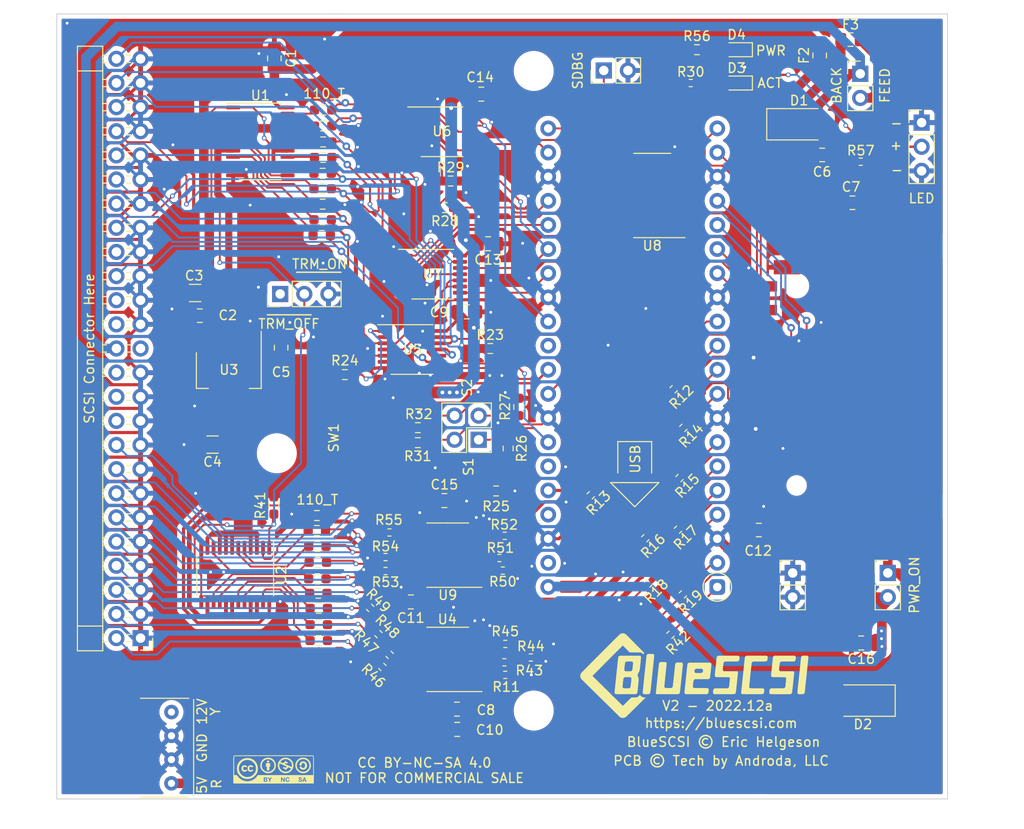
<source format=kicad_pcb>
(kicad_pcb (version 20211014) (generator pcbnew)
  (layers (0 "F.Cu" signal) (31 "B.Cu" signal) (34 "B.Paste" user) (35 "F.Paste" user) (36 "B.SilkS" user "B.Silkscreen") (37 "F.SilkS" user "F.Silkscreen") (38 "B.Mask" user) (39 "F.Mask" user) (44 "Edge.Cuts" user))
  (net 0 "")
  (net 1 "GND")
  (net 2 "+2V8")
  (net 3 "+5V")
  (net 4 "Net-(J4-Pad1)")
  (net 5 "iATN")
  (net 6 "oIO")
  (net 7 "oREQ")
  (net 8 "oSEL")
  (net 9 "oBSY")
  (net 10 "SD_CLK")
  (net 11 "oRST")
  (net 12 "oCD_iSEL")
  (net 13 "ATN")
  (net 14 "BSY")
  (net 15 "DBP")
  (net 16 "ACK")
  (net 17 "RST")
  (net 18 "MSG")
  (net 19 "SEL")
  (net 20 "CD")
  (net 21 "REQ")
  (net 22 "IO")
  (net 23 "DB7")
  (net 24 "DB6")
  (net 25 "DB5")
  (net 26 "DB4")
  (net 27 "DB3")
  (net 28 "DB2")
  (net 29 "DB1")
  (net 30 "DB0")
  (net 31 "+3V3")
  (net 32 "SEL_BUFF")
  (net 33 "BSY_BUFF")
  (net 34 "+5VP")
  (net 35 "oMSG_iBSY")
  (net 36 "+5F")
  (net 37 "SD_CMD_MOSI")
  (net 38 "DB4T")
  (net 39 "DB5T")
  (net 40 "DB6T")
  (net 41 "DB7T")
  (net 42 "DBPT")
  (net 43 "DB0T")
  (net 44 "DB1T")
  (net 45 "DB3T")
  (net 46 "DB2T")
  (net 47 "SD_D0_MISO")
  (net 49 "DBPTr")
  (net 50 "Net-(D2-Pad2)")
  (net 54 "SD_D1")
  (net 55 "SD_D2")
  (net 61 "SD_D3_CS")
  (net 62 "iRST")
  (net 64 "iACK")
  (net 68 "Net-(J5-Pad2)")
  (net 69 "Net-(R30-Pad1)")
  (net 70 "SERIAL_OUT")
  (net 71 "Net-(J4-Pad3)")
  (net 72 "TRM_ON_J")
  (net 73 "Net-(R40-Pad1)")
  (net 74 "Net-(R6-Pad1)")
  (net 75 "Net-(R7-Pad1)")
  (net 76 "Net-(R8-Pad1)")
  (net 77 "Net-(R9-Pad1)")
  (net 78 "Net-(R10-Pad1)")
  (net 79 "Net-(R39-Pad1)")
  (net 80 "Net-(R1-Pad1)")
  (net 81 "Net-(R2-Pad1)")
  (net 82 "Net-(R3-Pad1)")
  (net 83 "Net-(R4-Pad1)")
  (net 84 "Net-(R5-Pad1)")
  (net 85 "Net-(R12-Pad1)")
  (net 86 "Net-(R13-Pad1)")
  (net 87 "Net-(R14-Pad1)")
  (net 88 "Net-(R15-Pad1)")
  (net 89 "Net-(R16-Pad1)")
  (net 90 "Net-(R17-Pad1)")
  (net 91 "Net-(R18-Pad1)")
  (net 92 "Net-(R19-Pad1)")
  (net 93 "Net-(R33-Pad1)")
  (net 94 "Net-(R34-Pad1)")
  (net 95 "Net-(R35-Pad1)")
  (net 96 "Net-(R36-Pad1)")
  (net 97 "Net-(R37-Pad1)")
  (net 98 "Net-(R38-Pad1)")
  (net 99 "Net-(R42-Pad1)")
  (net 100 "Net-(R11-Pad2)")
  (net 101 "Net-(R43-Pad2)")
  (net 102 "Net-(R44-Pad2)")
  (net 103 "Net-(R45-Pad2)")
  (net 104 "Net-(R46-Pad1)")
  (net 105 "Net-(R47-Pad1)")
  (net 106 "Net-(R48-Pad1)")
  (net 107 "Net-(R49-Pad1)")
  (net 108 "Net-(R50-Pad2)")
  (net 109 "Net-(R51-Pad2)")
  (net 110 "Net-(R52-Pad2)")
  (net 111 "Net-(R53-Pad1)")
  (net 112 "Net-(R54-Pad1)")
  (net 113 "Net-(R55-Pad1)")
  (net 116 "Net-(D3-Pad2)")
  (net 117 "Net-(R57-Pad1)")
  (net 118 "Net-(D4-Pad2)")
  (net 119 "Net-(R56-Pad1)")
  (net 122 "Net-(U8-Pad11)")
  (net 123 "Net-(F3-Pad2)")
  (net 124 "Net-(C7-Pad1)")
  (footprint "CustomFootprints:BergFloppy_RightAngle" (layer "F.Cu") (at 117.1895 141.0208 -90)
    (fp_text reference "J3" hide)
    (fp_text value "BergFloppy")
  )
  (footprint "Capacitor_SMD:C_1206_3216Metric_Pad1.42x1.75mm_HandSolder" (layer "F.Cu") (at 114.554 93.1672 180)
    (fp_text reference "C3")
    (fp_text value "20uF")
  )
  (footprint "Capacitor_SMD:C_1206_3216Metric_Pad1.42x1.75mm_HandSolder" (layer "F.Cu") (at 116.3828 109.1184 180)
    (fp_text reference "C4")
    (fp_text value "20uF")
  )
  (footprint "Package_TO_SOT_SMD:SOT-223-3_TabPin2" (layer "F.Cu") (at 118.09322 101.29692 -90)
    (fp_text reference "U3")
    (fp_text value "AMS1117-2.85")
  )
  (footprint "Capacitor_SMD:C_0805_2012Metric_Pad1.15x1.40mm_HandSolder" (layer "F.Cu") (at 183.6838 83.6676)
    (fp_text reference "C7")
    (fp_text value "4.7uF")
  )
  (footprint "CustomFootprints:BluePillModule" (layer "F.Cu") (at 161.8488 126.6444 180)
    (fp_text reference "RP1" hide)
    (fp_text value "Pico_Footprint")
  )
  (footprint "Capacitor_SMD:C_0805_2012Metric_Pad1.15x1.40mm_HandSolder" (layer "F.Cu") (at 122.8852 68.4784 90)
    (fp_text reference "C1")
    (fp_text value "0.1uF")
  )
  (footprint "Capacitor_SMD:C_0805_2012Metric_Pad1.15x1.40mm_HandSolder" (layer "F.Cu") (at 115.053 95.5548 180)
    (fp_text reference "C2")
    (fp_text value "0.1uF")
  )
  (footprint "Capacitor_SMD:C_0805_2012Metric_Pad1.15x1.40mm_HandSolder" (layer "F.Cu") (at 123.5964 98.9166 90)
    (fp_text reference "C5")
    (fp_text value "0.1uF")
  )
  (footprint "Capacitor_SMD:C_0805_2012Metric_Pad1.15x1.40mm_HandSolder" (layer "F.Cu") (at 180.5014 78.6384)
    (fp_text reference "C6")
    (fp_text value "4.7uF")
  )
  (footprint "Capacitor_SMD:C_0805_2012Metric_Pad1.15x1.40mm_HandSolder" (layer "F.Cu") (at 173.8376 118.11)
    (fp_text reference "C12")
    (fp_text value "4.7uF")
  )
  (footprint "CustomFootprints:SOFNG_SD-001" (layer "F.Cu") (at 167.39108 107.74578 90)
    (fp_text reference "SD1" hide)
    (fp_text value "SOFNG_SD-001")
  )
  (footprint "Diode_SMD:D_SMA" (layer "F.Cu") (at 178.07076 75.41006)
    (fp_text reference "D1")
    (fp_text value "D")
  )
  (footprint "Diode_SMD:D_SMA" (layer "F.Cu") (at 184.78 136.06 180)
    (fp_text reference "D2")
    (fp_text value "D")
  )
  (footprint "Connector_PinHeader_2.54mm:PinHeader_1x03_P2.54mm_Vertical" (layer "F.Cu") (at 123.4948 93.2688 90)
    (fp_text reference "J1" hide)
    (fp_text value "Conn_01x03_Male")
  )
  (footprint "Resistor_SMD:R_0402_1005Metric_Pad0.72x0.64mm_HandSolder" (layer "F.Cu") (at 164.5412 129.1336 -135)
    (fp_text reference "R42")
    (fp_text value "1k")
  )
  (footprint "Resistor_SMD:R_0603_1608Metric_Pad0.98x0.95mm_HandSolder" (layer "F.Cu") (at 167.3352 67.564)
    (fp_text reference "R56")
    (fp_text value "4.7k")
  )
  (footprint "Resistor_SMD:R_0402_1005Metric_Pad0.72x0.64mm_HandSolder" (layer "F.Cu") (at 166.6748 71.0692)
    (fp_text reference "R30")
    (fp_text value "470")
  )
  (footprint "Package_SO:TSSOP-24_4.4x7.8mm_P0.65mm" (layer "F.Cu") (at 118.7704 122.8344 -90)
    (fp_text reference "U2")
    (fp_text value "SN74CBTD3384")
  )
  (footprint "Resistor_SMD:R_0402_1005Metric_Pad0.72x0.64mm_HandSolder" (layer "F.Cu") (at 134.5813 120.9548 180)
    (fp_text reference "R54")
    (fp_text value "1k")
  )
  (footprint "Resistor_SMD:R_0603_1608Metric_Pad0.98x0.95mm_HandSolder" (layer "F.Cu") (at 127.508 124.7648)
    (fp_text reference "R39" hide)
    (fp_text value "R")
  )
  (footprint "Resistor_SMD:R_0402_1005Metric_Pad0.72x0.64mm_HandSolder" (layer "F.Cu") (at 161.8996 118.9736 -135)
    (fp_text reference "R16")
    (fp_text value "1k")
  )
  (footprint "Resistor_SMD:R_0603_1608Metric_Pad0.98x0.95mm_HandSolder" (layer "F.Cu") (at 127.9652 83.82)
    (fp_text reference "R4" hide)
    (fp_text value "R")
  )
  (footprint "Resistor_SMD:R_0402_1005Metric_Pad0.72x0.64mm_HandSolder" (layer "F.Cu") (at 146.9136 122.3772 180)
    (fp_text reference "R50")
    (fp_text value "1k")
  )
  (footprint "Connector_PinHeader_2.54mm:PinHeader_2x25_P2.54mm_Horizontal" (layer "F.Cu") (at 108.8136 129.4842 180)
    (fp_text reference "J2" hide)
    (fp_text value "Conn_02x25_Odd_Even")
  )
  (footprint "Capacitor_SMD:C_0805_2012Metric_Pad1.18x1.45mm_HandSolder" (layer "F.Cu") (at 184.6072 129.9972 180)
    (fp_text reference "C16")
    (fp_text value "4.7uF")
  )
  (footprint "Resistor_SMD:R_0603_1608Metric_Pad0.98x0.95mm_HandSolder" (layer "F.Cu") (at 127.4083 119.8372)
    (fp_text reference "R33" hide)
    (fp_text value "R")
  )
  (footprint "Resistor_SMD:R_0402_1005Metric_Pad0.72x0.64mm_HandSolder" (layer "F.Cu") (at 184.5564 79.3496)
    (fp_text reference "R57")
    (fp_text value "470")
  )
  (footprint "Resistor_SMD:R_0603_1608Metric_Pad0.98x0.95mm_HandSolder" (layer "F.Cu") (at 127.5588 129.7432)
    (fp_text reference "R36" hide)
    (fp_text value "R")
  )
  (footprint "Package_SO:TSSOP-24_4.4x7.8mm_P0.65mm" (layer "F.Cu") (at 121.412 77.216)
    (fp_text reference "U1")
    (fp_text value "SN74CBTD3384")
  )
  (footprint "Resistor_SMD:R_0603_1608Metric_Pad0.98x0.95mm_HandSolder" (layer "F.Cu") (at 127.9652 82.1944)
    (fp_text reference "R5" hide)
    (fp_text value "R")
  )
  (footprint "Resistor_SMD:R_0603_1608Metric_Pad0.98x0.95mm_HandSolder" (layer "F.Cu") (at 127.3575 116.586)
    (fp_text reference "R35" hide)
    (fp_text value "R")
  )
  (footprint "Resistor_SMD:R_0603_1608Metric_Pad0.98x0.95mm_HandSolder" (layer "F.Cu") (at 127.4591 121.5136)
    (fp_text reference "R1" hide)
    (fp_text value "R")
  )
  (footprint "Capacitor_SMD:C_0805_2012Metric_Pad1.18x1.45mm_HandSolder" (layer "F.Cu") (at 142.0876 136.9568)
    (fp_text reference "C8")
    (fp_text value "0.1uF")
  )
  (footprint "Resistor_SMD:R_0603_1608Metric_Pad0.98x0.95mm_HandSolder" (layer "F.Cu") (at 127.5588 126.3396)
    (fp_text reference "R38" hide)
    (fp_text value "R")
  )
  (footprint "Connector_PinHeader_2.54mm:PinHeader_1x03_P2.54mm_Vertical" (layer "F.Cu") (at 190.9572 75.2348)
    (fp_text reference "J5" hide)
    (fp_text value "Conn_01x03_Male")
  )
  (footprint "Resistor_SMD:R_0402_1005Metric_Pad0.72x0.64mm_HandSolder" (layer "F.Cu") (at 165.337904 118.075296 -135)
    (fp_text reference "R17")
    (fp_text value "1k")
  )
  (footprint "Resistor_SMD:R_0603_1608Metric_Pad0.98x0.95mm_HandSolder" (layer "F.Cu") (at 128.0179 78.8924)
    (fp_text reference "R9" hide)
    (fp_text value "R")
  )
  (footprint "Resistor_SMD:R_0402_1005Metric_Pad0.72x0.64mm_HandSolder" (layer "F.Cu") (at 156.1592 114.4524 -135)
    (fp_text reference "R13")
    (fp_text value "1k")
  )
  (footprint "Fuse:Fuse_0805_2012Metric_Pad1.15x1.40mm_HandSolder" (layer "F.Cu") (at 183.4806 66.4972)
    (fp_text reference "F3")
    (fp_text value "Polyfuse")
  )
  (footprint "Resistor_SMD:R_0603_1608Metric_Pad0.98x0.95mm_HandSolder" (layer "F.Cu") (at 127.4064 123.2408)
    (fp_text reference "R40" hide)
    (fp_text value "R")
  )
  (footprint "Resistor_SMD:R_0402_1005Metric_Pad0.72x0.64mm_HandSolder" (layer "F.Cu") (at 147.1676 130.0988 180)
    (fp_text reference "R45")
    (fp_text value "1k")
  )
  (footprint "Package_SO:TSSOP-20_4.4x6.5mm_P0.65mm" (layer "F.Cu") (at 141.1224 131.7244 180)
    (fp_text reference "U4")
    (fp_text value "LVT245")
  )
  (footprint "Resistor_SMD:R_0402_1005Metric_Pad0.72x0.64mm_HandSolder" (layer "F.Cu") (at 162.220496 123.732704 -135)
    (fp_text reference "R18")
    (fp_text value "1k")
  )
  (footprint "Resistor_SMD:R_0402_1005Metric_Pad0.72x0.64mm_HandSolder" (layer "F.Cu") (at 135.010304 131.251104 135)
    (fp_text reference "R47")
    (fp_text value "1k")
  )
  (footprint "Capacitor_SMD:C_0805_2012Metric_Pad1.18x1.45mm_HandSolder" (layer "F.Cu") (at 140.7668 115.0112)
    (fp_text reference "C15")
    (fp_text value "4.7uF")
  )
  (footprint "Connector_PinHeader_2.54mm:PinHeader_1x02_P2.54mm_Vertical" (layer "F.Cu") (at 177.4012 122.6312)
    (fp_text reference "J9" hide)
    (fp_text value "Conn_01x02_Male")
  )
  (footprint "Capacitor_SMD:C_0805_2012Metric_Pad1.18x1.45mm_HandSolder" (layer "F.Cu") (at 144.6491 72.2376 180)
    (fp_text reference "C14")
    (fp_text value "0.1uF")
  )
  (footprint "Connector_PinHeader_2.54mm:PinHeader_1x02_P2.54mm_Vertical" (layer "F.Cu") (at 157.5308 69.7484 90)
    (fp_text reference "J6" hide)
    (fp_text value "Conn_01x02_Male")
  )
  (footprint "Resistor_SMD:R_0402_1005Metric_Pad0.72x0.64mm_HandSolder" (layer "F.Cu") (at 134.5813 122.428 180)
    (fp_text reference "R53")
    (fp_text value "1k")
  )
  (footprint "Resistor_SMD:R_0603_1608Metric_Pad0.98x0.95mm_HandSolder" (layer "F.Cu") (at 137.9747 108.9152 180)
    (fp_text reference "R31")
    (fp_text value "4.7k")
  )
  (footprint "MountingHole:MountingHole_3.2mm_M3" (layer "F.Cu") (at 150.1648 137.1092)
    (fp_text reference "H3" hide)
    (fp_text value "MountingHole")
  )
  (footprint "Resistor_SMD:R_0603_1608Metric_Pad0.98x0.95mm_HandSolder" (layer "F.Cu") (at 127.9671 85.4456)
    (fp_text reference "R3" hide)
    (fp_text value "R")
  )
  (footprint "Resistor_SMD:R_0402_1005Metric_Pad0.72x0.64mm_HandSolder" (layer "F.Cu") (at 165.490304 112.639696 -135)
    (fp_text reference "R15")
    (fp_text value "1k")
  )
  (footprint "Resistor_SMD:R_0603_1608Metric_Pad0.98x0.95mm_HandSolder" (layer "F.Cu") (at 137.9747 107.3404 180)
    (fp_text reference "R32")
    (fp_text value "4.7k")
  )
  (footprint "MountingHole:MountingHole_3.2mm_M3" (layer "F.Cu") (at 123.2408 110.0836)
    (fp_text reference "H1" hide)
    (fp_text value "MountingHole")
  )
  (footprint "Resistor_SMD:R_0603_1608Metric_Pad0.98x0.95mm_HandSolder" (layer "F.Cu") (at 128.016 75.5904)
    (fp_text reference "R7" hide)
    (fp_text value "R")
  )
  (footprint "Resistor_SMD:R_0402_1005Metric_Pad0.72x0.64mm_HandSolder" (layer "F.Cu") (at 147.0781 132.0292 180)
    (fp_text reference "R43")
    (fp_text value "1k")
  )
  (footprint "Resistor_SMD:R_0402_1005Metric_Pad0.72x0.64mm_HandSolder" (layer "F.Cu") (at 132.959696 126.304896 135)
    (fp_text reference "R49")
    (fp_text value "1k")
  )
  (footprint "Connector_PinHeader_2.54mm:PinHeader_1x02_P2.54mm_Vertical" (layer "F.Cu") (at 187.4012 122.6312)
    (fp_text reference "J8" hide)
    (fp_text value "EPWR")
  )
  (footprint "Resistor_SMD:R_0603_1608Metric_Pad0.98x0.95mm_HandSolder" (layer "F.Cu") (at 128.0179 77.2668)
    (fp_text reference "R8" hide)
    (fp_text value "R")
  )
  (footprint "Resistor_SMD:R_0603_1608Metric_Pad0.98x0.95mm_HandSolder" (layer "F.Cu") (at 127.8655 87.122)
    (fp_text reference "R2" hide)
    (fp_text value "R")
  )
  (footprint "Resistor_SMD:R_0603_1608Metric_Pad0.98x0.95mm_HandSolder" (layer "F.Cu") (at 148.59 105.1541 90)
    (fp_text reference "R27")
    (fp_text value "1k")
  )
  (footprint "Resistor_SMD:R_0402_1005Metric_Pad0.72x0.64mm_HandSolder" (layer "F.Cu") (at 134.9877 118.364 180)
    (fp_text reference "R55")
    (fp_text value "1k")
  )
  (footprint "Resistor_SMD:R_0402_1005Metric_Pad0.72x0.64mm_HandSolder" (layer "F.Cu") (at 164.880704 103.292496 -135)
    (fp_text reference "R12")
    (fp_text value "1k")
  )
  (footprint "Resistor_SMD:R_0402_1005Metric_Pad0.72x0.64mm_HandSolder" (layer "F.Cu") (at 146.558 121.0564 180)
    (fp_text reference "R51")
    (fp_text value "1k")
  )
  (footprint "Resistor_SMD:R_0402_1005Metric_Pad0.72x0.64mm_HandSolder" (layer "F.Cu") (at 165.845904 124.882496 -135)
    (fp_text reference "R19")
    (fp_text value "1k")
  )
  (footprint "Capacitor_SMD:C_0805_2012Metric_Pad1.18x1.45mm_HandSolder" (layer "F.Cu") (at 142.1169 139.0904)
    (fp_text reference "C10")
    (fp_text value "4.7uF")
  )
  (footprint "Resistor_SMD:R_0603_1608Metric_Pad0.98x0.95mm_HandSolder" (layer "F.Cu") (at 130.302 101.7524 180)
    (fp_text reference "R24")
    (fp_text value "1k")
  )
  (footprint "LED_SMD:LED_0603_1608Metric_Pad1.05x0.95mm_HandSolder" (layer "F.Cu") (at 171.5008 67.564 180)
    (fp_text reference "D4")
    (fp_text value "LED")
  )
  (footprint "Capacitor_SMD:C_0805_2012Metric_Pad1.18x1.45mm_HandSolder" (layer "F.Cu") (at 143.1251 95.1484 180)
    (fp_text reference "C9")
    (fp_text value "0.1uF")
  )
  (footprint "Resistor_SMD:R_0603_1608Metric_Pad0.98x0.95mm_HandSolder" (layer "F.Cu") (at 127.9671 80.5688)
    (fp_text reference "R10" hide)
    (fp_text value "R")
  )
  (footprint "Resistor_SMD:R_0603_1608Metric_Pad0.98x0.95mm_HandSolder" (layer "F.Cu") (at 127.3556 118.1608)
    (fp_text reference "R34" hide)
    (fp_text value "R")
  )
  (footprint "Resistor_SMD:R_0603_1608Metric_Pad0.98x0.95mm_HandSolder" (layer "F.Cu") (at 147.4724 109.5229 -90)
    (fp_text reference "R26")
    (fp_text value "1k")
  )
  (footprint "LED_SMD:LED_0603_1608Metric_Pad1.05x0.95mm_HandSolder" (layer "F.Cu") (at 171.5008 71.0692 180)
    (fp_text reference "D3")
    (fp_text value "LED")
  )
  (footprint "Package_SO:TSSOP-14_4.4x5mm_P0.65mm" (layer "F.Cu") (at 139.5476 91.186)
    (fp_text reference "U7")
    (fp_text value "LVT125")
  )
  (footprint "Connector_PinHeader_2.54mm:PinHeader_1x02_P2.54mm_Vertical" (layer "F.Cu") (at 184.5056 70.099)
    (fp_text reference "J7" hide)
    (fp_text value "TERM_BCKF")
  )
  (footprint "Resistor_SMD:R_0603_1608Metric_Pad0.98x0.95mm_HandSolder" (layer "F.Cu") (at 127.5588 128.0668)
    (fp_text reference "R37" hide)
    (fp_text value "R")
  )
  (footprint "Library:TS-1187A-B-A-B" (layer "F.Cu") (at 124.1533 108.458 90)
    (fp_text reference "SW1")
    (fp_text value "SW_MEC_5E" hide)
  )
  (footprint "Fuse:Fuse_0805_2012Metric_Pad1.15x1.40mm_HandSolder" (layer "F.Cu") (at 180.2384 68.1646 90)
    (fp_text reference "F2")
    (fp_text value "Polyfuse")
  )
  (footprint "Resistor_SMD:R_0603_1608Metric_Pad0.98x0.95mm_HandSolder" (layer "F.Cu") (at 122.8344 115.5192 90)
    (fp_text reference "R41")
    (fp_text value "4.7k")
  )
  (footprint "Package_SO:SO-14_3.9x8.65mm_P1.27mm" (layer "F.Cu") (at 162.625 82.9056 180)
    (fp_text reference "U8")
    (fp_text value "74HC14")
  )
  (footprint "Connector_PinHeader_2.54mm:PinHeader_2x02_P2.54mm_Vertical" (layer "F.Cu") (at 144.3736 108.6104 180)
    (fp_text reference "J4" hide)
    (fp_text value "SW")
  )
  (footprint "Resistor_SMD:R_0603_1608Metric_Pad0.98x0.95mm_HandSolder" (layer "F.Cu") (at 145.5909 99.0092)
    (fp_text reference "R23")
    (fp_text value "1k")
  )
  (footprint "Resistor_SMD:R_0603_1608Metric_Pad0.98x0.95mm_HandSolder" (layer "F.Cu") (at 146.2043 113.9952)
    (fp_text reference "R25")
    (fp_text value "1k")
  )
  (footprint "Package_SO:TSSOP-14_4.4x5mm_P0.65mm" (layer "F.Cu") (at 137.3632 99.1108)
    (fp_text reference "U5")
    (fp_text value "LVT125")
  )
  (footprint "Resistor_SMD:R_0402_1005Metric_Pad0.72x0.64mm_HandSolder" (layer "F.Cu") (at 165.896704 107.356496 -135)
    (fp_text reference "R14")
    (fp_text value "1k")
  )
  (footprint "Package_SO:TSSOP-20_4.4x6.5mm_P0.65mm" (layer "F.Cu") (at 141.1224 120.7516 180)
    (fp_text reference "U9")
    (fp_text value "LVT245")
  )
  (footprint "Resistor_SMD:R_0402_1005Metric_Pad0.72x0.64mm_HandSolder" (layer "F.Cu") (at 147.1168 118.7196 180)
    (fp_text reference "R52")
    (fp_text value "1k")
  )
  (footprint "Package_SO:TSSOP-14_4.4x5mm_P0.65mm" (layer "F.Cu") (at 140.5128 76.2)
    (fp_text reference "U6")
    (fp_text value "LVT125")
  )
  (footprint "Resistor_SMD:R_0603_1608Metric_Pad0.98x0.95mm_HandSolder" (layer "F.Cu") (at 128.016 73.914)
    (fp_text reference "R6" hide)
    (fp_text value "R")
  )
  (footprint "Capacitor_SMD:C_0805_2012Metric_Pad1.18x1.45mm_HandSolder" (layer "F.Cu") (at 137.2401 125.6792 180)
    (fp_text reference "C11")
    (fp_text value "0.1uF")
  )
  (footprint "Resistor_SMD:R_0402_1005Metric_Pad0.72x0.64mm_HandSolder" (layer "F.Cu") (at 147.1676 133.35 180)
    (fp_text reference "R11")
    (fp_text value "1k")
  )
  (footprint "Capacitor_SMD:C_0805_2012Metric_Pad1.18x1.45mm_HandSolder" (layer "F.Cu") (at 145.3681 87.9856 180)
    (fp_text reference "C13")
    (fp_text value "0.1uF")
  )
  (footprint "Resistor_SMD:R_0603_1608Metric_Pad0.98x0.95mm_HandSolder" (layer "F.Cu") (at 141.4272 81.3816)
    (fp_text reference "R29")
    (fp_text value "1k")
  )
  (footprint "Resistor_SMD:R_0402_1005Metric_Pad0.72x0.64mm_HandSolder" (layer "F.Cu") (at 149.86 131.5212 180)
    (fp_text reference "R44")
    (fp_text value "1k")
  )
  (footprint "Library:cc_by_nc_sa_front_silk_screen" (layer "F.Cu") (at 122.809 143.3068)
    (fp_text reference "G***" hide)
    (fp_text value "LOGO" hide)
  )
  (footprint "MountingHole:MountingHole_3.2mm_M3" (layer "F.Cu") (at 150.1648 69.7992)
    (fp_text reference "H2" hide)
    (fp_text value "MountingHole")
  )
  (footprint "Resistor_SMD:R_0402_1005Metric_Pad0.72x0.64mm_HandSolder" (layer "F.Cu") (at 134.248304 132.521104 135)
    (fp_text reference "R46")
    (fp_text value "1k")
  )
  (footprint "Resistor_SMD:R_0603_1608Metric_Pad0.98x0.95mm_HandSolder" (layer "F.Cu") (at 140.8176 84.1756 180)
    (fp_text reference "R28")
    (fp_text value "1k")
  )
  (footprint "Resistor_SMD:R_0402_1005Metric_Pad0.72x0.64mm_HandSolder" (layer "F.Cu") (at 133.841904 129.066704 135)
    (fp_text reference "R48")
    (fp_text value "1k" hide)
  )
  (gr_poly (pts (xy 174.134639 131.33317) (xy 174.319329 131.33371) (xy 174.455667 131.334581) (xy 174.550862 131.335848) (xy 174.612124 131.337579) (xy 174.632283 131.338639) (xy 174.646663 131.339839) (xy 174.656164 131.341188) (xy 174.661688 131.342694) (xy 174.674776 131.348705) (xy 174.68705 131.355356) (xy 174.698505 131.362644) (xy 174.709137 131.370564) (xy 174.718942 131.379113) (xy 174.727917 131.388285) (xy 174.736056 131.398079) (xy 174.743357 131.408488) (xy 174.749813 131.419508) (xy 174.755423 131.431137) (xy 174.760181 131.443369) (xy 174.764082 131.456201) (xy 174.767125 131.469628) (xy 174.769303 131.483646) (xy 174.770612 131.498251) (xy 174.77105 131.513439) (xy 174.770176 131.544283) (xy 174.767765 131.581999) (xy 174.764129 131.623733) (xy 174.759585 131.666633) (xy 174.754445 131.707846) (xy 174.749024 131.744519) (xy 174.743636 131.773801) (xy 174.741052 131.784779) (xy 174.738595 131.792839) (xy 174.734416 131.803848) (xy 174.729568 131.814634) (xy 174.724081 131.825172) (xy 174.717979 131.835437) (xy 174.71129 131.845404) (xy 174.704041 131.855049) (xy 174.696259 131.864347) (xy 174.687971 131.873272) (xy 174.679203 131.881801) (xy 174.669982 131.889908) (xy 174.660335 131.897568) (xy 174.65029 131.904758) (xy 174.639872 131.911451) (xy 174.629109 131.917623) (xy 174.618028 131.923249) (xy 174.606655 131.928305) (xy 174.59304 131.933203) (xy 174.574332 131.936927) (xy 174.542461 131.939691) (xy 174.489357 131.941711) (xy 174.287171 131.944379) (xy 173.903217 131.94665) (xy 173.236466 131.950178) (xy 173.203306 131.966406) (xy 173.194379 131.971205) (xy 173.185371 131.976818) (xy 173.176348 131.983167) (xy 173.167378 131.990174) (xy 173.158527 131.997759) (xy 173.149864 132.005845) (xy 173.141455 132.014352) (xy 173.133368 132.023203) (xy 173.125669 132.032318) (xy 173.118425 132.041619) (xy 173.111705 132.051027) (xy 173.105575 132.060465) (xy 173.100102 132.069853) (xy 173.095354 132.079113) (xy 173.091397 132.088166) (xy 173.0883 132.096933) (xy 173.041898 132.494459) (xy 172.95151 133.335095) (xy 172.823716 134.596011) (xy 172.823906 134.605273) (xy 172.824479 134.61428) (xy 172.825437 134.623041) (xy 172.826781 134.631565) (xy 172.828513 134.639861) (xy 172.830637 134.64794) (xy 172.833153 134.655809) (xy 172.836063 134.66348) (xy 172.839371 134.67096) (xy 172.843078 134.678259) (xy 172.847185 134.685387) (xy 172.851696 134.692352) (xy 172.856612 134.699165) (xy 172.861935 134.705834) (xy 172.867667 134.712368) (xy 172.873811 134.718778) (xy 172.889321 134.734936) (xy 172.896949 134.741378) (xy 172.906211 134.746845) (xy 172.918396 134.751429) (xy 172.934793 134.755216) (xy 172.985377 134.760758) (xy 173.068273 134.764184) (xy 173.193791 134.766204) (xy 173.613938 134.768872) (xy 174.280689 134.7724) (xy 174.317377 134.79145) (xy 174.328198 134.797689) (xy 174.338425 134.804486) (xy 174.348045 134.811821) (xy 174.357043 134.819672) (xy 174.365404 134.82802) (xy 174.373113 134.836842) (xy 174.380158 134.84612) (xy 174.386522 134.855832) (xy 174.392191 134.865957) (xy 174.397152 134.876475) (xy 174.401389 134.887365) (xy 174.404888 134.898606) (xy 174.407635 134.910178) (xy 174.409615 134.92206) (xy 174.410813 134.934232) (xy 174.411216 134.946672) (xy 174.410283 134.975382) (xy 174.407721 135.012311) (xy 174.403886 135.0543) (xy 174.399134 135.09819) (xy 174.393819 135.140824) (xy 174.388297 135.179043) (xy 174.382924 135.209687) (xy 174.380405 135.221183) (xy 174.378056 135.2296) (xy 174.374851 135.238948) (xy 174.371072 135.248191) (xy 174.366738 135.257309) (xy 174.361872 135.266278) (xy 174.356493 135.275078) (xy 174.350622 135.283687) (xy 174.344279 135.292083) (xy 174.337486 135.300244) (xy 174.330263 135.308149) (xy 174.322631 135.315776) (xy 174.31461 135.323103) (xy 174.306222 135.330109) (xy 174.297486 135.336771) (xy 174.288423 135.343069) (xy 174.279055 135.348981) (xy 174.269401 135.354484) (xy 174.224244 135.379178) (xy 173.1772 135.381295) (xy 172.794955 135.382015) (xy 172.642365 135.382202) (xy 172.512798 135.382166) (xy 172.404252 135.381828) (xy 172.314728 135.381109) (xy 172.276475 135.380581) (xy 172.242227 135.379928) (xy 172.211734 135.379141) (xy 172.184748 135.378208) (xy 172.161016 135.37712) (xy 172.140291 135.375867) (xy 172.122321 135.374439) (xy 172.106857 135.372827) (xy 172.093648 135.371019) (xy 172.082446 135.369007) (xy 172.077518 135.367921) (xy 172.072998 135.36678) (xy 172.068855 135.365583) (xy 172.065057 135.364328) (xy 172.061573 135.363015) (xy 172.058371 135.361642) (xy 172.055421 135.360208) (xy 172.052692 135.358711) (xy 172.047767 135.355526) (xy 172.043349 135.352076) (xy 172.039186 135.348352) (xy 172.03503 135.344343) (xy 172.025734 135.335433) (xy 172.01949 135.329668) (xy 172.013716 135.324004) (xy 172.008403 135.318427) (xy 172.003541 135.312922) (xy 171.999123 135.307475) (xy 171.995137 135.302071) (xy 171.991575 135.296696) (xy 171.988427 135.291336) (xy 171.985684 135.285976) (xy 171.983338 135.280601) (xy 171.981378 135.275197) (xy 171.979795 135.26975) (xy 171.97858 135.264246) (xy 171.977724 135.258668) (xy 171.977217 135.253004) (xy 171.97705 135.247239) (xy 172.36934 131.509206) (xy 172.37061 131.502596) (xy 172.372167 131.496003) (xy 172.376115 131.482893) (xy 172.381132 131.469937) (xy 172.387166 131.457193) (xy 172.394162 131.444722) (xy 172.402069 131.432584) (xy 172.410834 131.420839) (xy 172.420404 131.409546) (xy 172.430726 131.398766) (xy 172.441748 131.388558) (xy 172.453417 131.378983) (xy 172.465681 131.370101) (xy 172.478486 131.361971) (xy 172.49178 131.354653) (xy 172.50551 131.348208) (xy 172.519623 131.342694) (xy 172.537227 131.340071) (xy 172.57804 131.337976) (xy 172.749369 131.33511) (xy 173.591361 131.332817)) (layer "F.SilkS") (width 0.004) (fill solid))
  (gr_poly (pts (xy 178.818911 131.326323) (xy 178.841645 131.326507) (xy 178.861013 131.326826) (xy 178.877388 131.327305) (xy 178.88457 131.327611) (xy 178.891143 131.327966) (xy 178.897153 131.328373) (xy 178.902648 131.328834) (xy 178.907673 131.329353) (xy 178.912276 131.329932) (xy 178.916503 131.330576) (xy 178.9204 131.331285) (xy 178.924013 131.332064) (xy 178.92739 131.332916) (xy 178.930577 131.333843) (xy 178.93362 131.334848) (xy 178.936566 131.335935) (xy 178.939461 131.337107) (xy 178.945286 131.339714) (xy 178.951466 131.342694) (xy 178.962839 131.3486) (xy 178.97366 131.355179) (xy 178.983903 131.362396) (xy 178.993547 131.370211) (xy 179.002565 131.378589) (xy 179.010936 131.387492) (xy 179.018635 131.396882) (xy 179.025639 131.406724) (xy 179.031923 131.416978) (xy 179.037463 131.427609) (xy 179.042237 131.438579) (xy 179.04622 131.449851) (xy 179.049389 131.461387) (xy 179.05172 131.47315) (xy 179.053188 131.485104) (xy 179.053771 131.497211) (xy 178.668539 135.188678) (xy 178.667277 135.196002) (xy 178.665744 135.203287) (xy 178.661887 135.217705) (xy 178.657015 135.231875) (xy 178.651175 135.24574) (xy 178.644413 135.25924) (xy 178.636776 135.272319) (xy 178.62831 135.284919) (xy 178.619061 135.296981) (xy 178.609077 135.308447) (xy 178.598403 135.319261) (xy 178.587087 135.329363) (xy 178.575174 135.338697) (xy 178.562711 135.347203) (xy 178.549745 135.354825) (xy 178.536322 135.361504) (xy 178.529454 135.364473) (xy 178.522489 135.367183) (xy 178.508689 135.372104) (xy 178.494641 135.37586) (xy 178.477716 135.378606) (xy 178.455284 135.380501) (xy 178.424716 135.381701) (xy 178.383383 135.382364) (xy 178.257904 135.382706) (xy 178.184791 135.382644) (xy 178.154965 135.382534) (xy 178.129141 135.382342) (xy 178.106955 135.382047) (xy 178.088043 135.381627) (xy 178.072041 135.38106) (xy 178.065018 135.380715) (xy 178.058586 135.380324) (xy 178.0527 135.379887) (xy 178.047314 135.379399) (xy 178.042382 135.378858) (xy 178.03786 135.378261) (xy 178.033702 135.377607) (xy 178.029862 135.376891) (xy 178.026295 135.376111) (xy 178.022955 135.375264) (xy 178.019798 135.374349) (xy 178.016776 135.373361) (xy 178.013846 135.372299) (xy 178.010961 135.371159) (xy 178.005145 135.368637) (xy 177.998966 135.365772) (xy 177.986051 135.359173) (xy 177.974023 135.35207) (xy 177.962877 135.344457) (xy 177.95261 135.336326) (xy 177.943214 135.32767) (xy 177.934686 135.318482) (xy 177.927019 135.308755) (xy 177.920209 135.29848) (xy 177.914251 135.287652) (xy 177.90914 135.276262) (xy 177.904869 135.264304) (xy 177.901435 135.25177) (xy 177.898832 135.238654) (xy 177.897054 135.224947) (xy 177.896097 135.210643) (xy 177.895956 135.195734) (xy 177.952929 134.622734) (xy 178.089279 133.314722) (xy 178.282599 131.4831) (xy 178.30306 131.445706) (xy 178.308058 131.437169) (xy 178.313507 131.428774) (xy 178.319381 131.420546) (xy 178.32565 131.412511) (xy 178.332286 131.404696) (xy 178.339263 131.397126) (xy 178.346552 131.389826) (xy 178.354126 131.382823) (xy 178.361955 131.376142) (xy 178.370013 131.36981) (xy 178.378272 131.363852) (xy 178.386703 131.358294) (xy 178.395279 131.353162) (xy 178.403972 131.348481) (xy 178.412753 131.344278) (xy 178.421596 131.340578) (xy 178.433862 131.336325) (xy 178.447369 131.333015) (xy 178.464482 131.330532) (xy 178.487564 131.32876) (xy 178.51898 131.327583) (xy 178.561096 131.326886) (xy 178.686884 131.326467) (xy 178.76186 131.326267) (xy 178.79244 131.326251)) (layer "F.SilkS") (width 0.004) (fill solid))
  (gr_poly (pts (xy 168.749838 132.083528) (xy 168.76156 132.089435) (xy 168.772638 132.096028) (xy 168.783056 132.10328) (xy 168.7928 132.111166) (xy 168.801853 132.119659) (xy 168.810201 132.128734) (xy 168.817826 132.138366) (xy 168.824715 132.148527) (xy 168.830852 132.159193) (xy 168.836221 132.170337) (xy 168.840806 132.181934) (xy 168.844592 132.193958) (xy 168.847564 132.206383) (xy 168.849706 132.219183) (xy 168.851002 132.232333) (xy 168.851438 132.245805) (xy 168.846984 132.301159) (xy 168.834858 132.427222) (xy 168.794994 132.8166) (xy 168.723733 133.491817) (xy 168.719323 133.532859) (xy 168.715443 133.565889) (xy 168.713618 133.579831) (xy 168.711827 133.592288) (xy 168.710035 133.603433) (xy 168.708211 133.613437) (xy 168.70632 133.622474) (xy 168.70433 133.630716) (xy 168.702208 133.638336) (xy 168.699921 133.645507) (xy 168.697435 133.6524) (xy 168.694717 133.659189) (xy 168.691735 133.666046) (xy 168.688456 133.673145) (xy 168.683855 133.682318) (xy 168.679034 133.691065) (xy 168.673971 133.699407) (xy 168.668645 133.707364) (xy 168.663033 133.714958) (xy 168.657115 133.722208) (xy 168.650868 133.729136) (xy 168.64427 133.735763) (xy 168.6373 133.742108) (xy 168.629937 133.748193) (xy 168.622158 133.754037) (xy 168.613942 133.759663) (xy 168.605267 133.765091) (xy 168.596112 133.77034) (xy 168.586454 133.775433) (xy 168.576272 133.780389) (xy 168.537466 133.798734) (xy 167.828383 133.802261) (xy 167.119299 133.805789) (xy 167.086139 133.821311) (xy 167.082581 133.823035) (xy 167.078809 133.825018) (xy 167.074857 133.827236) (xy 167.07076 133.829668) (xy 167.066551 133.832289) (xy 167.062264 133.835078) (xy 167.057934 133.838011) (xy 167.053595 133.841067) (xy 167.04928 133.844221) (xy 167.045025 133.847452) (xy 167.040862 133.850737) (xy 167.036827 133.854053) (xy 167.032953 133.857377) (xy 167.029274 133.860687) (xy 167.025825 133.86396) (xy 167.022639 133.867172) (xy 167.003442 133.887078) (xy 166.995513 133.896539) (xy 166.988519 133.90643) (xy 166.982322 133.917316) (xy 166.976787 133.929767) (xy 166.97178 133.944348) (xy 166.967164 133.961628) (xy 166.962805 133.982174) (xy 166.958567 134.006554) (xy 166.949911 134.069082) (xy 166.940115 134.153753) (xy 166.928095 134.265106) (xy 166.918671 134.353744) (xy 166.911448 134.424407) (xy 166.906241 134.479492) (xy 166.904338 134.501943) (xy 166.902871 134.521399) (xy 166.901817 134.538159) (xy 166.901154 134.552523) (xy 166.900858 134.564791) (xy 166.900908 134.575263) (xy 166.901281 134.584239) (xy 166.901953 134.592017) (xy 166.902902 134.598899) (xy 166.904105 134.605183) (xy 166.906352 134.614117) (xy 166.90911 134.622913) (xy 166.912365 134.631547) (xy 166.9161 134.639998) (xy 166.920297 134.648242) (xy 166.924942 134.656256) (xy 166.930016 134.664018) (xy 166.935503 134.671506) (xy 166.941387 134.678695) (xy 166.947652 134.685564) (xy 166.95428 134.69209) (xy 166.961256 134.69825) (xy 166.968562 134.704022) (xy 166.976183 134.709382) (xy 166.984101 134.714308) (xy 166.9923 134.718778) (xy 167.026871 134.737122) (xy 167.73666 134.74065) (xy 168.445744 134.744178) (xy 168.474672 134.7597) (xy 168.481685 134.763686) (xy 168.488673 134.768201) (xy 168.495595 134.773199) (xy 168.502409 134.778629) (xy 168.509075 134.784444) (xy 168.51555 134.790594) (xy 168.521794 134.797032) (xy 168.527765 134.803709) (xy 168.533422 134.810576) (xy 168.538723 134.817585) (xy 168.543628 134.824686) (xy 168.548094 134.831832) (xy 168.55208 134.838974) (xy 168.555546 134.846063) (xy 168.55845 134.853051) (xy 168.56075 134.859889) (xy 168.562841 134.867225) (xy 168.564616 134.87502) (xy 168.566073 134.883385) (xy 168.56721 134.892433) (xy 168.568514 134.913021) (xy 168.568511 134.937677) (xy 168.567185 134.967293) (xy 168.56452 135.002764) (xy 168.560499 135.044982) (xy 168.555105 135.094839) (xy 168.55108 135.129355) (xy 168.547377 135.15824) (xy 168.545602 135.170796) (xy 168.543856 135.182214) (xy 168.54212 135.192584) (xy 168.540376 135.201995) (xy 168.538608 135.210539) (xy 168.536798 135.218304) (xy 168.534927 135.225381) (xy 168.532979 135.23186) (xy 168.530936 135.23783) (xy 168.52878 135.243382) (xy 168.526494 135.248605) (xy 168.52406 135.253589) (xy 168.519755 135.261622) (xy 168.515055 135.269569) (xy 168.509976 135.277408) (xy 168.504537 135.285118) (xy 168.498754 135.29268) (xy 168.492646 135.300073) (xy 168.486229 135.307275) (xy 168.479523 135.314267) (xy 168.472543 135.321027) (xy 168.465308 135.327534) (xy 168.457835 135.333769) (xy 168.450143 135.339711) (xy 168.442248 135.345338) (xy 168.434167 135.35063) (xy 168.42592 135.355567) (xy 168.417522 135.360128) (xy 168.382244 135.379178) (xy 166.144928 135.379178) (xy 166.110355 135.360834) (xy 166.102745 135.356723) (xy 166.095278 135.352087) (xy 166.087983 135.346966) (xy 166.080888 135.341398) (xy 166.074019 135.33542) (xy 166.067406 135.329071) (xy 166.061076 135.32239) (xy 166.055058 135.315413) (xy 166.049378 135.308181) (xy 166.044065 135.30073) (xy 166.039147 135.2931) (xy 166.034651 135.285328) (xy 166.030607 135.277453) (xy 166.02704 135.269512) (xy 166.023981 135.261545) (xy 166.021455 135.253589) (xy 166.016219 135.22992) (xy 166.028246 135.08064) (xy 166.181616 133.611762) (xy 166.247004 132.99161) (xy 167.066855 132.99161) (xy 167.066987 132.998289) (xy 167.067296 133.004418) (xy 167.067794 133.010099) (xy 167.068491 133.015432) (xy 167.069396 133.020519) (xy 167.07052 133.025462) (xy 167.071873 133.030361) (xy 167.073467 133.035318) (xy 167.07531 133.040435) (xy 167.077414 133.045812) (xy 167.079789 133.05155) (xy 167.083282 133.059269) (xy 167.086901 133.066569) (xy 167.09067 133.073479) (xy 167.094616 133.080026) (xy 167.098765 133.086238) (xy 167.103142 133.092143) (xy 167.107774 133.097769) (xy 167.112685 133.103144) (xy 167.117903 133.108295) (xy 167.123452 133.113252) (xy 167.129359 133.118041) (xy 167.135649 133.12269) (xy 167.142349 133.127228) (xy 167.149483 133.131682) (xy 167.157079 133.13608) (xy 167.165161 133.14045) (xy 167.196911 133.156678) (xy 167.789578 133.156678) (xy 167.828383 133.138333) (xy 167.844633 133.130227) (xy 167.859793 133.121502) (xy 167.87388 133.112136) (xy 167.886911 133.102107) (xy 167.898905 133.091392) (xy 167.909879 133.079968) (xy 167.919851 133.067812) (xy 167.928837 133.054901) (xy 167.936856 133.041214) (xy 167.943925 133.026726) (xy 167.950062 133.011416) (xy 167.955284 132.99526) (xy 167.95961 132.978236) (xy 167.963055 132.960321) (xy 167.965639 132.941493) (xy 167.967378 132.921728) (xy 167.968461 132.903654) (xy 167.968814 132.895652) (xy 167.969032 132.888258) (xy 167.969109 132.88141) (xy 167.96904 132.875045) (xy 167.968817 132.869103) (xy 167.968436 132.86352) (xy 167.967889 132.858234) (xy 167.967171 132.853184) (xy 167.966275 132.848308) (xy 167.965195 132.843543) (xy 167.963924 132.838829) (xy 167.962458 132.834101) (xy 167.960789 132.829299) (xy 167.958911 132.824361) (xy 167.955556 132.816136) (xy 167.951845 132.808136) (xy 167.947786 132.800372) (xy 167.943389 132.792854) (xy 167.938661 132.785592) (xy 167.93361 132.778596) (xy 167.928245 132.771878) (xy 167.922575 132.765447) (xy 167.916606 132.759314) (xy 167.910349 132.753488) (xy 167.90381 132.747982) (xy 167.896998 132.742803) (xy 167.889922 132.737964) (xy 167.88259 132.733474) (xy 167.875009 132.729344) (xy 167.867189 132.725583) (xy 167.854943 132.719994) (xy 167.842119 132.715794) (xy 167.824896 132.712784) (xy 167.799455 132.710767) (xy 167.761975 132.709543) (xy 167.708637 132.708915) (xy 167.539105 132.70865) (xy 167.2463 132.70865) (xy 167.203966 132.729111) (xy 167.199499 132.731356) (xy 167.194855 132.733841) (xy 167.19007 132.73654) (xy 167.185181 132.73943) (xy 167.180226 132.742485) (xy 167.175243 132.745681) (xy 167.170267 132.748992) (xy 167.165337 132.752395) (xy 167.16049 132.755863) (xy 167.155763 132.759373) (xy 167.151192 132.762899) (xy 167.146816 132.766417) (xy 167.142672 132.769902) (xy 167.138796 132.77333) (xy 167.135226 132.776674) (xy 167.132 132.779911) (xy 167.124248 132.788331) (xy 167.117117 132.796702) (xy 167.110581 132.805093) (xy 167.104616 132.813568) (xy 167.099196 132.822197) (xy 167.094297 132.831046) (xy 167.089894 132.840182) (xy 167.085962 132.849673) (xy 167.082477 132.859586) (xy 167.079414 132.869987) (xy 167.076748 132.880944) (xy 167.074453 132.892525) (xy 167.072506 132.904796) (xy 167.070881 132.917824) (xy 167.069554 132.931677) (xy 167.0685 132.946422) (xy 167.067422 132.967261) (xy 167.067083 132.976197) (xy 167.06689 132.98428) (xy 167.066855 132.99161) (xy 166.247004 132.99161) (xy 166.260033 132.86804) (xy 166.28628 132.623418) (xy 166.305706 132.447771) (xy 166.319675 132.329207) (xy 166.32504 132.287616) (xy 166.329552 132.255838) (xy 166.333381 132.232385) (xy 166.336699 132.215773) (xy 166.339676 132.204514) (xy 166.342483 132.197122) (xy 166.34679 132.188483) (xy 166.351502 132.180036) (xy 166.356614 132.171789) (xy 166.362117 132.163752) (xy 166.368005 132.155933) (xy 166.37427 132.148344) (xy 166.380905 132.140992) (xy 166.387903 132.133887) (xy 166.395257 132.127038) (xy 166.402958 132.120455) (xy 166.411001 132.114147) (xy 166.419378 132.108123) (xy 166.428081 132.102392) (xy 166.437104 132.096965) (xy 166.446438 132.091849) (xy 166.456078 132.087055) (xy 166.498411 132.066595) (xy 168.713855 132.066595)) (layer "F.SilkS") (width 0.004) (fill solid))
  (gr_poly (pts (xy 161.4596 133.345797) (xy 161.459872 133.345902) (xy 161.460135 133.346082) (xy 161.460392 133.346337) (xy 161.460642 133.346666) (xy 161.460887 133.347068) (xy 161.46113 133.347542) (xy 161.461371 133.348088) (xy 161.461612 133.348704) (xy 161.461853 133.349391) (xy 161.462346 133.350971) (xy 161.462861 133.352822) (xy 161.463101 133.354382) (xy 161.463291 133.356139) (xy 161.463522 133.360175) (xy 161.463555 133.364791) (xy 161.46339 133.369844) (xy 161.463026 133.375195) (xy 161.462464 133.380703) (xy 161.461703 133.386227) (xy 161.460744 133.391628) (xy 161.4551 133.417734) (xy 161.448749 133.397978) (xy 161.447766 133.395248) (xy 161.44693 133.392606) (xy 161.446244 133.390043) (xy 161.445707 133.387549) (xy 161.445318 133.385112) (xy 161.445079 133.382723) (xy 161.444988 133.380371) (xy 161.445046 133.378046) (xy 161.445252 133.375737) (xy 161.445608 133.373435) (xy 161.446112 133.371129) (xy 161.446766 133.368808) (xy 161.447568 133.366462) (xy 161.448519 133.364081) (xy 161.449618 133.361655) (xy 161.450867 133.359172) (xy 161.452249 133.356311) (xy 161.453495 133.353806) (xy 161.454614 133.351653) (xy 161.455618 133.349846) (xy 161.456081 133.349069) (xy 161.456519 133.348377) (xy 161.456934 133.347768) (xy 161.457328 133.347241) (xy 161.457702 133.346796) (xy 161.458056 133.346432) (xy 161.458394 133.346148) (xy 161.458716 133.345943) (xy 161.459023 133.345817) (xy 161.459317 133.345768)) (layer "F.SilkS") (width 0.004) (fill solid))
  (gr_poly (pts (xy 161.335155 131.336345) (xy 161.369728 131.357511) (xy 161.377049 131.362408) (xy 161.384182 131.367812) (xy 161.391101 131.373685) (xy 161.397784 131.37999) (xy 161.404207 131.386687) (xy 161.410345 131.393738) (xy 161.416175 131.401106) (xy 161.421674 131.408752) (xy 161.426817 131.416638) (xy 161.431581 131.424725) (xy 161.435941 131.432976) (xy 161.439875 131.441351) (xy 161.443358 131.449813) (xy 161.446367 131.458324) (xy 161.448878 131.466846) (xy 161.450867 131.475339) (xy 161.448009 131.54383) (xy 161.435014 131.696641) (xy 161.390189 132.145617) (xy 161.339543 132.603059) (xy 161.319272 132.766453) (xy 161.306228 132.849761) (xy 161.296394 132.884733) (xy 161.284973 132.920118) (xy 161.272096 132.955603) (xy 161.257897 132.990872) (xy 161.242507 133.025612) (xy 161.226059 133.059509) (xy 161.208685 133.092249) (xy 161.190516 133.123517) (xy 161.17064 133.156198) (xy 161.154533 133.183621) (xy 161.147708 133.195743) (xy 161.141602 133.207009) (xy 161.13614 133.217573) (xy 161.13125 133.227586) (xy 161.126855 133.237203) (xy 161.122882 133.246576) (xy 161.119257 133.255858) (xy 161.115904 133.265201) (xy 161.11275 133.27476) (xy 161.109719 133.284687) (xy 161.103733 133.306256) (xy 161.096742 133.336041) (xy 161.094216 133.349295) (xy 161.092389 133.36184) (xy 161.091302 133.373964) (xy 161.090996 133.385953) (xy 161.09151 133.398095) (xy 161.092885 133.410678) (xy 161.095161 133.423988) (xy 161.098379 133.438313) (xy 161.102579 133.45394) (xy 161.107801 133.471157) (xy 161.114085 133.490251) (xy 161.121472 133.511509) (xy 161.139716 133.561666) (xy 161.15784 133.611771) (xy 161.165488 133.633856) (xy 161.17226 133.65426) (xy 161.178205 133.673204) (xy 161.183373 133.690911) (xy 161.187813 133.707604) (xy 161.191575 133.723503) (xy 161.194708 133.738833) (xy 161.197263 133.753813) (xy 161.199289 133.768668) (xy 161.200835 133.783619) (xy 161.201951 133.798888) (xy 161.202687 133.814698) (xy 161.203092 133.83127) (xy 161.203216 133.848828) (xy 161.182755 134.08606) (xy 161.136894 134.544417) (xy 161.088916 134.99788) (xy 161.062105 135.220428) (xy 161.058326 135.232417) (xy 161.053633 135.244275) (xy 161.048072 135.255953) (xy 161.041688 135.267402) (xy 161.034527 135.278575) (xy 161.026634 135.289422) (xy 161.018055 135.299895) (xy 161.008836 135.309945) (xy 160.999021 135.319524) (xy 160.988656 135.328583) (xy 160.977787 135.337074) (xy 160.966458 135.344947) (xy 160.954717 135.352155) (xy 160.942607 135.358649) (xy 160.930175 135.36438) (xy 160.917467 135.3693) (xy 160.901746 135.373722) (xy 160.87531 135.377028) (xy 160.743194 135.380854) (xy 159.832322 135.381295) (xy 158.786688 135.379178) (xy 158.757761 135.363655) (xy 158.751376 135.360083) (xy 158.744949 135.356012) (xy 158.73852 135.351487) (xy 158.732129 135.346557) (xy 158.725817 135.341267) (xy 158.719624 135.335664) (xy 158.713589 135.329794) (xy 158.707754 135.323704) (xy 158.702159 135.31744) (xy 158.696845 135.311049) (xy 158.69185 135.304578) (xy 158.687216 135.298072) (xy 158.682983 135.291579) (xy 158.679192 135.285145) (xy 158.675882 135.278816) (xy 158.673094 135.272639) (xy 158.672053 135.269933) (xy 158.671049 135.266864) (xy 158.670087 135.263466) (xy 158.66917 135.259774) (xy 158.667488 135.251642) (xy 158.666039 135.242741) (xy 158.664853 135.233344) (xy 158.663966 135.223724) (xy 158.663409 135.214153) (xy 158.663216 135.204905) (xy 158.719925 134.635081) (xy 158.724378 134.592484) (xy 159.502827 134.592484) (xy 159.503003 134.60194) (xy 159.503538 134.611015) (xy 159.504446 134.619744) (xy 159.505738 134.628158) (xy 159.507427 134.636291) (xy 159.509525 134.644176) (xy 159.512044 134.651846) (xy 159.514998 134.659335) (xy 159.518399 134.666674) (xy 159.522258 134.673898) (xy 159.526588 134.681039) (xy 159.531402 134.68813) (xy 159.536713 134.695205) (xy 159.542531 134.702296) (xy 159.548871 134.709437) (xy 159.555744 134.716661) (xy 159.573889 134.734152) (xy 159.582491 134.741241) (xy 159.591496 134.74732) (xy 159.601439 134.75246) (xy 159.612857 134.756733) (xy 159.626286 134.76021) (xy 159.642263 134.762963) (xy 159.661324 134.765063) (xy 159.684005 134.76658) (xy 159.742375 134.768156) (xy 159.821663 134.768259) (xy 159.926161 134.767461) (xy 160.1978 134.765344) (xy 160.235194 134.744178) (xy 160.244267 134.739009) (xy 160.253204 134.733322) (xy 160.261969 134.727159) (xy 160.270527 134.720564) (xy 160.278841 134.71358) (xy 160.286875 134.706252) (xy 160.294592 134.698621) (xy 160.301957 134.690732) (xy 160.308934 134.682628) (xy 160.315485 134.674353) (xy 160.321576 134.665949) (xy 160.32717 134.657461) (xy 160.33223 134.648931) (xy 160.336721 134.640403) (xy 160.340606 134.631921) (xy 160.34385 134.623528) (xy 160.3526 134.575393) (xy 160.365965 134.474854) (xy 160.39906 134.186083) (xy 160.428186 133.896254) (xy 160.436589 133.794393) (xy 160.438394 133.744406) (xy 160.436726 133.732791) (xy 160.434373 133.721504) (xy 160.431347 133.710558) (xy 160.427657 133.699966) (xy 160.423313 133.689743) (xy 160.418327 133.679901) (xy 160.412709 133.670454) (xy 160.406468 133.661414) (xy 160.399615 133.652797) (xy 160.392161 133.644615) (xy 160.384116 133.636881) (xy 160.375489 133.629609) (xy 160.366293 133.622813) (xy 160.356536 133.616506) (xy 160.346229 133.6107) (xy 160.335383 133.605411) (xy 160.324228 133.600723) (xy 160.311493 133.597143) (xy 160.294145 133.594522) (xy 160.269149 133.592711) (xy 160.23347 133.591562) (xy 160.184075 133.590925) (xy 160.031994 133.590595) (xy 159.760355 133.590595) (xy 159.717316 133.611055) (xy 159.707568 133.615834) (xy 159.69817 133.620906) (xy 159.689123 133.626267) (xy 159.680429 133.631913) (xy 159.672091 133.637841) (xy 159.66411 133.644046) (xy 159.656489 133.650523) (xy 159.64923 133.657269) (xy 159.642335 133.66428) (xy 159.635805 133.671551) (xy 159.629644 133.679079) (xy 159.623852 133.686859) (xy 159.618433 133.694886) (xy 159.613388 133.703158) (xy 159.608718 133.711669) (xy 159.604428 133.720416) (xy 159.599363 133.733949) (xy 159.594473 133.752872) (xy 159.589334 133.780394) (xy 159.583525 133.819724) (xy 159.568212 133.946635) (xy 159.545161 134.159272) (xy 159.528723 134.318441) (xy 159.515263 134.453136) (xy 159.506168 134.549202) (xy 159.503691 134.578326) (xy 159.502827 134.592484) (xy 158.724378 134.592484) (xy 158.856538 133.328128) (xy 158.913087 132.7912) (xy 159.692622 132.7912) (xy 159.692682 132.802574) (xy 159.693135 132.813432) (xy 159.693992 132.823804) (xy 159.695268 132.833721) (xy 159.696973 132.843212) (xy 159.699121 132.852306) (xy 159.701723 132.861035) (xy 159.704793 132.869429) (xy 159.708342 132.877516) (xy 159.712383 132.885327) (xy 159.716928 132.892892) (xy 159.721991 132.900241) (xy 159.727582 132.907405) (xy 159.733715 132.914412) (xy 159.740402 132.921293) (xy 159.747655 132.928078) (xy 159.766333 132.944376) (xy 159.775173 132.950962) (xy 159.784366 132.956598) (xy 159.794428 132.961353) (xy 159.805872 132.965297) (xy 159.819214 132.968499) (xy 159.834968 132.971028) (xy 159.853649 132.972954) (xy 159.875772 132.974345) (xy 159.932401 132.975802) (xy 160.008973 132.975952) (xy 160.109605 132.97535) (xy 160.381244 132.973233) (xy 160.427105 132.947833) (xy 160.437 132.942073) (xy 160.446563 132.935917) (xy 160.455779 132.929383) (xy 160.464632 132.922489) (xy 160.473104 132.915251) (xy 160.481179 132.907687) (xy 160.488841 132.899815) (xy 160.496073 132.891654) (xy 160.502859 132.883219) (xy 160.509181 132.874529) (xy 160.515024 132.865601) (xy 160.520371 132.856453) (xy 160.525205 132.847102) (xy 160.52951 132.837567) (xy 160.533269 132.827864) (xy 160.536466 132.818011) (xy 160.543093 132.779496) (xy 160.553102 132.702377) (xy 160.578006 132.481902) (xy 160.600661 132.255739) (xy 160.607858 132.171509) (xy 160.610549 132.123039) (xy 160.610491 132.116942) (xy 160.610314 132.111073) (xy 160.610015 132.105414) (xy 160.60959 132.099943) (xy 160.609038 132.094642) (xy 160.608354 132.089491) (xy 160.607536 132.084469) (xy 160.606581 132.079559) (xy 160.605485 132.074739) (xy 160.604245 132.069991) (xy 160.602858 132.065295) (xy 160.601322 132.06063) (xy 160.599633 132.055978) (xy 160.597788 132.051319) (xy 160.595783 132.046633) (xy 160.593616 132.0419) (xy 160.589907 132.03423) (xy 160.586164 132.027071) (xy 160.582355 132.02039) (xy 160.578447 132.014152) (xy 160.574406 132.008323) (xy 160.570201 132.00287) (xy 160.565796 131.997758) (xy 160.561161 131.992952) (xy 160.55626 131.98842) (xy 160.551063 131.984126) (xy 160.545534 131.980037) (xy 160.539641 131.976118) (xy 160.533352 131.972336) (xy 160.526633 131.968656) (xy 160.51945 131.965044) (xy 160.511772 131.961467) (xy 160.50061 131.956779) (xy 160.487827 131.953198) (xy 160.470348 131.950577) (xy 160.445097 131.948767) (xy 160.408998 131.947617) (xy 160.358975 131.946981) (xy 160.204855 131.94665) (xy 159.929688 131.94665) (xy 159.890883 131.964994) (xy 159.881872 131.969276) (xy 159.873101 131.97391) (xy 159.864578 131.978888) (xy 159.856311 131.984199) (xy 159.848308 131.989832) (xy 159.840579 131.995777) (xy 159.833131 132.002024) (xy 159.825972 132.008563) (xy 159.819111 132.015382) (xy 159.812555 132.022473) (xy 159.806314 132.029823) (xy 159.800395 132.037424) (xy 159.794808 132.045265) (xy 159.789559 132.053335) (xy 159.784657 132.061624) (xy 159.780111 132.070122) (xy 159.774279 132.082676) (xy 159.769175 132.098058) (xy 159.764335 132.11936) (xy 159.759297 132.149674) (xy 159.753597 132.192092) (xy 159.746773 132.249708) (xy 159.7279 132.4229) (xy 159.71445 132.549999) (xy 159.703382 132.661819) (xy 159.695753 132.746254) (xy 159.693559 132.77442) (xy 159.692622 132.7912) (xy 158.913087 132.7912) (xy 158.918968 132.735366) (xy 158.966506 132.285967) (xy 159.00146 131.959517) (xy 159.014939 131.836018) (xy 159.026136 131.735601) (xy 159.035342 131.655714) (xy 159.042842 131.593805) (xy 159.048927 131.547322) (xy 159.051529 131.529069) (xy 159.053885 131.513715) (xy 159.056031 131.500941) (xy 159.058003 131.49043) (xy 159.059837 131.481861) (xy 159.06157 131.474916) (xy 159.063237 131.469276) (xy 159.064875 131.464621) (xy 159.066519 131.460634) (xy 159.068205 131.456994) (xy 159.072847 131.448185) (xy 159.078018 131.439504) (xy 159.083688 131.43098) (xy 159.089824 131.422643) (xy 159.096394 131.41452) (xy 159.103366 131.406641) (xy 159.110708 131.399035) (xy 159.118388 131.391731) (xy 159.126374 131.384757) (xy 159.134634 131.378143) (xy 159.143135 131.371918) (xy 159.151847 131.36611) (xy 159.160736 131.360749) (xy 159.169771 131.355863) (xy 159.17892 131.351482) (xy 159.18815 131.347633) (xy 159.202638 131.342978) (xy 159.227727 131.339497) (xy 159.358189 131.335462) (xy 160.279644 131.334933)) (layer "F.SilkS") (width 0.004) (fill solid))
  (gr_poly (pts (xy 177.625021 131.34975) (xy 177.632771 131.353539) (xy 177.640153 131.357506) (xy 177.647183 131.361662) (xy 177.653872 131.366022) (xy 177.660235 131.370596) (xy 177.666284 131.375398) (xy 177.672034 131.38044) (xy 177.677497 131.385733) (xy 177.682688 131.391292) (xy 177.687619 131.397127) (xy 177.692304 131.403252) (xy 177.696757 131.409678) (xy 177.700991 131.416419) (xy 177.705019 131.423486) (xy 177.708854 131.430893) (xy 177.712511 131.43865) (xy 177.715736 131.446054) (xy 177.718533 131.453562) (xy 177.720904 131.461345) (xy 177.722852 131.469573) (xy 177.724378 131.478418) (xy 177.725484 131.488049) (xy 177.726173 131.498637) (xy 177.726446 131.510352) (xy 177.726306 131.523366) (xy 177.725754 131.537848) (xy 177.723425 131.571901) (xy 177.719476 131.613874) (xy 177.713922 131.665133) (xy 177.711199 131.688167) (xy 177.708544 131.708976) (xy 177.70589 131.727748) (xy 177.703173 131.744674) (xy 177.700329 131.759942) (xy 177.697291 131.773741) (xy 177.693994 131.78626) (xy 177.692229 131.792099) (xy 177.690374 131.79769) (xy 177.688423 131.803054) (xy 177.686366 131.808218) (xy 177.684195 131.813203) (xy 177.681904 131.818034) (xy 177.679482 131.822734) (xy 177.676923 131.827327) (xy 177.674217 131.831836) (xy 177.671358 131.836286) (xy 177.665144 131.8451) (xy 177.658216 131.853959) (xy 177.650509 131.863052) (xy 177.641957 131.872567) (xy 177.638877 131.875788) (xy 177.635478 131.879089) (xy 177.631787 131.88245) (xy 177.627833 131.885851) (xy 177.623644 131.889273) (xy 177.619247 131.892696) (xy 177.61467 131.8961) (xy 177.609941 131.899466) (xy 177.605088 131.902774) (xy 177.600139 131.906005) (xy 177.595122 131.909138) (xy 177.590064 131.912155) (xy 177.584994 131.915035) (xy 177.57994 131.917759) (xy 177.574929 131.920308) (xy 177.569989 131.922661) (xy 177.526244 131.943122) (xy 176.855966 131.94665) (xy 176.643935 131.94787) (xy 176.481571 131.948998) (xy 176.416841 131.949583) (xy 176.36192 131.95021) (xy 176.315939 131.9509) (xy 176.278029 131.951677) (xy 176.247321 131.952561) (xy 176.222945 131.953575) (xy 176.21286 131.954136) (xy 176.204032 131.954739) (xy 176.196353 131.955384) (xy 176.189714 131.956076) (xy 176.184005 131.956816) (xy 176.17912 131.957607) (xy 176.174948 131.958452) (xy 176.171381 131.959354) (xy 176.168311 131.960315) (xy 176.16563 131.961339) (xy 176.163227 131.962427) (xy 176.160995 131.963583) (xy 176.151908 131.968578) (xy 176.143166 131.973772) (xy 176.134767 131.97917) (xy 176.126709 131.984772) (xy 176.11899 131.990581) (xy 176.111608 131.996598) (xy 176.104561 132.002827) (xy 176.097847 132.009268) (xy 176.091464 132.015924) (xy 176.085409 132.022798) (xy 176.079681 132.02989) (xy 176.074277 132.037204) (xy 176.069197 132.044741) (xy 176.064436 132.052503) (xy 176.059994 132.060492) (xy 176.055868 132.068711) (xy 176.048752 132.083841) (xy 176.042859 132.100186) (xy 176.037562 132.121806) (xy 176.032232 132.15276) (xy 176.02624 132.19711) (xy 176.018958 132.258914) (xy 175.998012 132.451123) (xy 175.984121 132.589014) (xy 175.97367 132.703359) (xy 175.969982 132.748806) (xy 175.967452 132.784894) (xy 175.966178 132.810465) (xy 175.966044 132.818945) (xy 175.966261 132.824361) (xy 175.967315 132.832109) (xy 175.968873 132.839977) (xy 175.970907 132.847919) (xy 175.973394 132.855891) (xy 175.976306 132.863845) (xy 175.979619 132.871738) (xy 175.983305 132.879523) (xy 175.98734 132.887156) (xy 175.991697 132.894589) (xy 175.996351 132.901779) (xy 176.001276 132.90868) (xy 176.006445 132.915245) (xy 176.011834 132.921431) (xy 176.017416 132.92719) (xy 176.023165 132.932478) (xy 176.029057 132.93725) (xy 176.046919 132.950697) (xy 176.056103 132.956092) (xy 176.067179 132.960688) (xy 176.081437 132.964547) (xy 176.100171 132.967735) (xy 176.156232 132.972351) (xy 176.245697 132.97505) (xy 176.378901 132.976342) (xy 176.817868 132.976761) (xy 177.024207 132.97684) (xy 177.186807 132.977125) (xy 177.310811 132.977691) (xy 177.401361 132.978613) (xy 177.435699 132.979231) (xy 177.463601 132.979965) (xy 177.485712 132.980826) (xy 177.502674 132.981821) (xy 177.51513 132.982962) (xy 177.523722 132.984257) (xy 177.526771 132.984964) (xy 177.529094 132.985714) (xy 177.530773 132.986507) (xy 177.531889 132.987345) (xy 177.534507 132.990367) (xy 177.537062 132.994355) (xy 177.539538 132.999234) (xy 177.541921 133.004928) (xy 177.544196 133.011363) (xy 177.54635 133.018462) (xy 177.548367 133.02615) (xy 177.550233 133.034352) (xy 177.551934 133.042992) (xy 177.553455 133.051995) (xy 177.554782 133.061285) (xy 177.5559 133.070787) (xy 177.556795 133.080426) (xy 177.557452 133.090125) (xy 177.557856 133.09981) (xy 177.557994 133.109406) (xy 177.526156 133.440311) (xy 177.44934 134.179733) (xy 177.392034 134.723154) (xy 177.372221 134.905903) (xy 177.357087 135.039894) (xy 177.345723 135.133039) (xy 177.341171 135.166768) (xy 177.337221 135.193253) (xy 177.333758 135.213483) (xy 177.33067 135.228447) (xy 177.327841 135.239134) (xy 177.32516 135.246533) (xy 177.320795 135.255818) (xy 177.315676 135.265116) (xy 177.309859 135.274375) (xy 177.303398 135.283542) (xy 177.296351 135.292564) (xy 177.288772 135.301389) (xy 177.280718 135.309963) (xy 177.272244 135.318235) (xy 177.263406 135.326152) (xy 177.254261 135.33366) (xy 177.244863 135.340707) (xy 177.235269 135.34724) (xy 177.225534 135.353207) (xy 177.215714 135.358555) (xy 177.205866 135.363232) (xy 177.196044 135.367183) (xy 177.155123 135.382706) (xy 176.119367 135.382706) (xy 175.738545 135.382775) (xy 175.587067 135.382715) (xy 175.458812 135.382463) (xy 175.351732 135.381922) (xy 175.263778 135.380994) (xy 175.226334 135.380355) (xy 175.192903 135.379583) (xy 175.163229 135.378665) (xy 175.137057 135.377591) (xy 175.11413 135.376346) (xy 175.094192 135.37492) (xy 175.076987 135.373301) (xy 175.06226 135.371475) (xy 175.049753 135.369431) (xy 175.039212 135.367157) (xy 175.030379 135.364641) (xy 175.026524 135.363288) (xy 175.023 135.36187) (xy 175.019775 135.360385) (xy 175.016817 135.358833) (xy 175.011575 135.355516) (xy 175.007018 135.351909) (xy 175.002889 135.347999) (xy 174.98554 135.329084) (xy 174.981553 135.325013) (xy 174.977788 135.320988) (xy 174.974236 135.31699) (xy 174.970888 135.312999) (xy 174.967734 135.308996) (xy 174.964765 135.304961) (xy 174.961972 135.300874) (xy 174.959346 135.296716) (xy 174.956876 135.292467) (xy 174.954554 135.288107) (xy 174.952371 135.283618) (xy 174.950316 135.278978) (xy 174.948382 135.274169) (xy 174.946558 135.26917) (xy 174.944836 135.263963) (xy 174.943206 135.258528) (xy 174.93974 135.245297) (xy 174.937308 135.232985) (xy 174.936493 135.226612) (xy 174.935951 135.219795) (xy 174.935688 135.212311) (xy 174.93571 135.203935) (xy 174.936626 135.183611) (xy 174.938741 135.157027) (xy 174.942097 135.12239) (xy 174.946733 135.077905) (xy 174.950406 135.043654) (xy 174.954021 135.013314) (xy 174.957586 134.986761) (xy 174.961109 134.96387) (xy 174.9646 134.944518) (xy 174.966336 134.936131) (xy 174.968066 134.928581) (xy 174.969792 134.921855) (xy 174.971515 134.915935) (xy 174.973236 134.910807) (xy 174.974956 134.906456) (xy 174.978968 134.898211) (xy 174.983569 134.889911) (xy 174.988719 134.881598) (xy 174.994381 134.873317) (xy 175.000513 134.865109) (xy 175.007078 134.85702) (xy 175.014035 134.849092) (xy 175.021346 134.841368) (xy 175.028971 134.833893) (xy 175.036871 134.826709) (xy 175.045007 134.819859) (xy 175.053339 134.813389) (xy 175.061828 134.807339) (xy 175.070435 134.801755) (xy 175.079121 134.79668) (xy 175.087846 134.792156) (xy 175.127355 134.7724) (xy 175.797633 134.768872) (xy 176.01874 134.767677) (xy 176.108346 134.767134) (xy 176.185358 134.76659) (xy 176.250803 134.766017) (xy 176.305708 134.765387) (xy 176.3511 134.764672) (xy 176.37055 134.764275) (xy 176.388007 134.763845) (xy 176.4036 134.76338) (xy 176.417456 134.762877) (xy 176.429705 134.762332) (xy 176.440474 134.761741) (xy 176.449893 134.761101) (xy 176.458089 134.760408) (xy 176.465192 134.759659) (xy 176.471328 134.758851) (xy 176.476628 134.75798) (xy 176.481218 134.757042) (xy 176.485229 134.756034) (xy 176.488787 134.754953) (xy 176.492022 134.753794) (xy 176.495062 134.752556) (xy 176.501071 134.749822) (xy 176.509175 134.745803) (xy 176.517319 134.741183) (xy 176.525462 134.736008) (xy 176.53356 134.73032) (xy 176.541571 134.724166) (xy 176.549453 134.717589) (xy 176.557163 134.710633) (xy 176.56466 134.703344) (xy 176.5719 134.695765) (xy 176.578841 134.687941) (xy 176.585442 134.679917) (xy 176.591659 134.671737) (xy 176.59745 134.663445) (xy 176.602773 134.655086) (xy 176.607585 134.646705) (xy 176.611845 134.638345) (xy 176.61708 134.625212) (xy 176.621976 134.606969) (xy 176.626988 134.580426) (xy 176.632571 134.542389) (xy 176.647266 134.419071) (xy 176.669701 134.211483) (xy 176.685729 134.055556) (xy 176.69898 133.920265) (xy 176.707998 133.820165) (xy 176.710464 133.787858) (xy 176.711327 133.769805) (xy 176.710977 133.755696) (xy 176.709919 133.742192) (xy 176.709119 133.73566) (xy 176.708136 133.729271) (xy 176.70697 133.723022) (xy 176.705616 133.716911) (xy 176.704075 133.710933) (xy 176.702344 133.705088) (xy 176.700421 133.69937) (xy 176.698304 133.693779) (xy 176.695993 133.688311) (xy 176.693484 133.682962) (xy 176.690776 133.677731) (xy 176.687867 133.672615) (xy 176.684756 133.66761) (xy 176.68144 133.662714) (xy 176.677919 133.657924) (xy 176.674189 133.653237) (xy 176.670249 133.64865) (xy 176.666098 133.644161) (xy 176.661734 133.639766) (xy 176.657154 133.635463) (xy 176.652357 133.631249) (xy 176.647341 133.627121) (xy 176.642105 133.623076) (xy 176.636646 133.619111) (xy 176.625054 133.611412) (xy 176.61255 133.604) (xy 176.601628 133.601109) (xy 176.577294 133.59873) (xy 176.472321 133.595181) (xy 176.265483 133.592689) (xy 175.924633 133.590595) (xy 175.254354 133.587067) (xy 175.215551 133.5659) (xy 175.206956 133.560879) (xy 175.19865 133.55536) (xy 175.190659 133.549376) (xy 175.183007 133.542959) (xy 175.175718 133.53614) (xy 175.168819 133.528953) (xy 175.162332 133.521429) (xy 175.156284 133.513601) (xy 175.150699 133.505499) (xy 175.145602 133.497157) (xy 175.141017 133.488605) (xy 175.13697 133.479877) (xy 175.133485 133.471005) (xy 175.130587 133.462019) (xy 175.128301 133.452954) (xy 175.126652 133.443839) (xy 175.130124 133.374408) (xy 175.146495 133.19372) (xy 175.221901 132.45465) (xy 175.272998 131.974178) (xy 175.291365 131.805449) (xy 175.305773 131.677393) (xy 175.31684 131.584757) (xy 175.325187 131.522292) (xy 175.328534 131.500732) (xy 175.331433 131.484747) (xy 175.333963 131.473679) (xy 175.3362 131.466872) (xy 175.340205 131.458535) (xy 175.344789 131.450213) (xy 175.349922 131.441939) (xy 175.35557 131.433744) (xy 175.361702 131.425661) (xy 175.368285 131.417722) (xy 175.375288 131.409958) (xy 175.382679 131.402402) (xy 175.390425 131.395086) (xy 175.398495 131.388042) (xy 175.406856 131.381301) (xy 175.415476 131.374896) (xy 175.424324 131.36886) (xy 175.433367 131.363223) (xy 175.442573 131.358018) (xy 175.451911 131.353278) (xy 175.494244 131.332817) (xy 177.589745 131.332817)) (layer "F.SilkS") (width 0.004) (fill solid))
  (gr_poly (pts (xy 162.459105 131.151488) (xy 162.709577 131.1529) (xy 162.744855 131.171244) (xy 162.748621 131.173233) (xy 162.752492 131.175475) (xy 162.756442 131.177945) (xy 162.760444 131.180615) (xy 162.76447 131.183459) (xy 162.768494 131.18645) (xy 162.77249 131.18956) (xy 162.776429 131.192764) (xy 162.780286 131.196034) (xy 162.784033 131.199343) (xy 162.787644 131.202664) (xy 162.791092 131.205971) (xy 162.794349 131.209237) (xy 162.797389 131.212434) (xy 162.800186 131.215536) (xy 162.802711 131.218517) (xy 162.818448 131.2358) (xy 162.828596 131.261534) (xy 162.83074 131.325598) (xy 162.822467 131.457876) (xy 162.765008 132.046596) (xy 162.636906 133.266744) (xy 162.528493 134.294144) (xy 162.491724 134.637526) (xy 162.464397 134.887229) (xy 162.444876 135.058153) (xy 162.431523 135.165196) (xy 162.426647 135.199419) (xy 162.4227 135.223258) (xy 162.419477 135.238578) (xy 162.416772 135.247239) (xy 162.412407 135.256399) (xy 162.407288 135.265589) (xy 162.40147 135.274753) (xy 162.39501 135.28384) (xy 162.387962 135.292793) (xy 162.380383 135.301561) (xy 162.372329 135.310089) (xy 162.363855 135.318324) (xy 162.355017 135.326211) (xy 162.345872 135.333697) (xy 162.336474 135.340728) (xy 162.32688 135.347251) (xy 162.317145 135.353212) (xy 162.307326 135.358557) (xy 162.297477 135.363232) (xy 162.287656 135.367183) (xy 162.273827 135.372104) (xy 162.259577 135.37586) (xy 162.242102 135.378606) (xy 162.218599 135.380501) (xy 162.186266 135.381701) (xy 162.1423 135.382364) (xy 162.008255 135.382706) (xy 161.922255 135.382542) (xy 161.886774 135.382264) (xy 161.855767 135.381791) (xy 161.828828 135.381074) (xy 161.805552 135.380064) (xy 161.79516 135.379434) (xy 161.785533 135.378713) (xy 161.776618 135.377895) (xy 161.768367 135.376973) (xy 161.760727 135.375941) (xy 161.753648 135.374794) (xy 161.74708 135.373526) (xy 161.740971 135.372129) (xy 161.735272 135.370599) (xy 161.729932 135.368928) (xy 161.724899 135.367112) (xy 161.720124 135.365144) (xy 161.715556 135.363017) (xy 161.711143 135.360727) (xy 161.706836 135.358266) (xy 161.702584 135.355628) (xy 161.694042 135.349801) (xy 161.685111 135.343195) (xy 161.678987 135.33829) (xy 161.673065 135.332866) (xy 161.667364 135.326965) (xy 161.661905 135.320628) (xy 161.656705 135.313899) (xy 161.651786 135.306819) (xy 161.647166 135.299431) (xy 161.642866 135.291777) (xy 161.638904 135.283901) (xy 161.635302 135.275843) (xy 161.632077 135.267647) (xy 161.629251 135.259355) (xy 161.626842 135.251009) (xy 161.62487 135.242652) (xy 161.623355 135.234325) (xy 161.622316 135.226072) (xy 161.818373 133.285883) (xy 162.028717 131.320822) (xy 162.032213 131.307387) (xy 162.036847 131.294108) (xy 162.042564 131.281039) (xy 162.04931 131.268236) (xy 162.057032 131.255757) (xy 162.065675 131.243655) (xy 162.075187 131.231987) (xy 162.085514 131.22081) (xy 162.096601 131.210178) (xy 162.108394 131.200148) (xy 162.120841 131.190775) (xy 162.133888 131.182115) (xy 162.14748 131.174224) (xy 162.161564 131.167157) (xy 162.176087 131.160972) (xy 162.190994 131.155722) (xy 162.199707 131.154701) (xy 162.217706 131.153771) (xy 162.27716 131.152283) (xy 162.360559 131.151456)) (layer "F.SilkS") (width 0.004) (fill solid))
  (gr_poly (pts (xy 163.841204 131.996203) (xy 163.876968 131.996481) (xy 163.908217 131.996954) (xy 163.935362 131.997671) (xy 163.958809 131.998681) (xy 163.969274 131.99931) (xy 163.978968 132.000031) (xy 163.987942 132.00085) (xy 163.996247 132.001772) (xy 164.003933 132.002803) (xy 164.011053 132.00395) (xy 164.017656 132.005219) (xy 164.023795 132.006615) (xy 164.02952 132.008146) (xy 164.034881 132.009816) (xy 164.039931 132.011632) (xy 164.044721 132.013601) (xy 164.0493 132.015727) (xy 164.05372 132.018018) (xy 164.058033 132.020479) (xy 164.062289 132.023116) (xy 164.06654 132.025936) (xy 164.070835 132.028944) (xy 164.079767 132.03555) (xy 164.08589 132.040571) (xy 164.091812 132.046081) (xy 164.097513 132.052042) (xy 164.102973 132.058414) (xy 164.108172 132.065159) (xy 164.113091 132.072236) (xy 164.117711 132.079607) (xy 164.122011 132.087232) (xy 164.125973 132.095072) (xy 164.129575 132.103088) (xy 164.1328 132.11124) (xy 164.135626 132.119489) (xy 164.138035 132.127796) (xy 164.140007 132.136122) (xy 164.141522 132.144427) (xy 164.142561 132.152672) (xy 164.135814 132.249256) (xy 164.112398 132.494073) (xy 164.021911 133.368344) (xy 163.971496 133.850967) (xy 163.932922 134.230533) (xy 163.908504 134.482571) (xy 163.902326 134.553118) (xy 163.900556 134.582606) (xy 163.90206 134.593973) (xy 163.904188 134.605048) (xy 163.906937 134.615822) (xy 163.910301 134.626284) (xy 163.914277 134.636423) (xy 163.918861 134.64623) (xy 163.924049 134.655693) (xy 163.929836 134.664803) (xy 163.936218 134.673549) (xy 163.943192 134.681921) (xy 163.950753 134.689908) (xy 163.958896 134.697501) (xy 163.967618 134.704688) (xy 163.976915 134.71146) (xy 163.986783 134.717806) (xy 163.997216 134.723717) (xy 164.006288 134.727943) (xy 164.01846 134.731202) (xy 164.036569 134.733651) (xy 164.06345 134.735447) (xy 164.10194 134.736746) (xy 164.154875 134.737707) (xy 164.315422 134.739239) (xy 164.409603 134.73988) (xy 164.481757 134.740132) (xy 164.510669 134.740074) (xy 164.53539 134.739871) (xy 164.556357 134.73951) (xy 164.574008 134.738974) (xy 164.588782 134.738248) (xy 164.601117 134.737317) (xy 164.606507 134.736769) (xy 164.611451 134.736164) (xy 164.616004 134.735499) (xy 164.620222 134.734774) (xy 164.624159 134.733986) (xy 164.627869 134.733132) (xy 164.634829 134.731223) (xy 164.641542 134.72903) (xy 164.648444 134.726539) (xy 164.658118 134.722627) (xy 164.667793 134.718064) (xy 164.677421 134.712893) (xy 164.686952 134.707158) (xy 164.696339 134.700902) (xy 164.705532 134.694169) (xy 164.714484 134.687001) (xy 164.723145 134.679443) (xy 164.731467 134.671538) (xy 164.739402 134.663328) (xy 164.7469 134.654859) (xy 164.753914 134.646172) (xy 164.760394 134.637311) (xy 164.766293 134.628321) (xy 164.771561 134.619243) (xy 164.77615 134.610122) (xy 164.782331 134.593396) (xy 164.789081 134.56177) (xy 164.809752 134.406393) (xy 164.917966 133.395156) (xy 164.985149 132.76106) (xy 165.007785 132.552119) (xy 165.024682 132.401733) (xy 165.031346 132.345331) (xy 165.037015 132.299767) (xy 165.041838 132.263773) (xy 165.045959 132.236082) (xy 165.049526 132.215428) (xy 165.052686 132.200543) (xy 165.055586 132.190159) (xy 165.058372 132.183011) (xy 165.062678 132.174256) (xy 165.06739 132.165722) (xy 165.072498 132.157416) (xy 165.077995 132.149343) (xy 165.083872 132.14151) (xy 165.090122 132.133923) (xy 165.096735 132.126588) (xy 165.103704 132.119511) (xy 165.11102 132.112699) (xy 165.118675 132.106158) (xy 165.12666 132.099894) (xy 165.134969 132.093913) (xy 165.143591 132.088221) (xy 165.15252 132.082825) (xy 165.161746 132.077731) (xy 165.171261 132.072944) (xy 165.214299 132.052484) (xy 165.464772 132.052484) (xy 165.54691 132.052517) (xy 165.580348 132.052595) (xy 165.609245 132.052748) (xy 165.634013 132.053) (xy 165.655061 132.053377) (xy 165.6728 132.053902) (xy 165.680556 132.054228) (xy 165.687639 132.0546) (xy 165.6941 132.055022) (xy 165.69999 132.055497) (xy 165.70536 132.056028) (xy 165.710262 132.056618) (xy 165.714747 132.057269) (xy 165.718867 132.057986) (xy 165.722672 132.058771) (xy 165.726213 132.059627) (xy 165.729543 132.060558) (xy 165.732712 132.061566) (xy 165.735772 132.062655) (xy 165.738774 132.063827) (xy 165.744809 132.066436) (xy 165.751227 132.069417) (xy 165.762832 132.075324) (xy 165.773824 132.081913) (xy 165.784183 132.089155) (xy 165.793891 132.097022) (xy 165.802929 132.105483) (xy 165.811279 132.114512) (xy 165.818922 132.124077) (xy 165.825839 132.134151) (xy 165.832013 132.144705) (xy 165.837423 132.155709) (xy 165.842053 132.167135) (xy 165.845882 132.178954) (xy 165.848893 132.191137) (xy 165.851066 132.203654) (xy 165.852384 132.216477) (xy 165.852827 132.229578) (xy 165.697605 133.73735) (xy 165.610756 134.559829) (xy 165.582536 134.82263) (xy 165.571468 134.923482) (xy 165.562138 135.006468) (xy 165.55433 135.073464) (xy 165.547826 135.126344) (xy 165.542409 135.166982) (xy 165.537863 135.197255) (xy 165.533969 135.219036) (xy 165.5322 135.227328) (xy 165.530512 135.2342) (xy 165.528879 135.239887) (xy 165.527274 135.244622) (xy 165.524038 135.252178) (xy 165.519449 135.261182) (xy 165.514183 135.270174) (xy 165.508288 135.279105) (xy 165.501814 135.28793) (xy 165.49481 135.296602) (xy 165.487328 135.305074) (xy 165.479415 135.3133) (xy 165.471122 135.321234) (xy 165.462498 135.328829) (xy 165.453593 135.336038) (xy 165.444457 135.342816) (xy 165.435139 135.349115) (xy 165.425688 135.354888) (xy 165.416155 135.360091) (xy 165.406588 135.364675) (xy 165.397039 135.368594) (xy 165.381719 135.373248) (xy 165.356238 135.376719) (xy 165.219856 135.380677) (xy 164.220878 135.380588) (xy 163.830854 135.379864) (xy 163.673358 135.379482) (xy 163.538429 135.379023) (xy 163.424237 135.378441) (xy 163.374345 135.378088) (xy 163.328951 135.377687) (xy 163.287824 135.37723) (xy 163.250738 135.376714) (xy 163.217462 135.37613) (xy 163.187768 135.375474) (xy 163.161426 135.374739) (xy 163.138209 135.37392) (xy 163.117886 135.37301) (xy 163.100229 135.372004) (xy 163.08501 135.370895) (xy 163.071998 135.369679) (xy 163.066249 135.369028) (xy 163.060966 135.368348) (xy 163.05612 135.367638) (xy 163.051684 135.366897) (xy 163.047628 135.366124) (xy 163.043923 135.36532) (xy 163.040542 135.364482) (xy 163.037455 135.363611) (xy 163.034634 135.362705) (xy 163.03205 135.361764) (xy 163.029675 135.360786) (xy 163.02748 135.359772) (xy 163.025436 135.358721) (xy 163.023515 135.357632) (xy 163.019928 135.355335) (xy 163.016488 135.352876) (xy 163.012966 135.35025) (xy 163.008925 135.34308) (xy 163.008016 135.316968) (xy 163.02258 135.135849) (xy 163.166072 133.753578) (xy 163.253451 132.928431) (xy 163.283572 132.64838) (xy 163.306301 132.44195) (xy 163.322879 132.298094) (xy 163.334545 132.205765) (xy 163.338924 132.175472) (xy 163.342541 132.153918) (xy 163.345549 132.139723) (xy 163.348105 132.131506) (xy 163.352306 132.122625) (xy 163.357203 132.113739) (xy 163.362749 132.104892) (xy 163.368897 132.096129) (xy 163.375599 132.087494) (xy 163.382807 132.079031) (xy 163.390474 132.070786) (xy 163.398553 132.062802) (xy 163.406995 132.055124) (xy 163.415753 132.047797) (xy 163.42478 132.040864) (xy 163.434029 132.034371) (xy 163.443451 132.028361) (xy 163.452999 132.022879) (xy 163.462625 132.01797) (xy 163.472283 132.013678) (xy 163.48658 132.008058) (xy 163.500406 132.003778) (xy 163.516993 132.000655) (xy 163.539575 131.998508) (xy 163.571385 131.997155) (xy 163.615654 131.996414) (xy 163.754505 131.996039)) (layer "F.SilkS") (width 0.004) (fill solid))
  (gr_poly (pts (xy 159.544191 128.979436) (xy 159.578265 128.981015) (xy 159.610744 128.983868) (xy 159.625876 128.985756) (xy 159.639999 128.987944) (xy 159.652908 128.990426) (xy 159.6644 128.993195) (xy 159.675842 128.996575) (xy 159.687874 129.000596) (xy 159.700393 129.005202) (xy 159.713292 129.010337) (xy 159.726469 129.015948) (xy 159.739818 129.02198) (xy 159.753236 129.028378) (xy 159.766617 129.035087) (xy 159.779858 129.042052) (xy 159.792854 129.049218) (xy 159.8055 129.056532) (xy 159.817693 129.063937) (xy 159.829328 129.07138) (xy 159.8403 129.078805) (xy 159.850505 129.086158) (xy 159.859839 129.093383) (xy 159.937759 129.169175) (xy 160.118601 129.349941) (xy 160.681105 129.918178) (xy 161.278446 130.524515) (xy 161.622316 130.872089) (xy 161.650065 130.900108) (xy 161.674444 130.92479) (xy 161.695653 130.946373) (xy 161.713896 130.96509) (xy 161.721967 130.973448) (xy 161.729372 130.981178) (xy 161.736136 130.988309) (xy 161.742285 130.994872) (xy 161.747842 131.000895) (xy 161.752834 131.006408) (xy 161.757286 131.011441) (xy 161.761223 131.016022) (xy 161.76467 131.020182) (xy 161.767652 131.023949) (xy 161.770195 131.027354) (xy 161.772323 131.030425) (xy 161.774062 131.033193) (xy 161.774794 131.034472) (xy 161.775437 131.035686) (xy 161.775996 131.036839) (xy 161.776474 131.037934) (xy 161.776873 131.038976) (xy 161.777197 131.039967) (xy 161.777449 131.040912) (xy 161.777632 131.041814) (xy 161.777749 131.042676) (xy 161.777803 131.043504) (xy 161.777798 131.044299) (xy 161.777737 131.045067) (xy 161.777622 131.04581) (xy 161.777457 131.046532) (xy 161.777246 131.047237) (xy 161.77699 131.047929) (xy 161.776361 131.049287) (xy 161.775595 131.050636) (xy 161.774716 131.052005) (xy 161.768201 131.063482) (xy 161.758048 131.082433) (xy 161.745645 131.106278) (xy 161.732383 131.132439) (xy 161.699222 131.196644) (xy 161.662533 131.155016) (xy 161.651639 131.143485) (xy 161.640137 131.132184) (xy 161.628048 131.121129) (xy 161.615393 131.110335) (xy 161.602192 131.099818) (xy 161.588466 131.089594) (xy 161.574236 131.079678) (xy 161.559522 131.070085) (xy 161.544345 131.060832) (xy 161.528726 131.051933) (xy 161.512684 131.043403) (xy 161.496242 131.03526) (xy 161.47942 131.027517) (xy 161.462238 131.020191) (xy 161.444717 131.013296) (xy 161.426878 131.00685) (xy 161.411213 131.001722) (xy 161.391919 130.997843) (xy 161.362125 130.995006) (xy 161.314959 130.993003) (xy 161.141028 130.990677) (xy 160.815161 130.989211) (xy 160.246483 130.986389) (xy 159.890883 130.625144) (xy 159.638118 130.369381) (xy 159.560286 130.291174) (xy 159.538601 130.269641) (xy 159.530344 130.261783) (xy 157.933672 131.858544) (xy 156.34335 133.462183) (xy 157.368522 134.476067) (xy 158.098596 135.198026) (xy 158.32638 135.424797) (xy 158.416978 135.516762) (xy 158.423176 135.524119) (xy 158.430978 135.532758) (xy 158.440071 135.542372) (xy 158.450139 135.552657) (xy 158.460868 135.563305) (xy 158.471945 135.574011) (xy 158.483054 135.584469) (xy 158.493883 135.594373) (xy 158.558011 135.653749) (xy 158.677239 135.768821) (xy 159.1818 136.263945) (xy 159.318854 136.39832) (xy 159.432095 136.508155) (xy 159.509618 136.582139) (xy 159.531265 136.602153) (xy 159.537158 136.607296) (xy 159.539516 136.608962) (xy 159.577021 136.573518) (xy 159.674454 136.478874) (xy 159.990366 136.1694) (xy 160.434866 135.731956) (xy 160.690277 135.727723) (xy 160.783266 135.725971) (xy 160.821527 135.725061) (xy 160.855013 135.724029) (xy 160.884263 135.722804) (xy 160.909811 135.72131) (xy 160.932195 135.719476) (xy 160.95195 135.717227) (xy 160.969614 135.714491) (xy 160.985722 135.711193) (xy 161.000811 135.70726) (xy 161.015417 135.70262) (xy 161.030077 135.697198) (xy 161.045327 135.690922) (xy 161.061704 135.683717) (xy 161.079744 135.675512) (xy 161.096536 135.667567) (xy 161.11304 135.659082) (xy 161.129251 135.650065) (xy 161.145162 135.64052) (xy 161.160767 135.630454) (xy 161.176061 135.619874) (xy 161.191035 135.608785) (xy 161.205686 135.597194) (xy 161.220005 135.585107) (xy 161.233988 135.57253) (xy 161.247627 135.55947) (xy 161.260917 135.545931) (xy 161.273852 135.531922) (xy 161.286425 135.517447) (xy 161.29863 135.502514) (xy 161.310461 135.487128) (xy 161.335155 135.453967) (xy 161.364083 135.498417) (xy 161.375949 135.515551) (xy 161.388765 135.532273) (xy 161.402488 135.548547) (xy 161.417077 135.564342) (xy 161.432488 135.579625) (xy 161.448679 135.594361) (xy 161.465609 135.608519) (xy 161.483234 135.622066) (xy 161.501512 135.634967) (xy 161.520401 135.64719) (xy 161.539858 135.658702) (xy 161.559841 135.66947) (xy 161.580309 135.679461) (xy 161.601217 135.688641) (xy 161.622524 135.696978) (xy 161.644188 135.704439) (xy 161.661349 135.709723) (xy 161.677625 135.71403) (xy 161.694182 135.717511) (xy 161.712186 135.720314) (xy 161.732803 135.722588) (xy 161.757199 135.724482) (xy 161.786539 135.726144) (xy 161.821989 135.727723) (xy 161.943344 135.731956) (xy 160.941455 136.719733) (xy 160.219319 137.430581) (xy 159.987765 137.656954) (xy 159.888767 137.751962) (xy 159.875325 137.763325) (xy 159.86124 137.774373) (xy 159.846578 137.785071) (xy 159.831407 137.795386) (xy 159.815793 137.805284) (xy 159.799804 137.81473) (xy 159.783507 137.82369) (xy 159.76697 137.83213) (xy 159.750258 137.840016) (xy 159.733441 137.847315) (xy 159.716584 137.853991) (xy 159.699755 137.86001) (xy 159.683021 137.86534) (xy 159.666449 137.869945) (xy 159.650106 137.873791) (xy 159.634061 137.876845) (xy 159.606541 137.881243) (xy 159.593979 137.882971) (xy 159.582048 137.884385) (xy 159.570621 137.885485) (xy 159.559572 137.88627) (xy 159.548776 137.886742) (xy 159.538105 137.886899) (xy 159.527435 137.886742) (xy 159.516638 137.88627) (xy 159.505589 137.885485) (xy 159.494162 137.884385) (xy 159.482231 137.882971) (xy 159.469669 137.881243) (xy 159.44215 137.876845) (xy 159.428116 137.87416) (xy 159.413356 137.870643) (xy 159.398002 137.866358) (xy 159.382189 137.861367) (xy 159.366048 137.85573) (xy 159.349715 137.84951) (xy 159.333322 137.842769) (xy 159.317002 137.83557) (xy 159.300889 137.827973) (xy 159.285115 137.820042) (xy 159.269815 137.811837) (xy 159.255122 137.803422) (xy 159.241169 137.794859) (xy 159.228089 137.786208) (xy 159.216016 137.777532) (xy 159.205083 137.768894) (xy 155.248327 133.872817) (xy 155.229354 133.853633) (xy 155.21157 133.834674) (xy 155.194938 133.815882) (xy 155.179425 133.797201) (xy 155.164996 133.778574) (xy 155.151614 133.759943) (xy 155.139245 133.741252) (xy 155.127854 133.722445) (xy 155.117405 133.703464) (xy 155.107864 133.684253) (xy 155.099195 133.664754) (xy 155.091363 133.644911) (xy 155.084334 133.624668) (xy 155.078071 133.603966) (xy 155.07254 133.582749) (xy 155.067705 133.560961) (xy 155.063378 133.53591) (xy 155.060443 133.510539) (xy 155.058884 133.484907) (xy 155.058687 133.459075) (xy 155.059838 133.433102) (xy 155.062323 133.407048) (xy 155.066126 133.380974) (xy 155.071233 133.354939) (xy 155.07763 133.329003) (xy 155.085303 133.303227) (xy 155.094236 133.277669) (xy 155.104416 133.252391) (xy 155.115828 133.227451) (xy 155.128457 133.202911) (xy 155.14229 133.178829) (xy 155.157311 133.155267) (xy 155.235297 133.072298) (xy 155.431419 132.871986) (xy 156.059011 132.239456) (xy 158.067727 130.225095) (xy 158.542798 129.749484) (xy 158.906016 129.387776) (xy 159.142366 129.154921) (xy 159.208273 129.091484) (xy 159.236833 129.065866) (xy 159.246397 129.059669) (xy 159.25653 129.053529) (xy 159.267172 129.047469) (xy 159.278262 129.041514) (xy 159.289741 129.035687) (xy 159.301548 129.030012) (xy 159.325909 129.019212) (xy 159.350866 129.009305) (xy 159.375938 129.000482) (xy 159.388367 128.996535) (xy 159.400646 128.992931) (xy 159.412714 128.989693) (xy 159.424511 128.986845) (xy 159.435879 128.984652) (xy 159.44868 128.982834) (xy 159.462712 128.981384) (xy 159.477769 128.980296) (xy 159.49365 128.979563) (xy 159.510149 128.97918)) (layer "F.SilkS") (width 0.004) (fill solid))
  (gr_poly (pts (xy 171.69271 131.336345) (xy 171.727284 131.357511) (xy 171.734954 131.362634) (xy 171.742343 131.368198) (xy 171.749434 131.374182) (xy 171.756211 131.380563) (xy 171.762658 131.387321) (xy 171.768757 131.394433) (xy 171.774492 131.401878) (xy 171.779847 131.409634) (xy 171.784805 131.41768) (xy 171.78935 131.425993) (xy 171.793465 131.434552) (xy 171.797133 131.443335) (xy 171.800339 131.452321) (xy 171.803065 131.461488) (xy 171.805295 131.470814) (xy 171.807012 131.480278) (xy 171.808336 131.493117) (xy 171.808905 131.509339) (xy 171.808776 131.528441) (xy 171.808004 131.549918) (xy 171.804754 131.597989) (xy 171.799603 131.649523) (xy 171.792997 131.700495) (xy 171.785382 131.746879) (xy 171.781335 131.767091) (xy 171.777204 131.784646) (xy 171.773044 131.799041) (xy 171.768911 131.809772) (xy 171.764674 131.81859) (xy 171.759918 131.827301) (xy 171.75467 131.835879) (xy 171.748957 131.8443) (xy 171.742806 131.85254) (xy 171.736243 131.860572) (xy 171.729296 131.868373) (xy 171.721991 131.875918) (xy 171.714356 131.883182) (xy 171.706417 131.890139) (xy 171.6982 131.896766) (xy 171.689734 131.903038) (xy 171.681044 131.908929) (xy 171.672159 131.914415) (xy 171.663103 131.919471) (xy 171.653905 131.924072) (xy 171.613689 131.943122) (xy 170.943411 131.94665) (xy 170.273132 131.950178) (xy 170.239266 131.967111) (xy 170.230348 131.971902) (xy 170.221361 131.977493) (xy 170.212373 131.983808) (xy 170.203448 131.990769) (xy 170.194651 131.998301) (xy 170.186048 132.006327) (xy 170.177702 132.014771) (xy 170.169681 132.023556) (xy 170.162047 132.032605) (xy 170.154868 132.041842) (xy 170.148207 132.051191) (xy 170.142131 132.060575) (xy 170.136703 132.069918) (xy 170.13199 132.079143) (xy 170.128056 132.088173) (xy 170.124966 132.096933) (xy 170.118481 132.135226) (xy 170.108408 132.212644) (xy 170.082986 132.434718) (xy 170.059681 132.662877) (xy 170.052254 132.747902) (xy 170.049473 132.796845) (xy 170.049508 132.803418) (xy 170.049744 132.809906) (xy 170.050182 132.816309) (xy 170.050819 132.822625) (xy 170.051655 132.828852) (xy 170.052689 132.834988) (xy 170.05392 132.841032) (xy 170.055348 132.846983) (xy 170.056971 132.852839) (xy 170.058788 132.858598) (xy 170.060799 132.864259) (xy 170.063003 132.86982) (xy 170.065398 132.87528) (xy 170.067984 132.880637) (xy 170.07076 132.88589) (xy 170.073725 132.891036) (xy 170.076879 132.896076) (xy 170.080219 132.901006) (xy 170.083745 132.905825) (xy 170.087458 132.910533) (xy 170.091354 132.915127) (xy 170.095434 132.919605) (xy 170.099697 132.923967) (xy 170.104141 132.92821) (xy 170.108767 132.932334) (xy 170.113572 132.936336) (xy 170.118557 132.940215) (xy 170.123719 132.943969) (xy 170.129059 132.947598) (xy 170.134575 132.951099) (xy 170.140267 132.95447) (xy 170.146133 132.957711) (xy 170.174356 132.973233) (xy 171.613689 132.980289) (xy 171.624271 133.001456) (xy 171.632196 133.023124) (xy 171.636333 133.057724) (xy 171.635806 133.116798) (xy 171.62974 133.211888) (xy 171.597483 133.556287) (xy 171.53255 134.183261) (xy 171.478564 134.69211) (xy 171.458991 134.872174) (xy 171.443562 135.009732) (xy 171.431671 135.110082) (xy 171.422715 135.178525) (xy 171.41609 135.220361) (xy 171.413464 135.232957) (xy 171.411194 135.240889) (xy 171.407507 135.249694) (xy 171.403096 135.258608) (xy 171.398012 135.267576) (xy 171.39231 135.276542) (xy 171.386041 135.28545) (xy 171.379259 135.294244) (xy 171.372015 135.302869) (xy 171.364364 135.311268) (xy 171.356356 135.319386) (xy 171.348046 135.327168) (xy 171.339486 135.334557) (xy 171.330729 135.341497) (xy 171.321826 135.347933) (xy 171.312832 135.353808) (xy 171.303798 135.359068) (xy 171.294778 135.363655) (xy 171.260911 135.379178) (xy 169.144244 135.379178) (xy 169.116022 135.363655) (xy 169.104023 135.356848) (xy 169.092887 135.349644) (xy 169.082604 135.342026) (xy 169.073159 135.333978) (xy 169.064542 135.325484) (xy 169.056739 135.316527) (xy 169.049737 135.30709) (xy 169.043526 135.297157) (xy 169.038092 135.286712) (xy 169.033422 135.275737) (xy 169.029505 135.264216) (xy 169.026328 135.252134) (xy 169.023878 135.239472) (xy 169.022144 135.226216) (xy 169.021113 135.212347) (xy 169.020772 135.19785) (xy 169.02117 135.179026) (xy 169.022069 135.158745) (xy 169.025193 135.115068) (xy 169.029789 135.069324) (xy 169.035501 135.024019) (xy 169.041974 134.981657) (xy 169.048852 134.944743) (xy 169.052331 134.929113) (xy 169.055779 134.915784) (xy 169.059151 134.90507) (xy 169.062401 134.897283) (xy 169.066762 134.889235) (xy 169.071621 134.881246) (xy 169.07695 134.873344) (xy 169.082718 134.865555) (xy 169.088895 134.857908) (xy 169.095452 134.850427) (xy 169.102358 134.843141) (xy 169.109584 134.836076) (xy 169.117099 134.82926) (xy 169.124873 134.822718) (xy 169.132877 134.816478) (xy 169.14108 134.810566) (xy 169.149453 134.80501) (xy 169.157966 134.799837) (xy 169.166588 134.795073) (xy 169.175289 134.790745) (xy 169.2148 134.7724) (xy 169.885077 134.768872) (xy 170.555355 134.765344) (xy 170.585695 134.749117) (xy 170.594729 134.744043) (xy 170.603561 134.738623) (xy 170.612172 134.732875) (xy 170.620542 134.726815) (xy 170.628652 134.720461) (xy 170.636482 134.713832) (xy 170.644012 134.706945) (xy 170.651222 134.699816) (xy 170.658094 134.692464) (xy 170.664607 134.684907) (xy 170.670742 134.677162) (xy 170.676479 134.669246) (xy 170.681798 134.661177) (xy 170.686681 134.652972) (xy 170.691106 134.64465) (xy 170.695055 134.636228) (xy 170.700731 134.621562) (xy 170.705936 134.602505) (xy 170.711191 134.575196) (xy 170.717016 134.535775) (xy 170.732461 134.405148) (xy 170.756438 134.179733) (xy 170.769414 134.056262) (xy 170.779413 133.958729) (xy 170.7867 133.883702) (xy 170.78941 133.853556) (xy 170.79154 133.827749) (xy 170.793125 133.805854) (xy 170.794197 133.78744) (xy 170.794789 133.77208) (xy 170.794936 133.759343) (xy 170.794668 133.748802) (xy 170.794021 133.740028) (xy 170.793026 133.73259) (xy 170.791716 133.726061) (xy 170.789588 133.717476) (xy 170.786921 133.708938) (xy 170.783742 133.700478) (xy 170.780075 133.692129) (xy 170.775945 133.683919) (xy 170.771377 133.675882) (xy 170.766396 133.668046) (xy 170.761025 133.660445) (xy 170.755291 133.653108) (xy 170.749218 133.646066) (xy 170.742831 133.639351) (xy 170.736154 133.632994) (xy 170.729213 133.627026) (xy 170.722032 133.621477) (xy 170.714636 133.616378) (xy 170.70705 133.611762) (xy 170.675299 133.594122) (xy 170.005022 133.590595) (xy 169.334744 133.587067) (xy 169.305817 133.571544) (xy 169.297958 133.567068) (xy 169.290273 133.562125) (xy 169.282786 133.556747) (xy 169.275522 133.550962) (xy 169.268507 133.544801) (xy 169.261764 133.538294) (xy 169.255319 133.53147) (xy 169.249196 133.52436) (xy 169.243421 133.516994) (xy 169.238017 133.509402) (xy 169.233011 133.501613) (xy 169.228426 133.493658) (xy 169.224288 133.485566) (xy 169.220621 133.477368) (xy 169.21745 133.469093) (xy 169.2148 133.460772) (xy 169.211359 133.445816) (xy 169.210159 133.421559) (xy 169.212183 133.376846) (xy 169.218416 133.300523) (xy 169.305111 132.456061) (xy 169.338716 132.138727) (xy 169.364267 131.899246) (xy 169.374462 131.805103) (xy 169.383171 131.726109) (xy 169.39057 131.660823) (xy 169.396833 131.607807) (xy 169.399594 131.585451) (xy 169.402138 131.565622) (xy 169.404485 131.548142) (xy 169.406659 131.532831) (xy 169.408681 131.519507) (xy 169.410572 131.507993) (xy 169.412356 131.498107) (xy 169.414054 131.48967) (xy 169.415687 131.482503) (xy 169.417279 131.476425) (xy 169.41885 131.471256) (xy 169.420423 131.466817) (xy 169.42202 131.462928) (xy 169.423663 131.459409) (xy 169.427173 131.452761) (xy 169.43217 131.444217) (xy 169.437619 131.4358) (xy 169.443492 131.427541) (xy 169.449761 131.419468) (xy 169.456397 131.41161) (xy 169.463374 131.403995) (xy 169.470663 131.396654) (xy 169.478236 131.389614) (xy 169.486066 131.382905) (xy 169.494124 131.376556) (xy 169.502382 131.370595) (xy 169.510813 131.365052) (xy 169.519389 131.359955) (xy 169.528082 131.355334) (xy 169.536863 131.351217) (xy 169.545706 131.347633) (xy 169.560195 131.342978) (xy 169.585283 131.339497) (xy 169.715745 131.335462) (xy 170.6372 131.334933)) (layer "F.SilkS") (width 0.004) (fill solid))
  (gr_line (start 122.14098 95.46082) (end 126.746 95.46082) (layer "F.SilkS") (width 0.15))
  (gr_line (start 125.22708 90.9828) (end 129.8956 90.9828) (layer "F.SilkS") (width 0.15))
  (gr_line (start 129.355 63.8) (end 193.68 63.8) (layer "Edge.Cuts") (width 0.1))
  (gr_line (start 193.68 146.4056) (end 193.68 63.8) (layer "Edge.Cuts") (width 0.1))
  (gr_line (start 100 146.41) (end 140.716 146.41) (layer "Edge.Cuts") (width 0.1))
  (gr_line (start 193.68 146.4056) (end 140.716 146.41) (layer "Edge.Cuts") (width 0.1))
  (gr_line (start 129.355 63.8) (end 100 63.8) (layer "Edge.Cuts") (width 0.1))
  (gr_line (start 100 63.8) (end 100 146.41) (layer "Edge.Cuts") (width 0.1))
  (gr_text "TRM_ON" (at 127.63754 90.12174) (layer "F.SilkS") (effects (font (size 1 1))))
  (gr_text "S2" (at 143.1544 103.124 90) (layer "F.SilkS") (effects (font (size 1 1))))
  (gr_text "BACK" (at 182.0164 71.3232 90) (layer "F.SilkS") (effects (font (size 1 1))))
  (gr_text "+" (at 188.2648 77.6224) (layer "F.SilkS") (effects (font (size 1 1))))
  (gr_text "SDBG" (at 154.7926 69.7484 90) (layer "F.SilkS") (effects (font (size 1 1))))
  (gr_text "PWR" (at 175.1076 67.6656) (layer "F.SilkS") (effects (font (size 1 1))))
  (gr_text "PWR_ON" (at 190.1952 123.9012 90) (layer "F.SilkS") (effects (font (size 1 1))))
  (gr_text "PCB © Tech by Androda, LLC" (at 169.870283 142.395487) (layer "F.SilkS") (effects (font (size 1 1))))
  (gr_text "V2 - 2022.12a" (at 169.514683 136.604287) (layer "F.SilkS") (effects (font (size 1 1))))
  (gr_text "BlueSCSI © Eric Helgeson" (at 170.1292 140.4112) (layer "F.SilkS") (effects (font (size 1 1))))
  (gr_text "LED" (at 190.9572 83.2104) (layer "F.SilkS") (effects (font (size 1 1))))
  (gr_text "ACT" (at 175.006 71.0692) (layer "F.SilkS") (effects (font (size 1 1))))
  (gr_text "110_T" (at 127.4064 114.9096) (layer "F.SilkS") (effects (font (size 1 1))))
  (gr_text "S1" (at 143.3068 111.4552 90) (layer "F.SilkS") (effects (font (size 1 1))))
  (gr_text "FEED" (at 187.0964 71.3232 90) (layer "F.SilkS") (effects (font (size 1 1))))
  (gr_text "https://bluescsi.com" (at 169.870283 138.433087) (layer "F.SilkS") (effects (font (size 1 1))))
  (gr_text "-" (at 188.3664 80.2132) (layer "F.SilkS") (effects (font (size 1 1))))
  (gr_text "110_T" (at 128.1176 72.1868) (layer "F.SilkS") (effects (font (size 1 1))))
  (gr_text "SCSI Connector Here" (at 103.4288 99.0092 90) (layer "F.SilkS") (effects (font (size 1 1))))
  (gr_text "CC BY-NC-SA 4.0\nNOT FOR COMMERCIAL SALE" (at 138.6586 143.4084) (layer "F.SilkS") (effects (font (size 1 1))))
  (gr_text "-" (at 188.3156 75.2856) (layer "F.SilkS") (effects (font (size 1 1))))
  (gr_text "TRM_OFF" (at 124.4092 96.4184) (layer "F.SilkS") (effects (font (size 1 1))))
  (segment (start 142.24 135.3312) (end 143.1544 136.2456) (width 1) (layer "F.Cu") (net 1))
  (segment (start 105.308089 74.929689) (end 105.059089 74.680689) (width 0.33) (layer "F.Cu") (net 1))
  (segment (start 173.98138 99.96578) (end 173.4312 99.4156) (width 0.5) (layer "F.Cu") (net 1))
  (segment (start 103.4796 100.467779) (end 105.831021 102.8192) (width 0.33) (layer "F.Cu") (net 1))
  (segment (start 107.599089 69.738711) (end 105.752809 69.738711) (width 0.33) (layer "F.Cu") (net 1))
  (segment (start 161.40652 80.99012) (end 162.052 81.6356) (width 0.25) (layer "F.Cu") (net 1))
  (segment (start 169.008452 122.7328) (end 172.1104 122.7328) (width 0.2) (layer "F.Cu") (net 1))
  (segment (start 163.098019 85.221619) (end 163.098019 85.110781) (width 0.2) (layer "F.Cu") (net 1))
  (segment (start 140.587265 88.415665) (end 141.958865 88.415665) (width 0.33) (layer "F.Cu") (net 1))
  (segment (start 148.6408 102.2096) (end 149.8092 102.2096) (width 0.2) (layer "F.Cu") (net 1))
  (segment (start 105.3084 112.9792) (end 105.2068 112.8776) (width 0.33) (layer "F.Cu") (net 1))
  (segment (start 123.7996 115.5192) (end 124.714 116.4336) (width 0.2) (layer "F.Cu") (net 1))
  (segment (start 150.3172 87.2236) (end 152.8572 87.2236) (width 0.33) (layer "F.Cu") (net 1))
  (segment (start 171.0944 96.6724) (end 171.0944 96.9264) (width 0.33) (layer "F.Cu") (net 1))
  (segment (start 149.606 104.2416) (end 150.368 105.0036) (width 0.45) (layer "F.Cu") (net 1))
  (segment (start 147.828 132.1816) (end 151.0284 132.1816) (width 0.2) (layer "F.Cu") (net 1))
  (segment (start 105.059089 70.432431) (end 105.059089 72.242289) (width 0.33) (layer "F.Cu") (net 1))
  (segment (start 150.7236 85.1408) (end 150.9776 84.8868) (width 0.25) (layer "F.Cu") (net 1))
  (segment (start 171.0944 95.25) (end 171.0944 96.6724) (width 0.33) (layer "F.Cu") (net 1))
  (segment (start 133.419408 128.644208) (end 133.419408 129.660208) (width 0.2) (layer "F.Cu") (net 1))
  (segment (start 133.858 81.9912) (end 133.858 84.4804) (width 0.2) (layer "F.Cu") (net 1))
  (segment (start 123.7996 115.5192) (end 121.5644 115.5192) (width 0.2) (layer "F.Cu") (net 1))
  (segment (start 153.5684 115.1636) (end 153.538711 115.133911) (width 0.33) (layer "F.Cu") (net 1))
  (segment (start 171.1452 72.39) (end 172.466 71.0692) (width 0.2) (layer "F.Cu") (net 1))
  (segment (start 169.4688 93.6244) (end 171.0944 95.25) (width 0.33) (layer "F.Cu") (net 1))
  (segment (start 138.512 74.25) (end 139.2936 75.0316) (width 0.2) (layer "F.Cu") (net 1))
  (segment (start 138.6332 92.1512) (end 138.6332 90.36973) (width 0.33) (layer "F.Cu") (net 1))
  (segment (start 151.13 84.7344) (end 152.5016 84.7344) (width 0.25) (layer "F.Cu") (net 1))
  (segment (start 108.6612 90.17) (end 108.660889 90.169689) (width 0.33) (layer "F.Cu") (net 1))
  (segment (start 166.5732 86.2584) (end 166.37 86.0552) (width 0.2) (layer "F.Cu") (net 1))
  (segment (start 151.6888 119.0244) (end 152.8064 119.0244) (width 0.33) (layer "F.Cu") (net 1))
  (segment (start 107.599089 72.278711) (end 105.095511 72.278711) (width 0.33) (layer "F.Cu") (net 1))
  (segment (start 134.9033 104.6695) (end 135.382 104.1908) (width 0.25) (layer "F.Cu") (net 1))
  (segment (start 167.4876 116.7384) (end 167.4876 117.1448) (width 0.2) (layer "F.Cu") (net 1))
  (segment (start 148.463 123.2154) (end 148.5392 123.2916) (width 0.2) (layer "F.Cu") (net 1))
  (segment (start 154.1272 64.9732) (end 154.19368 65.03968) (width 0.5) (layer "F.Cu") (net 1))
  (segment (start 130.6576 127.254) (end 132.0292 127.254) (width 0.2) (layer "F.Cu") (net 1))
  (segment (start 137.3234 123.0266) (end 136.2202 124.1298) (width 0.33) (layer "F.Cu") (net 1))
  (segment (start 111.76 81.9404) (end 112.268 81.9404) (width 0.2) (layer "F.Cu") (net 1))
  (segment (start 151.02152 106.99168) (end 151.6888 106.3244) (width 0.2) (layer "F.Cu") (net 1))
  (segment (start 167.7416 113.792) (end 168.9608 112.5728) (width 0.2) (layer "F.Cu") (net 1))
  (segment (start 119.9388 81.2292) (end 119.9388 81.3308) (width 0.4) (layer "F.Cu") (net 1))
  (segment (start 159.5628 122.5296) (end 159.4612 122.5296) (width 0.2) (layer "F.Cu") (net 1))
  (segment (start 170.209689 102.594889) (end 170.2308 102.616) (width 0.33) (layer "F.Cu") (net 1))
  (segment (start 151.276576 89.8144) (end 152.8572 89.8144) (width 0.33) (layer "F.Cu") (net 1))
  (segment (start 134.4168 91.948) (end 132.9944 90.5256) (width 0.2) (layer "F.Cu") (net 1))
  (segment (start 105.5116 105.3084) (end 105.4608 105.2576) (width 0.33) (layer "F.Cu") (net 1))
  (segment (start 114.254111 84.678689) (end 114.4016 84.5312) (width 0.33) (layer "F.Cu") (net 1))
  (segment (start 109.822311 117.899511) (end 110.0836 118.1608) (width 0.2) (layer "F.Cu") (net 1))
  (segment (start 150.4575 131.5212) (end 151.0284 131.5212) (width 0.2) (layer "F.Cu") (net 1))
  (segment (start 108.8136 119.3242) (end 108.8136 120.5992) (width 0.33) (layer "F.Cu") (net 1))
  (segment (start 108.8136 107.8484) (end 105.1052 107.8484) (width 0.33) (layer "F.Cu") (net 1))
  (segment (start 175.01108 99.96578) (end 173.98138 99.96578) (width 0.5) (layer "F.Cu") (net 1))
  (segment (start 171.9072 69.2912) (end 165.354 69.2912) (width 0.25) (layer "F.Cu") (net 1))
  (segment (start 145.4912 117.2972) (end 145.4912 116.9416) (width 0.25) (layer "F.Cu") (net 1))
  (segment (start 119.9388 80.9752) (end 119.9388 81.2292) (width 0.4) (layer "F.Cu") (net 1))
  (segment (start 132.4356 122.428) (end 132.2832 122.2756) (width 0.2) (layer "F.Cu") (net 1))
  (segment (start 172.466 92.39986) (end 172.466 96.012) (width 0.2) (layer "F.Cu") (net 1))
  (segment (start 144.3736 85.1408) (end 150.7236 85.1408) (width 0.25) (layer "F.Cu") (net 1))
  (segment (start 108.8136 106.6242) (end 108.8136 107.8484) (width 0.33) (layer "F.Cu") (net 1))
  (segment (start 169.5196 118.98376) (end 170.62704 120.0912) (width 1) (layer "F.Cu") (net 1))
  (segment (start 131.7244 75.5396) (end 134.6708 75.5396) (width 0.2) (layer "F.Cu") (net 1))
  (segment (start 132.0292 83.7692) (end 132.0292 83.6168) (width 0.2) (layer "F.Cu") (net 1))
  (segment (start 167.132 112.6236) (end 158.242 121.5136) (width 0.2) (layer "F.Cu") (net 1))
  (segment (start 133.8822 121.0564) (end 133.9838 120.9548) (width 0.2) (layer "F.Cu") (net 1))
  (segment (start 176.2252 96.1136) (end 176.2252 97.1296) (width 0.2) (layer "F.Cu") (net 1))
  (segment (start 149.86 87.9348) (end 150.368 87.4268) (width 0.2) (layer "F.Cu") (net 1))
  (segment (start 138.6332 90.36973) (end 140.587265 88.415665) (width 0.33) (layer "F.Cu") (net 1))
  (segment (start 105.105511 92.709689) (end 105.059089 92.756111) (width 0.33) (layer "F.Cu") (net 1))
  (segment (start 149.3012 100.584) (end 145.9992 100.584) (width 0.2) (layer "F.Cu") (net 1))
  (segment (start 170.5356 97.4852) (end 168.5544 97.4852) (width 0.33) (layer "F.Cu") (net 1))
  (segment (start 152.2476 130.0988) (end 154.7368 130.0988) (width 0.2) (layer "F.Cu") (net 1))
  (segment (start 149.606 87.9348) (end 150.3172 87.2236) (width 0.33) (layer "F.Cu") (net 1))
  (segment (start 175.01108 99.96578) (end 173.28742 99.96578) (width 0.5) (layer "F.Cu") (net 1))
  (segment (start 145.165 128.7994) (end 145.542 128.4224) (width 0.25) (layer "F.Cu") (net 1))
  (segment (start 135.94768 80.16928) (end 135.94768 76.54872) (width 0.2) (layer "F.Cu") (net 1))
  (segment (start 115.1954 122.155) (end 115.57 122.5296) (width 0.4) (layer "F.Cu") (net 1))
  (segment (start 140.587265 88.415665) (end 142.53401 86.46892) (width 0.33) (layer "F.Cu") (net 1))
  (segment (start 164.3888 70.2564) (end 164.3888 73.0504) (width 0.25) (layer "F.Cu") (net 1))
  (segment (start 106.66569 77.358711) (end 105.146311 77.358711) (width 0.33) (layer "F.Cu") (net 1))
  (segment (start 110.164889 80.040489) (end 111.3028 81.1784) (width 0.2) (layer "F.Cu") (net 1))
  (segment (start 105.095511 72.278711) (end 105.059089 72.242289) (width 0.33) (layer "F.Cu") (net 1))
  (segment (start 171.1452 110.5916) (end 170.7896 110.236) (width 0.2) (layer "F.Cu") (net 1))
  (segment (start 160.5534 76.8858) (end 160.5534 77.2414) (width 0.2) (layer "F.Cu") (net 1))
  (segment (start 171.1452 112.5728) (end 171.1452 110.5916) (width 0.2) (layer "F.Cu") (net 1))
  (segment (start 108.8136 123.0884) (end 108.8644 123.1392) (width 0.2) (layer "F.Cu") (net 1))
  (segment (start 105.752809 69.738711) (end 105.059089 70.432431) (width 0.33) (layer "F.Cu") (net 1))
  (segment (start 108.712 118.0592) (end 104.9528 118.0592) (width 0.33) (layer "F.Cu") (net 1))
  (segment (start 173.4312 99.4156) (end 173.4312 99.2124) (width 0.5) (layer "F.Cu") (net 1))
  (segment (start 121.5644 115.5192) (end 121.5136 115.4684) (width 0.2) (layer "F.Cu") (net 1))
  (segment (start 176.4284 97.3328) (end 176.4284 97.6884) (width 0.2) (layer "F.Cu") (net 1))
  (segment (start 143.2052 79.762206) (end 143.2052 79.8068) (width 0.2) (layer "F.Cu") (net 1))
  (segment (start 105.3592 95.1992) (end 107.5486 95.1992) (width 0.33) (layer "F.Cu") (net 1))
  (segment (start 151.0284 132.1816) (end 151.2824 131.9276) (width 0.2) (layer "F.Cu") (net 1))
  (segment (start 107.599089 92.709689) (end 105.105511 92.709689) (width 0.33) (layer "F.Cu") (net 1))
  (segment (start 146.56488 106.99168) (end 151.02152 106.99168) (width 0.2) (layer "F.Cu") (net 1))
  (segment (start 105.059089 87.431489) (end 105.059089 90.063711) (width 0.33) (layer "F.Cu") (net 1))
  (segment (start 163.9316 86.0552) (end 163.098019 85.221619) (width 0.2) (layer "F.Cu") (net 1))
  (segment (start 143.1759 136.6012) (end 143.1759 136.2671) (width 1) (layer "F.Cu") (net 1))
  (segment (start 140.721668 77.374068) (end 142.24 78.8924) (width 0.2) (layer "F.Cu") (net 1))
  (segment (start 154.7368 130.0988) (end 154.8384 129.9972) (width 0.2) (layer "F.Cu") (net 1))
  (segment (start 146.4056 106.8324) (end 146.56488 106.99168) (width 0.2) (layer "F.Cu") (net 1))
  (segment (start 174.3964 120.0912) (end 175.006 119.4816) (width 1) (layer "F.Cu") (net 1))
  (segment (start 105.003289 120.649689) (end 104.8004 120.4468) (width 0.33) (layer "F.Cu") (net 1))
  (segment (start 172.466 96.012) (end 173.4312 96.9772) (width 0.2) (layer "F.Cu") (net 1))
  (segment (start 135.6048 93.136) (end 134.4168 91.948) (width 0.33) (layer "F.Cu") (net 1))
  (segment (start 146.92092 86.46892) (end 147.2184 86.7664) (width 0.33) (layer "F.Cu") (net 1))
  (segment (start 108.660889 90.169689) (end 105.165067 90.169689) (width 0.33) (layer "F.Cu") (net 1))
  (segment (start 141.7828 134.874) (end 141.7828 134.8232) (width 1) (layer "F.Cu") (net 1))
  (segment (start 112.9284 82.6008) (end 112.9284 84.5312) (width 0.33) (layer "F.Cu") (net 1))
  (segment (start 132.2324 125.5776) (end 132.5372 125.8824) (width 0.2) (layer "F.Cu") (net 1))
  (segment (start 178.054 98.1964) (end 178.054 96.2152) (width 0.2) (layer "F.Cu") (net 1))
  (segment (start 114.0968 84.8868) (end 114.254111 84.729489) (width 0.33) (layer "F.Cu") (net 1))
  (segment (start 107.599089 74.929689) (end 105.308089 74.929689) (width 0.33) (layer "F.Cu") (net 1))
  (segment (start 176.8348 95.504) (end 176.2252 96.1136) (width 0.2) (layer "F.Cu") (net 1))
  (segment (start 172.466 71.0692) (end 172.466 69.85) (width 0.25) (layer "F.Cu") (net 1))
  (segment (start 147.7651 130.0988) (end 152.2476 130.0988) (width 0.2) (layer "F.Cu") (net 1))
  (segment (start 105.4608 123.1392) (end 105.3084 122.9868) (width 0.2) (layer "F.Cu") (net 1))
  (segment (start 108.8136 78.6842) (end 108.8136 79.8576) (width 0.33) (layer "F.Cu") (net 1))
  (segment (start 108.8136 104.0842) (end 108.8136 105.3084) (width 0.33) (layer "F.Cu") (net 1))
  (segment (start 169.93134 89.8652) (end 172.466 92.39986) (width 0.2) (layer "F.Cu") (net 1))
  (segment (start 108.8136 73.6042) (end 107.599089 74.818711) (width 0.33) (layer "F.Cu") (net 1))
  (segment (start 167.7416 87.2236) (end 170.434 87.2236) (width 0.33) (layer "F.Cu") (net 1))
  (segment (start 158.86652 80.99012) (end 161.40652 80.99012) (width 0.2) (layer "F.Cu") (net 1))
  (segment (start 144.9618 117.8266) (end 145.288 117.5004) (width 0.25) (layer "F.Cu") (net 1))
  (segment (start 108.762489 120.649689) (end 105.003289 120.649689) (width 0.33) (layer "F.Cu") (net 1))
  (segment (start 105.918 102.8192) (end 105.4608 102.8192) (width 0.33) (layer "F.Cu") (net 1))
  (segment (start 108.8136 90.0176) (end 108.6612 90.17) (width 0.33) (layer "F.Cu") (net 1))
  (segment (start 108.8136 128.1176) (end 108.772489 128.158711) (width 0.33) (layer "F.Cu") (net 1))
  (segment (start 148.4884 102.0572) (end 148.6408 102.2096) (width 0.2) (layer "F.Cu") (net 1))
  (segment (start 159.004 133.35) (end 159.258 133.096) (width 0.2) (layer "F.Cu") (net 1))
  (segment (start 170.2308 102.616) (end 170.59568 102.98088) (width 0.2) (layer "F.Cu") (net 1))
  (segment (start 105.368889 128.158711) (end 105.3592 128.1684) (width 0.33) (layer "F.Cu") (net 1))
  (segment (start 170.5356 84.7344) (end 168.4528 84.7344) (width 0.33) (layer "F.Cu") (net 1))
  (segment (start 171.0944 96.9264) (end 170.6372 97.3836) (width 0.33) (layer "F.Cu") (net 1))
  (segment (start 108.8136 112.9284) (end 108.7628 112.9792) (width 0.33) (layer "F.Cu") (net 1))
  (segment (start 111.1504 83.1088) (end 111.1504 82.3976) (width 0.2) (layer "F.Cu") (net 1))
  (segment (start 149.9108 133.35) (end 159.004 133.35) (width 0.2) (layer "F.Cu") (net 1))
  (segment (start 135.2608 93.136) (end 135.2296 93.1672) (width 0.33) (layer "F.Cu") (net 1))
  (segment (start 131.225689 123.891911) (end 134.415311 123.891911) (width 0.2) (layer "F.Cu") (net 1))
  (segment (start 167.4876 117.1448) (end 159.1564 125.476) (width 0.2) (layer "F.Cu") (net 1))
  (segment (start 135.9604 74.25) (end 137.6503 74.25) (width 0.2) (layer "F.Cu") (net 1))
  (segment (start 133.7056 84.6328) (end 132.8928 84.6328) (width 0.2) (layer "F.Cu") (net 1))
  (segment (start 134.5007 101.0608) (end 132.9124 101.0608) (width 0.33) (layer "F.Cu") (net 1))
  (segment (start 134.4168 91.948) (end 134.2136 91.948) (width 0.2) (layer "F.Cu") (net 1))
  (segment (start 178.054 96.2152) (end 177.3428 95.504) (width 0.2) (layer "F.Cu") (net 1))
  (segment (start 133.858 84.4804) (end 133.7056 84.6328) (width 0.2) (layer "F.Cu") (net 1))
  (segment (start 108.8136 105.3084) (end 105.5116 105.3084) (width 0.33) (layer "F.Cu") (net 1))
  (segment (start 168.9608 110.236) (end 167.132 112.0648) (width 0.2) (layer "F.Cu") (net 1))
  (segment (start 148.7424 75.184) (end 150.622 77.0636) (width 0.2) (layer "F.Cu") (net 1))
  (segment (start 108.8136 73.6042) (end 107.599089 72.389689) (width 0.33) (layer "F.Cu") (net 1))
  (segment (start 149.098 121.0564) (end 149.9616 121.92) (width 0.2) (layer "F.Cu") (net 1))
  (segment (start 170.59568 104.25088) (end 170.8404 104.4956) (width 0.2) (layer "F.Cu") (net 1))
  (segment (start 105.165067 90.169689) (end 105.059089 90.063711) (width 0.33) (layer "F.Cu") (net 1))
  (segment (start 113.8428 80.1624) (end 113.8428 79.756) (width 0.33) (layer "F.Cu") (net 1))
  (segment (start 114.3 80.6196) (end 113.8428 80.1624) (width 0.33) (layer "F.Cu") (net 1))
  (segment (start 147.1555 121.0564) (end 149.098 121.0564) (width 0.2) (layer "F.Cu") (net 1))
  (segment (start 133.825808 131.637694) (end 133.825808 132.098608) (width 0.2) (layer "F.Cu") (net 1))
  (segment (start 115.57 122.5296) (end 117.5512 122.5296) (width 0.4) (layer "F.Cu") (net 1))
  (segment (start 108.8136 111.7042) (end 108.8136 112.9284) (width 0.33) (layer "F.Cu") (net 1))
  (segment (start 105.059089 82.545311) (end 105.059089 87.431489) (width 0.33) (layer "F.Cu") (net 1))
  (segment (start 164.21848 127.83072) (end 166.37 125.6792) (width 0.2) (layer "F.Cu") (net 1))
  (segment (start 144.9324 64.9732) (end 129.3368 64.9732) (width 0.5) (layer "F.Cu") (net 1))
  (segment (start 139.2936 75.0316) (end 139.2936 75.4888) (width 0.33) (layer "F.Cu") (net 1))
  (segment (start 143.9849 128.7994) (end 145.165 128.7994) (width 0.25) (layer "F.Cu") (net 1))
  (segment (start 133.419408 129.660208) (end 134.587808 130.828608) (width 0.2) (layer "F.Cu") (net 1))
  (segment (start 170.59568 102.98088) (end 170.59568 104.25088) (width 0.2) (layer "F.Cu") (net 1))
  (segment (start 168.0972 103.4288) (end 168.931111 102.594889) (width 0.33) (layer "F.Cu") (net 1))
  (segment (start 148.9964 87.9348) (end 149.86 87.9348) (width 0.2) (layer "F.Cu") (net 1))
  (segment (start 176.3776 109.5248) (end 178.1048 107.7976) (width 0.2) (layer "F.Cu") (net 1))
  (segment (start 146.36212 87.94212) (end 146.4056 87.9856) (width 0.33) (layer "F.Cu") (net 1))
  (segment (start 144.3228 103.5812) (end 143.66587 103.5812) (width 0.33) (layer "F.Cu") (net 1))
  (segment (start 136.2026 124.1474) (end 136.2026 125.6792) (width 0.2) (layer "F.Cu") (net 1))
  (segment (start 105.146311 77.358711) (end 105.059089 77.271489) (width 0.33) (layer "F.Cu") (net 1))
  (segment (start 148.9964 87.9348) (end 149.606 87.9348) (width 0.33) (layer "F.Cu") (net 1))
  (segment (start 131.064 117.1448) (end 131.318 117.1448) (width 0.2) (layer "F.Cu") (net 1))
  (segment (start 173.50902 107.46578) (end 173.40418 107.46578) (width 0.5) (layer "F.Cu") (net 1))
  (segment (start 108.8136 124.4042) (end 108.8136 125.6284) (width 0.33) (layer "F.Cu") (net 1))
  (segment (start 146.36212 86.46892) (end 146.92092 86.46892) (width 0.33) (layer "F.Cu") (net 1))
  (segment (start 108.8644 123.1392) (end 105.4608 123.1392) (width 0.2) (layer "F.Cu") (net 1))
  (segment (start 163.098019 85.110781) (end 163.03532 85.048082) (width 0.2) (layer "F.Cu") (net 1))
  (segment (start 139.2936 75.4888) (end 140.4112 76.6064) (width 0.33) (layer "F.Cu") (net 1))
  (segment (start 136.7138 133.9994) (end 136.3472 134.366) (width 0.33) (layer "F.Cu") (net 1))
  (segment (start 108.8136 125.6284) (end 105.3084 125.6284) (width 0.33) (layer "F.Cu") (net 1))
  (segment (start 105.156 79.9592) (end 105.059089 79.862289) (width 0.33) (layer "F.Cu") (net 1))
  (segment (start 108.8136 79.8576) (end 108.712 79.9592) (width 0.33) (layer "F.Cu") (net 1))
  (segment (start 138.1956 78.15) (end 138.6332 78.5876) (width 0.25) (layer "F.Cu") (net 1))
  (segment (start 143.1759 136.2671) (end 142.24 135.3312) (width 1) (layer "F.Cu") (net 1))
  (segment (start 166.37 86.0552) (end 163.9316 86.0552) (width 0.2) (layer "F.Cu") (net 1))
  (segment (start 159.1564 125.476) (end 158.8008 125.8316) (width 0.2) (layer "F.Cu") (net 1))
  (segment (start 164.3888 73.0504) (end 160.5534 76.8858) (width 0.25) (layer "F.Cu") (net 1))
  (segment (start 138.2599 123.0266) (end 137.3234 123.0266) (width 0.33) (layer "F.Cu") (net 1))
  (segment (start 159.5628 122.5296) (end 167.7416 114.3508) (width 0.2) (layer "F.Cu") (net 1))
  (segment (start 108.8136 117.9576) (end 108.712 118.0592) (width 0.33) (layer "F.Cu") (net 1))
  (segment (start 166.7764 86.2584) (end 167.7416 87.2236) (width 0.33) (layer "F.Cu") (net 1))
  (segment (start 119.7546 80.791) (end 119.8372 80.8736) (width 0.4) (layer "F.Cu") (net 1))
  (segment (start 147.6756 132.0292) (end 147.828 132.1816) (width 0.2) (layer "F.Cu") (net 1))
  (segment (start 143.9849 117.8266) (end 144.9618 117.8266) (width 0.25) (layer "F.Cu") (net 1))
  (segment (start 154.19368 65.03968) (end 180.35568 65.03968) (width 0.5) (layer "F.Cu") (net 1))
  (segment (start 108.8136 115.5192) (end 105.0036 115.5192) (width 0.33) (layer "F.Cu") (net 1))
  (segment (start 136.2964 76.2) (end 137.6503 76.2) (width 0.2) (layer "F.Cu") (net 1))
  (segment (start 108.8136 76.1442) (end 107.599089 74.929689) (width 0.33) (layer "F.Cu") (net 1))
  (segment (start 158.5976 78.8416) (end 158.5976 80.7212) (width 0.25) (layer "F.Cu") (net 1))
  (segment (start 119.615 80.791) (end 119.9388 80.4672) (width 0.4) (layer "F.Cu") (net 1))
  (segment (start 145.9992 100.584) (end 144.272 100.584) (width 0.2) (layer "F.Cu") (net 1))
  (segment (start 148.2852 101.854) (end 148.4884 102.0572) (width 0.2) (layer "F.Cu") (net 1))
  (segment (start 149.606 83.9216) (end 149.2504 84.2772) (width 0.25) (layer "F.Cu") (net 1))
  (segment (start 150.9776 84.8868) (end 151.13 84.7344) (width 0.25) (layer "F.Cu") (net 1))
  (segment (start 171.1452 115.2652) (end 171.1452 112.5728) (width 0.2) (layer "F.Cu") (net 1))
  (segment (start 134.9033 105.458) (end 134.9033 104.6695) (width 0.25) (layer "F.Cu") (net 1))
  (segment (start 176.2252 97.1296) (end 176.4284 97.3328) (width 0.2) (layer "F.Cu") (net 1))
  (segment (start 154.2796 98.6536) (end 153.162 97.536) (width 0.33) (layer "F.Cu") (net 1))
  (segment (start 111.1504 82.3976) (end 111.3028 82.2452) (width 0.2) (layer "F.Cu") (net 1))
  (segment (start 145.6436 94.3356) (end 145.3388 94.0308) (width 0.33) (layer "F.Cu") (net 1))
  (segment (start 168.0972 103.7336) (end 168.0972 103.4288) (width 0.33) (layer "F.Cu") (net 1))
  (segment (start 111.6076 81.9404) (end 111.76 81.9404) (width 0.2) (layer "F.Cu") (net 1))
  (segment (start 136.6851 93.136) (end 135.3 93.136) (width 0.33) (layer "F.Cu") (net 1))
  (segment (start 131.318 117.1448) (end 132.588 118.4148) (width 0.2) (layer "F.Cu") (net 1))
  (segment (start 172.466 69.85) (end 171.9072 69.2912) (width 0.25) (layer "F.Cu") (net 1))
  (segment (start 150.0632 101.346) (end 149.3012 100.584) (width 0.2) (layer "F.Cu") (net 1))
  (segment (start 178.1048 107.7976) (end 178.1048 106.9848) (width 0.2) (layer "F.Cu") (net 1))
  (segment (start 141.9352 70.866) (end 142.5956 70.866) (width 0.33) (layer "F.Cu") (net 1))
  (segment (start 108.8136 126.9442) (end 108.8136 128.1176) (width 0.33) (layer "F.Cu") (net 1))
  (segment (start 140.0556 72.7456) (end 141.9352 70.866) (width 0.33) (layer "F.Cu") (net 1))
  (segment (start 142.4686 100.3046) (end 142.4432 100.2792) (width 0.2) (layer "F.Cu") (net 1))
  (segment (start 137.6503 78.15) (end 138.1956 78.15) (width 0.25) (layer "F.Cu") (net 1))
  (segment (start 140.721668 77.311932) (end 140.721668 77.374068) (width 0.2) (layer "F.Cu") (net 1))
  (segment (start 167.0812 72.39) (end 171.1452 72.39) (width 0.2) (layer "F.Cu") (net 1))
  (segment (start 146.36212 86.46892) (end 146.36212 87.94212) (width 0.33) (layer "F.Cu") (net 1))
  (segment (start 108.8136 110.4392) (end 105.2576 110.4392) (width 0.33) (layer "F.Cu") (net 1))
  (segment (start 103.4796 67.1576) (end 103.4796 100.467779) (width 0.33) (layer "F.Cu") (net 1))
  (segment (start 107.599089 97.678711) (end 107.599089 100.329689) (width 0.33) (layer "F.Cu") (net 1))
  (segment (start 108.8136 86.3042) (end 108.8136 87.4268) (width 0.33) (layer "F.Cu") (net 1))
  (segment (start 105.059089 72.242289) (end 105.059089 79.862289) (width 0.33) (layer "F.Cu") (net 1))
  (segment (start 108.772489 128.158711) (end 105.368889 128.158711) (width 0.33) (layer "F.Cu") (net 1))
  (segment (start 170.7896 110.236) (end 168.9608 110.236) (width 0.2) (layer "F.Cu") (net 1))
  (segment (start 105.156 87.5284) (end 105.059089 87.431489) (width 0.33) (layer "F.Cu") (net 1))
  (segment (start 170.62704 120.0912) (end 171.1452 120.0912) (width 1) (layer "F.Cu") (net 1))
  (segment (start 119.9388 81.3308) (end 121.8692 83.2612) (width 0.4) (layer "F.Cu") (net 1))
  (segment (start 149.8092 102.2096) (end 150.0632 101.9556) (width 0.2) (layer "F.Cu") (net 1))
  (segment (start 145.6436 91.8464) (end 149.4028 91.8464) (width 0.33) (layer "F.Cu") (net 1))
  (segment (start 139.8524 104.7496) (end 138.9888 104.7496) (width 0.33) (layer "F.Cu") (net 1))
  (segment (start 108.8136 83.7642) (end 107.991179 83.7642) (width 0.33) (layer "F.Cu") (net 1))
  (segment (start 170.7896 110.236) (end 170.7388 110.1852) (width 0.2) (layer "F.Cu") (net 1))
  (segment (start 138.938 92.3036) (end 138.7856 92.3036) (width 0.33) (layer "F.Cu") (net 1))
  (segment (start 149.606 82.9564) (end 149.606 83.9216) (width 0.25) (layer "F.Cu") (net 1))
  (segment (start 138.6332 78.5876) (end 138.6332 78.9432) (width 0.25) (layer "F.Cu") (net 1))
  (segment (start 168.9608 115.2652) (end 167.4876 116.7384) (width 0.2) (layer "F.Cu") (net 1))
  (segment (start 180.35568 65.03968) (end 180.3908 65.0748) (width 0.5) (layer "F.Cu") (net 1))
  (segment (start 150.368 105.0036) (end 151.6888 106.3244) (width 0.45) (layer "F.Cu") (net 1))
  (segment (start 114.4016 84.5312) (end 114.4016 80.7212) (width 0.33) (layer "F.Cu") (net 1))
  (segment (start 132.0292 82.3468) (end 131.6482 81.9658) (width 0.2) (layer "F.Cu") (net 1))
  (segment (start 153.538711 115.133911) (end 151.299989 115.133911) (width 0.33) (layer "F.Cu") (net 1))
  (segment (start 105.059089 90.063711) (end 105.059089 92.756111) (width 0.33) (layer "F.Cu") (net 1))
  (segment (start 136.2202 124.1298) (end 136.2026 124.1474) (width 0.2) (layer "F.Cu") (net 1))
  (segment (start 107.599089 72.389689) (end 107.599089 72.278711) (width 0.33) (layer "F.Cu") (net 1))
  (segment (start 108.8136 101.5442) (end 108.8136 102.8192) (width 0.33) (layer "F.Cu") (net 1))
  (segment (start 157.988 98.6536) (end 154.2796 98.6536) (width 0.33) (layer "F.Cu") (net 1))
  (segment (start 105.059089 79.862289) (end 105.059089 82.545311) (width 0.33) (layer "F.Cu") (net 1))
  (segment (start 173.50902 107.46578) (end 173.50902 109.55182) (width 0.2) (layer "F.Cu") (net 1))
  (segment (start 105.0036 115.5192) (end 104.9528 115.4684) (width 0.33) (layer "F.Cu") (net 1))
  (segment (start 175.006 119.4816) (end 175.006 118.2534) (width 1) (layer "F.Cu") (net 1))
  (segment (start 131.5466 119.761) (end 131.5466 119.507) (width 0.2) (layer "F.Cu") (net 1))
  (segment (start 108.8136 109.1642) (end 108.8136 110.4392) (width 0.33) (layer "F.Cu") (net 1))
  (segment (start 134.2136 91.948) (end 133.1468 90.8812) (width 0.2) (layer "F.Cu") (net 1))
  (segment (start 149.4028 91.8464) (end 149.6568 91.5924) (width 0.33) (layer "F.Cu") (net 1))
  (segment (start 108.712 87.5284) (end 105.156 87.5284) (width 0.33) (layer "F.Cu") (net 1))
  (segment (start 175.01108 107.46578) (end 173.50902 107.46578) (width 0.5) (layer "F.Cu") (net 1))
  (segment (start 171.1452 115.2652) (end 168.9608 115.2652) (width 0.2) (layer "F.Cu") (net 1))
  (segment (start 146.812 101.854) (end 148.2852 101.854) (width 0.2) (layer "F.Cu") (net 1))
  (segment (start 170.7896 84.9884) (end 170.5356 84.7344) (width 0.33) (layer "F.Cu") (net 1))
  (segment (start 105.059089 94.899089) (end 105.3592 95.1992) (width 0.33) (layer "F.Cu") (net 1))
  (segment (start 108.7628 120.65) (end 108.762489 120.649689) (width 0.33) (layer "F.Cu") (net 1))
  (segment (start 132.0292 83.6168) (end 132.0292 82.3468) (width 0.2) (layer "F.Cu") (net 1))
  (segment (start 107.5486 95.1992) (end 108.8136 96.4642) (width 0.33) (layer "F.Cu") (net 1))
  (segment (start 113.284 84.8868) (end 114.0968 84.8868) (width 0.2) (layer "F.Cu") (net 1))
  (segment (start 152.8064 119.0244) (end 168.0972 103.7336) (width 0.33) (layer "F.Cu") (net 1))
  (segment (start 145.1864 93.8784) (end 141.7828 93.8784) (width 0.33) (layer "F.Cu") (net 1))
  (segment (start 111.3028 81.1784) (end 111.3028 82.2452) (width 0.2) (layer "F.Cu") (net 1))
  (segment (start 175.006 118.2534) (end 174.8626 118.11) (width 1) (layer "F.Cu") (net 1))
  (segment (start 107.991179 83.7642) (end 106.76229 84.993089) (width 0.33) (layer "F.Cu") (net 1))
  (segment (start 108.8136 78.6842) (end 107.991179 78.6842) (width 0.33) (layer "F.Cu") (net 1))
  (segment (start 150.5712 87.2236) (end 152.7048 87.2236) (width 0.2) (layer "F.Cu") (net 1))
  (segment (start 162.052 84.4804) (end 161.8488 84.6836) (width 0.25) (layer "F.Cu") (net 1))
  (segment (start 177.3428 95.504) (end 176.8348 95.504) (width 0.2) (layer "F.Cu") (net 1))
  (segment (start 108.8136 96.4642) (end 107.599089 97.678711) (width 0.33) (layer "F.Cu") (net 1))
  (segment (start 137.6503 76.2) (end 138.3878 76.2) (width 0.2) (layer "F.Cu") (net 1))
  (segment (start 108.8136 93.9242) (end 107.599089 92.709689) (width 0.33) (layer "F.Cu") (net 1))
  (segment (start 144.272 100.584) (end 142.748 100.584) (width 0.2) (layer "F.Cu") (net 1))
  (segment (start 118.5495 80.791) (end 119.7546 80.791) (width 0.4) (layer "F.Cu") (net 1))
  (segment (start 150.0632 101.9556) (end 150.0632 101.346) (width 0.2) (layer "F.Cu") (net 1))
  (segment (start 145.288 117.5004) (end 145.4912 117.2972) (width 0.25) (layer "F.Cu") (net 1))
  (segment (start 141.2748 93.8784) (end 140.7668 94.3864) (width 0.33) (layer "F.Cu") (net 1))
  (segment (start 148.4376 84.2772) (end 147.5232 83.3628) (width 0.25) (layer "F.Cu") (net 1))
  (segment (start 173.27018 99.96578) (end 173.228 99.9236) (width 0.5) (layer "F.Cu") (net 1))
  (segment (start 171.1452 120.0912) (end 174.3964 120.0912) (width 1) (layer "F.Cu") (net 1))
  (segment (start 134.6708 75.5396) (end 135.9604 74.25) (width 0.2) (layer "F.Cu") (net 1))
  (segment (start 118.5495 80.791) (end 119.615 80.791) (width 0.4) (layer "F.Cu") (net 1))
  (segment (start 107.599089 74.818711) (end 107.599089 74.929689) (width 0.33) (layer "F.Cu") (net 1))
  (segment (start 167.132 112.0648) (end 167.132 112.6236) (width 0.2) (layer "F.Cu") (net 1))
  (segment (start 136.6851 93.136) (end 135.6048 93.136) (width 0.33) (layer "F.Cu") (net 1))
  (segment (start 162.052 81.6356) (end 162.052 84.4804) (width 0.25) (layer "F.Cu") (net 1))
  (segment (start 136.6851 93.136) (end 135.2608 93.136) (width 0.33) (layer "F.Cu") (net 1))
  (segment (start 108.8136 87.4268) (end 108.712 87.5284) (width 0.33) (layer "F.Cu") (net 1))
  (segment (start 132.0292 127.254) (end 133.419408 128.644208) (width 0.2) (layer "F.Cu") (net 1))
  (segment (start 160.5534 77.2414) (end 161.2392 77.9272) (width 0.2) (layer "F.Cu") (net 1))
  (segment (start 145.3388 94.0308) (end 145.1864 93.8784) (width 0.33) (layer "F.Cu") (net 1))
  (segment (start 135.3 93.136) (end 134.4676 92.3036) (width 0.33) (layer "F.Cu") (net 1))
  (segment (start 141.7828 93.8784) (end 141.2748 93.8784) (width 0.33) (layer "F.Cu") (net 1))
  (segment (start 112.3188 81.9912) (end 112.9284 82.6008) (width 0.33) (layer "F.Cu") (net 1))
  (segment (start 149.6568 91.5924) (end 149.6568 91.434176) (width 0.33) (layer "F.Cu") (net 1))
  (segment (start 153.162 97.536) (end 153.140889 97.514889) (width 0.33) (layer "F.Cu") (net 1))
  (segment (start 172.6184 84.9884) (end 170.7896 84.9884) (width 0.33) (layer "F.Cu") (net 1))
  (segment (start 132.6896 121.0564) (end 133.8822 121.0564) (width 0.2) (layer "F.Cu") (net 1))
  (segment (start 108.8136 81.2242) (end 108.8136 82.296) (width 0.33) (layer "F.Cu") (net 1))
  (segment (start 108.8136 120.5992) (end 108.7628 120.65) (width 0.33) (layer "F.Cu") (net 1))
  (segment (start 131.064 128.875886) (end 133.825808 131.637694) (width 0.2) (layer "F.Cu") (net 1))
  (segment (start 108.564289 82.545311) (end 105.059089 82.545311) (width 0.33) (layer "F.Cu") (net 1))
  (segment (start 137.6503 74.25) (end 138.512 74.25) (width 0.2) (layer "F.Cu") (net 1))
  (segment (start 135.94768 76.54872) (end 136.2964 76.2) (width 0.2) (layer "F.Cu") (net 1))
  (segment (start 173.4312 96.9772) (end 173.4312 98.3488) (width 0.2) (layer "F.Cu") (net 1))
  (segment (start 132.9944 90.5256) (end 132.9944 87.122) (width 0.2) (layer "F.Cu") (net 1))
  (segment (start 114.4016 80.7212) (end 114.3 80.6196) (width 0.33) (layer "F.Cu") (net 1))
  (segment (start 146.812 101.854) (end 138.3792 101.854) (width 0.75) (layer "F.Cu") (net 1))
  (segment (start 108.7628 112.9792) (end 105.3084 112.9792) (width 0.33) (layer "F.Cu") (net 1))
  (segment (start 108.8136 116.7842) (end 108.8136 117.9576) (width 0.33) (layer "F.Cu") (net 1))
  (segment (start 134.415311 123.891911) (end 136.2026 125.6792) (width 0.2) (layer "F.Cu") (net 1))
  (segment (start 171.1452 120.0912) (end 171.1452 115.2652) (width 0.2) (layer "F.Cu") (net 1))
  (segment (start 163.03532 76.43588) (end 167.0812 72.39) (width 0.2) (layer "F.Cu") (net 1))
  (segment (start 143.66587 103.5812) (end 142.495735 104.751335) (width 0.33) (layer "F.Cu") (net 1))
  (segment (start 163.03532 85.048082) (end 163.03532 76.43588) (width 0.2) (layer "F.Cu") (net 1))
  (segment (start 131.064 128.778) (end 131.064 128.875886) (width 0.2) (layer "F.Cu") (net 1))
  (segment (start 138.3792 101.854) (end 138.1252 101.6) (width 0.75) (layer "F.Cu") (net 1))
  (segment (start 151.0284 131.5212) (end 151.4348 131.9276) (width 0.2) (layer "F.Cu") (net 1))
  (segment (start 132.8928 84.6328) (end 132.0292 83.7692) (width 0.2) (layer "F.Cu") (net 1))
  (segment (start 132.588 118.4148) (end 134.3394 118.4148) (width 0.2) (layer "F.Cu") (net 1))
  (segment (start 173.50902 109.55182) (end 173.6852 109.728) (width 0.2) (layer "F.Cu") (net 1))
  (segment (start 133.9838 122.428) (end 132.4356 122.428) (width 0.2) (layer "F.Cu") (net 1))
  (segment (start 135.08364 83.36924) (end 135.3312 83.6168) (width 0.33) (layer "F.Cu") (net 1))
  (segment (start 151.2824 131.9276) (end 151.4348 131.9276) (width 0.2) (layer "F.Cu") (net 1))
  (segment (start 143.1544 136.2456) (end 143.1544 139.0904) (width 1) (layer "F.Cu") (net 1))
  (segment (start 149.6568 91.434176) (end 151.276576 89.8144) (width 0.33) (layer "F.Cu") (net 1))
  (segment (start 147.7651 133.35) (end 149.9108 133.35) (width 0.2) (layer "F.Cu") (net 1))
  (segment (start 112.9538 84.5566) (end 113.284 84.8868) (width 0.2) (layer "F.Cu") (net 1))
  (segment (start 139.446 77.2582) (end 139.446 77.6732) (width 0.2) (layer "F.Cu") (net 1))
  (segment (start 108.8136 88.8442) (end 108.8136 90.0176) (width 0.33) (layer "F.Cu") (net 1))
  (segment (start 142.598111 98.651089) (end 142.598111 98.910111) (width 0.2) (layer "F.Cu") (net 1))
  (segment (start 147.6248 122.3772) (end 148.463 123.2154) (width 0.2) (layer "F.Cu") (net 1))
  (segment (start 119.9388 80.4672) (end 119.9388 80.1624) (width 0.4) (layer "F.Cu") (net 1))
  (segment (start 108.8136 114.2442) (end 108.8136 115.5192) (width 0.33) (layer "F.Cu") (net 1))
  (segment (start 136.2964 80.518) (end 135.94768 80.16928) (width 0.2) (layer "F.Cu") (net 1))
  (segment (start 134.3394 118.4148) (end 134.3902 118.364) (width 0.2) (layer "F.Cu") (net 1))
  (segment (start 160.5534 76.8858) (end 158.5976 78.8416) (width 0.25) (layer "F.Cu") (net 1))
  (segment (start 108.8136 68.5242) (end 107.599089 69.738711) (width 0.33) (layer "F.Cu") (net 1))
  (segment (start 166.37 125.371252) (end 169.008452 122.7328) (width 0.2) (layer "F.Cu") (net 1))
  (segment (start 153.140889 97.514889) (end 150.600889 97.514889) (width 0.33) (layer "F.Cu") (net 1))
  (segment (start 138.7856 92.3036) (end 138.6332 92.1512) (width 0.33) (layer "F.Cu") (net 1))
  (segment (start 142.53401 86.46892) (end 146.36212 86.46892) (width 0.33) (layer "F.Cu") (net 1))
  (segment (start 168.931111 102.594889) (end 170.209689 102.594889) (width 0.33) (layer "F.Cu") (net 1))
  (segment (start 166.7764 86.2584) (end 166.5732 86.2584) (width 0.2) (layer "F.Cu") (net 1))
  (segment (start 138.3878 76.2) (end 139.446 77.2582) (width 0.2) (layer "F.Cu") (net 1))
  (segment (start 150.622 77.0636) (end 152.6032 77.0636) (width 0.2) (layer "F.Cu") (net 1))
  (segment (start 165.354 69.2912) (end 164.3888 70.2564) (width 0.25) (layer "F.Cu") (net 1))
  (segment (start 139.854135 104.751335) (end 139.8524 104.7496) (width 0.33) (layer "F.Cu") (net 1))
  (segment (start 105.831021 102.8192) (end 105.918 102.8192) (width 0.33) (layer "F.Cu") (net 1))
  (segment (start 138.2599 133.9994) (end 136.7138 133.9994) (width 0.33) (layer "F.Cu") (net 1))
  (segment (start 119.8372 80.8736) (end 119.9388 80.9752) (width 0.4) (layer "F.Cu") (net 1))
  (segment (start 105.059089 92.756111) (end 105.059089 94.899089) (width 0.33) (layer "F.Cu") (net 1))
  (segment (start 167.0812 89.8652) (end 169.93134 89.8652) (width 0.2) (layer "F.Cu") (net 1))
  (segment (start 108.8136 82.296) (end 108.564289 82.545311) (width 0.33) (layer "F.Cu") (net 1))
  (segment (start 142.748 100.584) (end 142.4686 100.3046) (width 0.2) (layer "F.Cu") (net 1))
  (segment (start 173.40418 107.46578) (end 173.3804 107.442) (width 0.5) (layer "F.Cu") (net 1))
  (segment (start 145.7452 75.184) (end 148.7424 75.184) (width 0.2) (layer "F.Cu") (net 1))
  (segment (start 101.092 64.77) (end 103.4796 67.1576) (width 0.33) (layer "F.Cu") (net 1))
  (segment (start 108.8136 121.8642) (end 108.8136 123.0884) (width 0.2) (layer "F.Cu") (net 1))
  (segment (start 114.254111 84.729489) (end 114.254111 84.678689) (width 0.33) (layer "F.Cu") (net 1))
  (segment (start 145.6436 95.1992) (end 145.6436 94.3356) (width 0.33) (layer "F.Cu") (net 1))
  (segment (start 138.094 93.136) (end 138.1252 93.1672) (width 0.33) (layer "F.Cu") (net 1))
  (segment (start 107.991179 78.6842) (end 106.66569 77.358711) (width 0.33) (layer "F.Cu") (net 1))
  (segment (start 108.712 79.9592) (end 105.156 79.9592) (width 0.33) (layer "F.Cu") (net 1))
  (segment (start 142.598111 98.910111) (end 144.272 100.584) (width 0.2) (layer "F.Cu") (net 1))
  (segment (start 108.8136 102.8192) (end 105.918 102.8192) (width 0.33) (layer "F.Cu") (net 1))
  (segment (start 136.6851 93.136) (end 138.094 93.136) (width 0.33) (layer "F.Cu") (net 1))
  (segment (start 168.9608 112.5728) (end 171.1452 112.5728) (width 0.2) (layer "F.Cu") (net 1))
  (segment (start 112.9284 84.5312) (end 112.9538 84.5566) (width 0.33) (layer "F.Cu") (net 1))
  (segment (start 107.599089 100.329689) (end 108.8136 101.5442) (width 0.33) (layer "F.Cu") (net 1))
  (segment (start 111.3028 82.2452) (end 111.6076 81.9404) (width 0.2) (layer "F.Cu") (net 1))
  (segment (start 158.5976 80.7212) (end 158.86652 80.99012) (width 0.25) (layer "F.Cu") (net 1))
  (segment (start 173.28742 99.96578) (end 173.27018 99.96578) (width 0.5) (layer "F.Cu") (net 1))
  (segment (start 131.5466 119.507) (end 130.6576 118.618) (width 0.2) (layer "F.Cu") (net 1))
  (segment (start 135.08364 81.28644) (end 135.08364 83.36924) (width 0.33) (layer "F.Cu") (net 1))
  (segment (start 140.4112 77.001464) (end 140.721668 77.311932) (width 0.33) (layer "F.Cu") (net 1))
  (segment (start 150.368 87.4268) (end 150.5712 87.2236) (width 0.2) (layer "F.Cu") (net 1))
  (segment (start 131.6736 125.5776) (end 132.2324 125.5776) (width 0.2) (layer "F.Cu") (net 1))
  (segment (start 131.7244 79.8576) (end 133.858 81.9912) (width 0.2) (layer "F.Cu") (net 1))
  (segment (start 142.495735 104.751335) (end 139.854135 104.751335) (width 0.33) (layer "F.Cu") (net 1))
  (segment (start 132.9944 87.122) (end 132.9436 87.0712) (width 0.2) (layer "F.Cu") (net 1))
  (segment (start 166.37 125.6792) (end 166.37 125.371252) (width 0.2) (layer "F.Cu") (net 1))
  (segment (start 129.3368 64.9732) (end 128.3208 65.9892) (width 0.5) (layer "F.Cu") (net 1))
  (segment (start 138.9888 104.7496) (end 138.0236 105.7148) (width 0.33) (layer "F.Cu") (net 1))
  (segment (start 131.6228 77.8256) (end 135.08364 81.28644) (width 0.33) (layer "F.Cu") (net 1))
  (segment (start 147.5111 122.3772) (end 147.6248 122.3772) (width 0.2) (layer "F.Cu") (net 1))
  (segment (start 173.6852 109.728) (end 173.6852 115.6716) (width 0.2) (layer "F.Cu") (net 1))
  (segment (start 167.7416 114.3508) (end 167.7416 113.792) (width 0.2) (layer "F.Cu") (net 1))
  (segment (start 144.9324 64.9732) (end 154.1272 64.9732) (width 0.5) (layer "F.Cu") (net 1))
  (segment (start 115.1954 119.9719) (end 115.1954 122.155) (width 0.4) (layer "F.Cu") (net 1))
  (segment (start 170.6372 97.3836) (end 170.5356 97.4852) (width 0.33) (layer "F.Cu") (net 1))
  (segment (start 106.76229 84.993089) (end 105.059089 84.993089) (width 0.33) (layer "F.Cu") (net 1))
  (segment (start 151.299989 115.133911) (end 147.7143 118.7196) (width 0.33) (layer "F.Cu") (net 1))
  (segment (start 150.600889 97.514889) (end 150.5712 97.4852) (width 0.33) (layer "F.Cu") (net 1))
  (segment (start 121.5136 115.4684) (end 121.5644 115.4176) (width 0.2) (layer "F.Cu") (net 1))
  (segment (start 140.4112 76.6064) (end 140.4112 77.001464) (width 0.33) (layer "F.Cu") (net 1))
  (segment (start 112.268 81.9404) (end 112.3188 81.9912) (width 0.2) (layer "F.Cu") (net 1))
  (segment (start 108.8136 71.0642) (end 107.599089 72.278711) (width 0.33) (layer "F.Cu") (net 1))
  (segment (start 148.59 104.2416) (end 149.606 104.2416) (width 0.45) (layer "F.Cu") (net 1))
  (segment (start 149.2504 84.2772) (end 148.4376 84.2772) (width 0.25) (layer "F.Cu") (net 1))
  (segment (start 142.24 135.3312) (end 141.7828 134.874) (width 1) (layer "F.Cu") (net 1))
  (via (at 161.4424 125.8824) (size 0.5) (drill 0.3) (layers "F.Cu" "B.Cu") (net 1))
  (via (at 146.4056 106.8324) (size 0.5) (drill 0.3) (layers "F.Cu" "B.Cu") (net 1))
  (via (at 136.4996 84.836) (size 0.5) (drill 0.3) (layers "F.Cu" "B.Cu") (net 1))
  (via (at 157.988 98.6536) (size 0.5) (drill 0.3) (layers "F.Cu" "B.Cu") (net 1))
  (via (at 180.3908 96.266) (size 0.5) (drill 0.3) (layers "F.Cu" "B.Cu") (net 1))
  (via (at 124.5108 96.266) (size 0.5) (drill 0.3) (layers "F.Cu" "B.Cu") (net 1))
  (via (at 173.50902 107.46578) (size 0.8) (drill 0.4) (layers "F.Cu" "B.Cu") (net 1))
  (via (at 156.6672 122.7328) (size 0.5) (drill 0.3) (layers "F.Cu" "B.Cu") (net 1))
  (via (at 121.2088 92.5576) (size 0.5) (drill 0.3) (layers "F.Cu" "B.Cu") (net 1))
  (via (at 130.6576 127.254) (size 0.5) (drill 0.3) (layers "F.Cu" "B.Cu") (net 1))
  (via (at 136.2202 124.1298) (size 0.5) (drill 0.3) (layers "F.Cu" "B.Cu") (net 1))
  (via (at 132.6896 121.0564) (size 0.5) (drill 0.3) (layers "F.Cu" "B.Cu") (net 1))
  (via (at 132.0292 83.6168) (size 0.5) (drill 0.3) (layers "F.Cu" "B.Cu") (net 1))
  (via (at 172.7708 90.5256) (size 0.5) (drill 0.3) (layers "F.Cu" "B.Cu") (net 1))
  (via (at 131.6228 77.8256) (size 0.5) (drill 0.3) (layers "F.Cu" "B.Cu") (net 1))
  (via (at 172.3644 69.3928) (size 0.5) (drill 0.3) (layers "F.Cu" "B.Cu") (net 1))
  (via (at 138.7348 94.234) (size 0.5) (drill 0.3) (layers "F.Cu" "B.Cu") (net 1))
  (via (at 145.542 128.1684) (size 0.5) (drill 0.3) (layers "F.Cu" "B.Cu") (net 1))
  (via (at 147.1676 103.632) (size 0.5) (drill 0.3) (layers "F.Cu" "B.Cu") (net 1))
  (via (at 143.9672 127.6604) (size 0.5) (drill 0.3) (layers "F.Cu" "B.Cu") (net 1))
  (via (at 134.4168 91.948) (size 0.5) (drill 0.3) (layers "F.Cu" "B.Cu") (net 1))
  (via (at 128.016 90.0176) (size 0.5) (drill 0.3) (layers "F.Cu" "B.Cu") (net 1))
  (via (at 138.938 92.3036) (size 0.5) (drill 0.3) (layers "F.Cu" "B.Cu") (net 1))
  (via (at 144.8816 127.5588) (size 0.5) (drill 0.3) (layers "F.Cu" "B.Cu") (net 1))
  (via (at 140.0556 72.7456) (size 0.5) (drill 0.3) (layers "F.Cu" "B.Cu") (net 1))
  (via (at 142.598111 98.651089) (size 0.5) (drill 0.3) (layers "F.Cu" "B.Cu") (net 1))
  (via (at 119.9388 80.1624) (size 0.5) (drill 0.3) (layers "F.Cu" "B.Cu") (net 1))
  (via (at 121.5136 115.4684) (size 0.5) (drill 0.3) (layers "F.Cu" "B.Cu") (net 1))
  (via (at 121.2596 67.9704) (size 0.5) (drill 0.3) (layers "F.Cu" "B.Cu") (net 1))
  (via (at 139.2936 101.8032) (size 0.5) (drill 0.3) (layers "F.Cu" "B.Cu") (net 1))
  (via (at 159.5628 122.5296) (size 0.5) (drill 0.3) (layers "F.Cu" "B.Cu") (net 1))
  (via (at 130.9116 131.9784) (size 0.5) (drill 0.3) (layers "F.Cu" "B.Cu") (net 1))
  (via (at 144.1196 116.7892) (size 0.5) (drill 0.3) (layers "F.Cu" "B.Cu") (net 1))
  (via (at 153.5176 111.4552) (size 0.5) (drill 0.3) (layers "F.Cu" "B.Cu") (net 1))
  (via (at 123.4948 125.6284) (size 0.5) (drill 0.3) (layers "F.Cu" "B.Cu") (net 1))
  (via (at 138.176 116.2812) (size 0.5) (drill 0.3) (layers "F.Cu" "B.Cu") (net 1))
  (via (at 131.5466 119.761) (size 0.5) (drill 0.3) (layers "F.Cu" "B.Cu") (net 1))
  (via (at 145.6436 95.1992) (size 0.5) (drill 0.3) (layers "F.Cu" "B.Cu") (net 1))
  (via (at 145.6436 91.8464) (size 0.5) (drill 0.3) (layers "F.Cu" "B.Cu") (net 1))
  (via (at 124.1552 72.2884) (size 0.5) (drill 0.3) (layers "F.Cu" "B.Cu") (net 1))
  (via (at 134.2644 95.6056) (size 0.5) (drill 0.3) (layers "F.Cu" "B.Cu") (net 1))
  (via (at 161.9504 94.7928) (size 0.5) (drill 0.3) (layers "F.Cu" "B.Cu") (net 1))
  (via (at 159.1564 125.476) (size 0.5) (drill 0.3) (layers "F.Cu" "B.Cu") (net 1))
  (via (at 117.5512 122.5296) (size 0.5) (drill 0.3) (layers "F.Cu" "B.Cu") (net 1))
  (via (at 149.606 82.9564) (size 0.5) (drill 0.3) (layers "F.Cu" "B.Cu") (net 1))
  (via (at 130.302 83.8708) (size 0.5) (drill 0.3) (layers "F.Cu" "B.Cu") (net 1))
  (via (at 120.3452 83.9216) (size 0.5) (drill 0.3) (layers "F.Cu" "B.Cu") (net 1))
  (via (at 128.1684 66.4464) (size 0.5) (drill 0.3) (layers "F.Cu" "B.Cu") (net 1))
  (via (at 153.5684 115.1636) (size 0.5) (drill 0.3) (layers "F.Cu" "B.Cu") (net 1))
  (via (at 130.6576 118.618) (size 0.5) (drill 0.3) (layers "F.Cu" "B.Cu") (net 1))
  (via (at 131.225689 123.891911) (size 0.5) (drill 0.3) (layers "F.Cu" "B.Cu") (net 1))
  (via (at 145.4912 116.9416) (size 0.5) (drill 0.3) (layers "F.Cu" "B.Cu") (net 1))
  (via (at 150.368 105.0036) (size 0.5) (drill 0.3) (layers "F.Cu" "B.Cu") (net 1))
  (via (at 112.1156 94.8436) (size 0.5) (drill 0.3) (layers "F.Cu" "B.Cu") (net 1))
  (via (at 111.3028 82.2452) (size 0.5) (drill 0.3) (layers "F.Cu" "B.Cu") (net 1))
  (via (at 149.6568 91.5924) (size 0.5) (drill 0.3) (layers "F.Cu" "B.Cu") (net 1))
  (via (at 138.0236 105.7148) (size 0.5) (drill 0.3) (layers "F.Cu" "B.Cu") (net 1))
  (via (at 131.6228 87.7316) (size 0.5) (drill 0.3) (layers "F.Cu" "B.Cu") (net 1))
  (via (at 138.7348 81.7372) (size 0.5) (drill 0.3) (layers "F.Cu" "B.Cu") (net 1))
  (via (at 148.1836 113.9952) (size 0.5) (drill 0.3) (layers "F.Cu" "B.Cu") (net 1))
  (via (at 148.463 123.2154) (size 0.5) (drill 0.3) (layers "F.Cu" "B.Cu") (net 1))
  (via (at 138.4808 97.1804) (size 0.5) (drill 0.3) (layers "F.Cu" "B.Cu") (net 1))
  (via (at 143.0528 82.6008) (size 0.5) (drill 0.3) (layers "F.Cu" "B.Cu") (net 1))
  (via (at 131.064 117.1448) (size 0.5) (drill 0.3) (layers "F.Cu" "B.Cu") (net 1))
  (via (at 142.4686 100.3046) (size 0.5) (drill 0.3) (layers "F.Cu" "B.Cu") (net 1))
  (via (at 143.2052 79.8068) (size 0.5) (drill 0.3) (layers "F.Cu" "B.Cu") (net 1))
  (via (at 114.5032 105.0544) (size 0.5) (drill 0.3) (layers "F.Cu" "B.Cu") (net 1))
  (via (at 145.7452 75.184) (size 0.5) (drill 0.3) (layers "F.Cu" "B.Cu") (net 1))
  (via (at 131.6482 81.9658) (size 0.5) (drill 0.3) (layers "F.Cu" "B.Cu") (net 1))
  (via (at 139.2936 86.6648) (size 0.5) (drill 0.3) (layers "F.Cu" "B.Cu") (net 1))
  (via (at 127 97.79) (size 0.5) (drill 0.3) (layers "F.Cu" "B.Cu") (net 1))
  (via (at 174.3456 115.6208) (size 0.5) (drill 0.3) (layers "F.Cu" "B.Cu") (net 1))
  (via (at 124.714 116.4336) (size 0.5) (drill 0.3) (layers "F.Cu" "B.Cu") (net 1))
  (via (at 138.176 98.6536) (size 0.5) (drill 0.3) (layers "F.Cu" "B.Cu") (net 1))
  (via (at 152.2476 130.0988) (size 0.5) (drill 0.3) (layers "F.Cu" "B.Cu") (net 1))
  (via (at 132.6896 99.0092) (size 0.5) (drill 0.3) (layers "F.Cu" "B.Cu") (net 1))
  (via (at 114.6048 114.2492) (size 0.5) (drill 0.3) (layers "F.Cu" "B.Cu") (net 1))
  (via (at 149.9616 121.92) (size 0.5) (drill 0.3) (layers "F.Cu" "B.Cu") (net 1))
  (via (at 143.1036 115.062) (size 0.5) (drill 0.3) (layers "F.Cu" "B.Cu") (net 1))
  (via (at 178.054 98.1964) (size 0.5) (drill 0.3) (layers "F.Cu" "B.Cu") (net 1))
  (via (at 123.3424 89.3572) (size 0.5) (drill 0.3) (layers "F.Cu" "B.Cu") (net 1))
  (via (at 131.7244 75.5396) (size 0.5) (drill 0.3) (layers "F.Cu" "B.Cu") (net 1))
  (via (at 138.1252 101.6) (size 0.5) (drill 0.3) (layers "F.Cu" "B.Cu") (net 1))
  (via (at 148.9964 87.9348) (size 0.5) (drill 0.3) (layers "F.Cu" "B.Cu") (net 1))
  (via (at 144.3736 85.1408) (size 0.5) (drill 0.3) (layers "F.Cu" "B.Cu") (net 1))
  (via (at 131.7244 79.8576) (size 0.5) (drill 0.3) (layers "F.Cu" "B.Cu") (net 1))
  (via (at 144.8816 116.586) (size 0.5) (drill 0.3) (layers "F.Cu" "B.Cu") (net 1))
  (via (at 164.9984 77.7748) (size 0.5) (drill 0.3) (layers "F.Cu" "B.Cu") (net 1))
  (via (at 136.2964 80.518) (size 0.5) (drill 0.3) (layers "F.Cu" "B.Cu") (net 1))
  (via (at 139.446 77.6732) (size 0.5) (drill 0.3) (layers "F.Cu" "B.Cu") (net 1))
  (via (at 173.28742 99.96578) (size 0.8) (drill 0.4) (layers "F.Cu" "B.Cu") (net 1))
  (via (at 120.3452 96.1136) (size 0.5) (drill 0.3) (layers "F.Cu" "B.Cu") (net 1))
  (via (at 146.812 101.854) (size 0.5) (drill 0.3) (layers "F.Cu" "B.Cu") (net 1))
  (via (at 149.9108 133.35) (size 0.5) (drill 0.3) (layers "F.Cu" "B.Cu") (net 1))
  (via (at 101.092 64.77) (size 0.5) (drill 0.3) (layers "F.Cu" "B.Cu") (net 1))
  (via (at 112.2172 77.5716) (size 0.5) (drill 0.3) (layers "F.Cu" "B.Cu") (net 1))
  (via (at 116.1796 122.5296) (size 0.5) (drill 0.3) (layers "F.Cu" "B.Cu") (net 1))
  (via (at 134.5184 102.2096) (size 0.5) (drill 0.3) (layers "F.Cu" "B.Cu") (net 1))
  (via (at 145.542 101.854) (size 0.5) (drill 0.3) (layers "F.Cu" "B.Cu") (net 1))
  (via (at 176.3776 109.5248) (size 0.5) (drill 0.3) (layers "F.Cu" "B.Cu") (net 1))
  (via (at 139.8016 111.5568) (size 0.5) (drill 0.3) (layers "F.Cu" "B.Cu") (net 1))
  (via (at 153.416 121.6152) (size 0.5) (drill 0.3) (layers "F.Cu" "B.Cu") (net 1))
  (via (at 151.4348 131.9276) (size 0.5) (drill 0.3) (layers "F.Cu" "B.Cu") (net 1))
  (via (at 141.732 126.238) (size 0.5) (drill 0.3) (layers "F.Cu" "B.Cu") (net 1))
  (via (at 135.382 104.1908) (size 0.5) (drill 0.3) (layers "F.Cu" "B.Cu") (net 1))
  (via (at 132.2832 122.2756) (size 0.5) (drill 0.3) (layers "F.Cu" "B.Cu") (net 1))
  (via (at 146.2532 89.5604) (size 0.5) (drill 0.3) (layers "F.Cu" "B.Cu") (net 1))
  (via (at 131.064 128.778) (size 0.5) (drill 0.3) (layers "F.Cu" "B.Cu") (net 1))
  (via (at 135.4328 88.2904) (size 0.5) (drill 0.3) (layers "F.Cu" "B.Cu") (net 1))
  (via (at 131.6736 125.5776) (size 0.5) (drill 0.3) (layers "F.Cu" "B.Cu") (net 1))
  (via (at 113.3856 109.1184) (size 0.5) (drill 0.3) (layers "F.Cu" "B.Cu") (net 1))
  (via (at 144.3228 103.5812) (size 0.5) (drill 0.3) (layers "F.Cu" "B.Cu") (net 1))
  (segment (start 147.1676 101.854) (end 149.0472 99.9744) (width 0.33) (layer "B.Cu") (net 1))
  (segment (start 136.6012 83.1596) (end 136.652 83.1088) (width 0.4) (layer "B.Cu") (net 1))
  (segment (start 131.6736 125.5776) (end 130.7864 125.5776) (width 0.2) (layer "B.Cu") (net 1))
  (segment (start 153.1112 110.236) (end 153.0604 110.1852) (width 0.33) (layer "B.Cu") (net 1))
  (segment (start 124.65973 69.0372) (end 124.5108 69.0372) (width 0.33) (layer "B.Cu") (net 1))
  (segment (start 131.572 78.6892) (end 130.338417 78.6892) (width 0.33) (layer "B.Cu") (net 1))
  (segment (start 171.45 122.7836) (end 171.45 123.19) (width 0.33) (layer "B.Cu") (net 1))
  (segment (start 153.416 121.6152) (end 153.416 122.5296) (width 0.33) (layer "B.Cu") (net 1))
  (segment (start 110.8456 100.3808) (end 110.794489 100.329689) (width 0.33) (layer "B.Cu") (net 1))
  (segment (start 168.0972 112.6744) (end 167.9448 112.522) (width 0.33) (layer "B.Cu") (net 1))
  (segment (start 129.6924 79.9592) (end 130.152111 80.418911) (width 0.33) (layer "B.Cu") (net 1))
  (segment (start 171.45 97.3836) (end 168.3004 97.3836) (width 0.33) (layer "B.Cu") (net 1))
  (segment (start 115.274489 120.996311) (end 114.341511 120.996311) (width 0.2) (layer "B.Cu") (net 1))
  (segment (start 112.043392 123.891911) (end 110.015681 121.8642) (width 0.2) (layer "B.Cu") (net 1))
  (segment (start 106.776668 128.269689) (end 105.359511 128.269689) (width 0.33) (layer "B.Cu") (net 1))
  (segment (start 107.599089 87.518711) (end 107.599089 87.629689) (width 0.33) (layer "B.Cu") (net 1))
  (segment (start 117.2972 117.4496) (end 117.2972 117.0432) (width 0.2) (layer "B.Cu") (net 1))
  (segment (start 131.5466 119.761) (end 133.35 117.9576) (width 0.2) (layer "B.Cu") (net 1))
  (segment (start 170.942 88.2904) (end 170.942 88.5952) (width 0.33) (layer "B.Cu") (net 1))
  (segment (start 142.598111 98.803489) (end 142.598111 98.651089) (width 0.33) (layer "B.Cu") (net 1))
  (segment (start 131.7244 76.0984) (end 131.572 76.2508) (width 0.2) (layer "B.Cu") (net 1))
  (segment (start 138.5824 87.122) (end 138.5824 87.725394) (width 0.2) (layer "B.Cu") (net 1))
  (segment (start 142.598111 98.651089) (end 142.598111 96.471711) (width 0.33) (layer "B.Cu") (net 1))
  (segment (start 131.7244 75.5396) (end 131.5212 75.7428) (width 0.2) (layer "B.Cu") (net 1))
  (segment (start 136.652 83.1088) (end 136.652 82.042) (width 0.4) (layer "B.Cu") (net 1))
  (segment (start 121.1072 66.2432) (end 106.8324 66.2432) (width 0.25) (layer "B.Cu") (net 1))
  (segment (start 131.687361 75.576639) (end 129.55298 75.576639) (width 0.2) (layer "B.Cu") (net 1))
  (segment (start 128.1684 66.4464) (end 124.1552 66.4464) (width 0.25) (layer "B.Cu") (net 1))
  (segment (start 171.45 122.7836) (end 168.2496 122.7836) (width 0.33) (layer "B.Cu") (net 1))
  (segment (start 117.2972 117.726118) (end 117.731882 118.1608) (width 0.2) (layer "B.Cu") (net 1))
  (segment (start 171.0436 89.8144) (end 168.2496 89.8144) (width 0.33) (layer "B.Cu") (net 1))
  (segment (start 167.711911 87.193911) (end 169.845511 87.193911) (width 0.33) (layer "B.Cu") (net 1))
  (segment (start 143.1036 107.3404) (end 143.1036 105.3084) (width 0.33) (layer "B.Cu") (net 1))
  (segment (start 117.2972 117.4496) (end 117.2972 117.726118) (width 0.2) (layer "B.Cu") (net 1))
  (segment (start 171.45 115.2144) (end 171.45 122.7836) (width 0.33) (layer "B.Cu") (net 1))
  (segment (start 150.0886 86.086424) (end 151.276576 87.2744) (width 0.33) (layer "B.Cu") (net 1))
  (segment (start 131.2672 75.7428) (end 129.7432 75.7428) (width 0.2) (layer "B.Cu") (net 1))
  (segment (start 131.064 125.5776) (end 130.6576 125.1712) (width 0.2) (layer "B.Cu") (net 1))
  (segment (start 129.68037 74.02763) (end 131.91557 74.02763) (width 0.2) (layer "B.Cu") (net 1))
  (segment (start 106.776668 123.189689) (end 105.562711 123.189689) (width 0.33) (layer "B.Cu") (net 1))
  (segment (start 108.8136 119.3242) (end 107.991179 119.3242) (width 0.33) (layer "B.Cu") (net 1))
  (segment (start 107.991179 119.3242) (end 106.776668 118.109689) (width 0.33) (layer "B.Cu") (net 1))
  (segment (start 125.214711 69.639511) (end 124.6124 69.0372) (width 0.2) (layer "B.Cu") (net 1))
  (segment (start 178.054 96.52) (end 178.054 98.1964) (width 0.2) (layer "B.Cu") (net 1))
  (segment (start 126.7968 86.2584) (end 113.024055 86.2584) (width 0.2) (layer "B.Cu") (net 1))
  (segment (start 141.0716 101.8032) (end 142.5448 100.33) (width 0.33) (layer "B.Cu") (net 1))
  (segment (start 131.225689 123.891911) (end 131.428889 123.891911) (width 0.2) (layer "B.Cu") (net 1))
  (segment (start 131.9784 73.9648) (end 129.58733 73.9648) (width 0.33) (layer "B.Cu") (net 1))
  (segment (start 122.936 88.9508) (end 122.936 88.8492) (width 0.33) (layer "B.Cu") (net 1))
  (segment (start 153.0604 110.1852) (end 149.5044 110.1852) (width 0.33) (layer "B.Cu") (net 1))
  (segment (start 106.6292 77.3684) (end 105.5116 77.3684) (width 0.33) (layer "B.Cu") (net 1))
  (segment (start 152.8064 117.7036) (end 152.7556 117.7544) (width 0.33) (layer "B.Cu") (net 1))
  (segment (start 157.988 98.6536) (end 154.1272 98.6536) (width 0.33) (layer "B.Cu") (net 1))
  (segment (start 153.416 121.6152) (end 153.416 120.7516) (width 0.33) (layer "B.Cu") (net 1))
  (segment (start 171.45 102.4128) (end 171.45 110.1852) (width 0.33) (layer "B.Cu") (net 1))
  (segment (start 115.656462 116.1288) (end 115.0112 115.483538) (width 0.2) (layer "B.Cu") (net 1))
  (segment (start 171.45 95.51416) (end 171.45 97.3836) (width 0.33) (layer "B.Cu") (net 1))
  (segment (start 166.7764 86.2584) (end 167.711911 87.193911) (width 0.33) (layer "B.Cu") (net 1))
  (segment (start 171.45 100.076) (end 171.45 102.4128) (width 0.33) (layer "B.Cu") (net 1))
  (segment (start 143.1036 107.3404) (end 143.1036 109.8296) (width 0.33) (layer "B.Cu") (net 1))
  (segment (start 112.7252 88.7984) (end 112.4712 89.0524) (width 0.33) (layer "B.Cu") (net 1))
  (segment (start 145.5928 107.2388) (end 145.4912 107.3404) (width 0.33) (layer "B.Cu") (net 1))
  (segment (start 171.2468 95.31096) (end 171.2468 90.0176) (width 0.33) (layer "B.Cu") (net 1))
  (segment (start 108.8136 86.3042) (end 107.991179 86.3042) (width 0.33) (layer "B.Cu") (net 1))
  (segment (start 169.82974 84.6836) (end 176.1744 91.02826) (width 0.2) (layer "B.Cu") (net 1))
  (segment (start 142.5448 100.33) (end 142.598111 100.276689) (width 0.33) (layer "B.Cu") (net 1))
  (segment (start 124.1552 66.4464) (end 123.952 66.2432) (width 0.25) (layer "B.Cu") (net 1))
  (segment (start 150.0886 84.2518) (end 150.622 84.7852) (width 0.33) (layer "B.Cu") (net 1))
  (segment (start 115.9764 116.1288) (end 115.656462 116.1288) (width 0.2) (layer "B.Cu") (net 1))
  (segment (start 108.8136 76.1442) (end 107.5486 74.8792) (width 0.33) (layer "B.Cu") (net 1))
  (segment (start 106.726179 85.0392) (end 105.2576 85.0392) (width 0.33) (layer "B.Cu") (net 1))
  (segment (start 107.599089 87.629689) (end 105.511289 87.629689) (width 0.33) (layer "B.Cu") (net 1))
  (segment (start 129.55298 75.576639) (end 126.264741 72.2884) (width 0.2) (layer "B.Cu") (net 1))
  (segment (start 131.560311 81.877911) (end 131.6482 81.9658) (width 0.2) (layer "B.Cu") (net 1))
  (segment (start 143.1036 109.8296) (end 143.0528 109.8804) (width 0.33) (layer "B.Cu") (net 1))
  (segment (start 122.936 88.8492) (end 122.8852 88.7984) (width 0.33) (layer "B.Cu") (net 1))
  (segment (start 129.68037 74.02763) (end 125.292252 69.639511) (width 0.2) (layer "B.Cu") (net 1))
  (segment (start 106.877957 69.7484) (end 105.2576 69.7484) (width 0.33) (layer "B.Cu") (net 1))
  (segment (start 138.938 92.3036) (end 139.3444 92.3036) (width 0.2) (layer "B.Cu") (net 1))
  (segment (start 107.991179 71.0642) (end 106.716179 72.3392) (width 0.33) (layer "B.Cu") (net 1))
  (segment (start 108.8136 93.9242) (end 107.599089 92.709689) (width 0.33) (layer "B.Cu") (net 1))
  (segment (start 148.4884 122.8344) (end 148.4376 122.7836) (width 0.33) (layer "B.Cu") (net 1))
  (segment (start 124.714 116.4844) (end 124.714 116.4336) (width 0.2) (layer "B.Cu") (net 1))
  (segment (start 131.3688 85.598) (end 130.7084 86.2584) (width 0.2) (layer "B.Cu") (net 1))
  (segment (start 141.272289 98.803489) (end 142.598111 98.803489) (width 0.2) (layer "B.Cu") (net 1))
  (segment (start 138.5824 87.725394) (end 140.776089 89.919083) (width 0.2) (layer "B.Cu") (net 1))
  (segment (start 107.991179 129.4842) (end 106.776668 128.269689) (width 0.33) (layer "B.Cu") (net 1))
  (segment (start 139.8016 91.8464) (end 139.8016 90.2208) (width 0.2) (layer "B.Cu") (net 1))
  (segment (start 176.1744 94.6404) (end 178.054 96.52) (width 0.2) (layer "B.Cu") (net 1))
  (segment (start 115.9256 79.9592) (end 129.6924 79.9592) (width 0.33) (layer "B.Cu") (net 1))
  (segment (start 171.45 112.6744) (end 171.45 115.2144) (width 0.33) (layer "B.Cu") (net 1))
  (segment (start 108.8136 78.6842) (end 109.8346 79.7052) (width 0.33) (layer "B.Cu") (net 1))
  (segment (start 108.8136 71.0642) (end 107.991179 71.0642) (width 0.33) (layer "B.Cu") (net 1))
  (segment (start 151.276576 87.2744) (end 152.7048 87.2744) (width 0.33) (layer "B.Cu") (net 1))
  (segment (start 153.5176 111.4552) (end 153.5176 110.6424) (width 0.33) (layer "B.Cu") (net 1))
  (segment (start 135.066311 81.798889) (end 135.0264 81.8388) (width 0.4) (layer "B.Cu") (net 1))
  (segment (start 105.410311 125.729689) (end 105.3592 125.7808) (width 0.33) (layer "B.Cu") (net 1))
  (segment (start 153.0096 120.3452) (end 152.908 120.2436) (width 0.33) (layer "B.Cu") (net 1))
  (segment (start 105.461111 113.029689) (end 105.41 113.0808) (width 0.33) (layer "B.Cu") (net 1))
  (segment (start 136.408889 81.798889) (end 135.066311 81.798889) (width 0.4) (layer "B.Cu") (net 1))
  (segment (start 120.396 88.7984) (end 112.7252 88.7984) (width 0.33) (layer "B.Cu") (net 1))
  (segment (start 150.622 84.7852) (end 153.0604 84.7852) (width 0.33) (layer "B.Cu") (net 1))
  (segment (start 108.8136 91.3842) (end 107.488111 92.709689) (width 0.33) (layer "B.Cu") (net 1))
  (segment (start 131.225689 123.891911) (end 112.043392 123.891911) (width 0.2) (layer "B.Cu") (net 1))
  (segment (start 153.5684 113.4872) (end 152.8064 112.7252) (width 0.33) (layer "B.Cu") (net 1))
  (segment (start 131.5466 119.761) (end 131.500321 119.807279) (width 0.2) (layer "B.Cu") (net 1))
  (segment (start 110.495 72.7456) (end 111.3028 72.7456) (width 0.33) (layer "B.Cu") (net 1))
  (segment (start 132.2832 123.2916) (end 132.1816 123.3932) (width 0.2) (layer "B.Cu") (net 1))
  (segment (start 139.2936 86.6648) (end 139.0396 86.6648) (width 0.2) (layer "B.Cu") (net 1))
  (segment (start 140.776089 98.307289) (end 141.272289 98.803489) (width 0.2) (layer "B.Cu") (net 1))
  (segment (start 131.3688 85.4456) (end 131.3688 85.598) (width 0.2) (layer "B.Cu") (net 1))
  (segment (start 112.2172 77.5716) (end 115.6208 74.168) (width 0.25) (layer "B.Cu") (net 1))
  (segment (start 107.991179 114.2442) (end 106.776668 113.029689) (width 0.33) (layer "B.Cu") (net 1))
  (segment (start 153.5684 116.9416) (end 152.8064 117.7036) (width 0.33) (layer "B.Cu") (net 1))
  (segment (start 107.991179 86.3042) (end 106.726179 85.0392) (width 0.33) (layer "B.Cu") (net 1))
  (segment (start 107.991179 121.8642) (end 106.675379 120.5484) (width 0.33) (layer "B.Cu") (net 1))
  (segment (start 153.416 120.7516) (end 153.0096 120.3452) (width 0.33) (layer "B.Cu") (net 1))
  (segment (start 105.5116 77.3684) (end 105.4608 77.4192) (width 0.33) (layer "B.Cu") (net 1))
  (segment (start 106.766979 77.3684) (end 106.6292 77.3684) (width 0.33) (layer "B.Cu") (net 1))
  (segment (start 108.8136 81.2242) (end 107.599089 80.009689) (width 0.33) (layer "B.Cu") (net 1))
  (segment (start 108.102157 68.5242) (end 106.877957 69.7484) (width 0.33) (layer "B.Cu") (net 1))
  (segment (start 123.3424 89.3572) (end 122.936 88.9508) (width 0.33) (layer "B.Cu") (net 1))
  (segment (start 117.5512 122.5296) (end 116.1796 122.5296) (width 0.2) (layer "B.Cu") (net 1))
  (segment (start 130.7864 125.5776) (end 130.2512 125.0424) (width 0.2) (layer "B.Cu") (net 1))
  (segment (start 130.152111 80.418911) (end 131.163089 80.418911) (width 0.33) (layer "B.Cu") (net 1))
  (segment (start 122.8852 88.7984) (end 120.396 88.7984) (width 0.33) (layer "B.Cu") (net 1))
  (segment (start 111.76688 113.515424) (end 117.259695 119.008239) (width 0.2) (layer "B.Cu") (net 1))
  (segment (start 105.562711 123.189689) (end 105.4608 123.2916) (width 0.33) (layer "B.Cu") (net 1))
  (segment (start 113.3348 84.4804) (end 113.3348 84.5312) (width 0.2) (layer "B.Cu") (net 1))
  (segment (start 171.45 100.076) (end 171.388249 100.014249) (width 0.33) (layer "B.Cu") (net 1))
  (segment (start 110.3934 101.5442) (end 110.8456 101.092) (width 0.33) (layer "B.Cu") (net 1))
  (segment (start 171.45 95.51416) (end 171.2468 95.31096) (width 0.33) (layer "B.Cu") (net 1))
  (segment (start 111.70188 113.390399) (end 111.70188 113.515424) (width 0.33) (layer "B.Cu") (net 1))
  (segment (start 129.58733 73.9648) (end 124.65973 69.0372) (width 0.33) (layer "B.Cu") (net 1))
  (segment (start 110.8456 101.092) (end 110.8456 100.3808) (width 0.33) (layer "B.Cu") (net 1))
  (segment (start 131.5212 75.7428) (end 131.2672 75.7428) (width 0.2) (layer "B.Cu") (net 1))
  (segment (start 106.776668 125.729689) (end 105.410311 125.729689) (width 0.33) (layer "B.Cu") (net 1))
  (segment (start 153.416 122.5296) (end 153.1112 122.8344) (width 0.33) (layer "B.Cu") (net 1))
  (segment (start 139.2936 101.8032) (end 141.0716 101.8032) (width 0.33) (layer "B.Cu") (net 1))
  (segment (start 143.1036 105.3084) (end 143.1036 105.156) (width 0.33) (layer "B.Cu") (net 1))
  (segment (start 123.0376 118.1608) (end 124.714 116.4844) (width 0.2) (layer "B.Cu") (net 1))
  (segment (start 109.8346 79.7052) (end 110.236 79.7052) (width 0.33) (layer "B.Cu") (net 1))
  (segment (start 110.7948 82.361927) (end 112.1156 83.682727) (width 0.2) (layer "B.Cu") (net 1))
  (segment (start 149.9616 89.5604) (end 150.1648 89.7636) (width 0.33) (layer "B.Cu") (net 1))
  (segment (start 115.0112 115.062) (end 114.9096 115.062) (width 0.2) (layer "B.Cu") (net 1))
  (segment (start 130.2512 125.0424) (end 115.485794 125.0424) (width 0.2) (layer "B.Cu") (net 1))
  (segment (start 108.8136 124.4042) (end 110.015681 124.4042) (width 0.33) (layer "B.Cu") (net 1))
  (segment (start 107.991179 88.8442) (end 106.766979 90.0684) (width 0.33) (layer "B.Cu") (net 1))
  (segment (start 108.8136 114.2442) (end 107.991179 114.2442) (width 0.33) (layer "B.Cu") (net 1))
  (segment (start 142.598111 96.471711) (end 142.494 96.3676) (width 0.33) (layer "B.Cu") (net 1))
  (segment (start 107.991179 116.7842) (end 106.726179 115.5192) (width 0.33) (layer "B.Cu") (net 1))
  (segment (start 106.726179 115.5192) (end 105.3592 115.5192) (width 0.33) (layer "B.Cu") (net 1))
  (segment (start 112.537127 83.682727) (end 112.5982 83.7438) (width 0.2) (layer "B.Cu") (net 1))
  (segment (start 176.1744 91.02826) (end 176.1744 94.6404) (width 0.2) (layer "B.Cu") (net 1))
  (segment (start 142.598111 100.276689) (end 142.598111 98.803489) (width 0.33) (layer "B.Cu") (net 1))
  (segment (start 106.776668 118.109689) (end 105.207111 118.109689) (width 0.33) (layer "B.Cu") (net 1))
  (segment (start 107.991179 76.1442) (end 106.766979 77.3684) (width 0.33) (layer "B.Cu") (net 1))
  (segment (start 108.8136 116.7842) (end 107.991179 116.7842) (width 0.33) (layer "B.Cu") (net 1))
  (segment (start 110.3884 86.106) (end 110.3884 86.2584) (width 0.2) (layer "B.Cu") (net 1))
  (segment (start 153.5684 115.1636) (end 153.5684 116.9416) (width 0.33) (layer "B.Cu") (net 1))
  (segment (start 168.666951 110.174249) (end 168.3512 110.49) (width 0.33) (layer "B.Cu") (net 1))
  (segment (start 128.4732 88.7984) (end 128.778 89.1032) (width 0.33) (layer "B.Cu") (net 1))
  (segment (start 104.648 69.1388) (end 104.648 68.3768) (width 0.2) (layer "B.Cu") (net 1))
  (segment (start 131.064 128.778) (end 110.1344 128.778) (width 0.2) (layer "B.Cu") (net 1))
  (segment (start 110.744 97.7392) (end 105.41 97.7392) (width 0.33) (layer "B.Cu") (net 1))
  (segment (start 153.1112 122.8344) (end 148.4884 122.8344) (width 0.33) (layer "B.Cu") (net 1))
  (segment (start 142.748 104.8004) (end 140.97 104.8004) (width 0.33) (layer "B.Cu") (net 1))
  (segment (start 131.7244 123.5964) (end 133.096 123.5964) (width 0.2) (layer "B.Cu") (net 1))
  (segment (start 129.200561 119.008239) (end 131.064 117.1448) (width 0.2) (layer "B.Cu") (net 1))
  (segment (start 148.9964 87.9348) (end 149.9616 88.9) (width 0.33) (layer "B.Cu") (net 1))
  (segment (start 106.776668 113.029689) (end 105.461111 113.029689) (width 0.33) (layer "B.Cu") (net 1))
  (segment (start 110.015681 121.8642) (end 108.8136 121.8642) (width 0.2) (layer "B.Cu") (net 1))
  (segment (start 143.1036 105.156) (end 142.748 104.8004) (width 0.33) (layer "B.Cu") (net 1))
  (segment (start 149.606 83.7692) (end 150.0886 84.2518) (width 0.33) (layer "B.Cu") (net 1))
  (segment (start 131.7244 75.5396) (end 131.7244 76.0984) (width 0.2) (layer "B.Cu") (net 1))
  (segment (start 105.257289 100.329689) (end 105.2068 100.2792) (width 0.33) (layer "B.Cu") (net 1))
  (segment (start 168.2496 122.7836) (end 168.148 122.682) (width 0.33) (layer "B.Cu") (net 1))
  (segment (start 105.4608 120.5484) (end 105.41 120.5992) (width 0.33) (layer "B.Cu") (net 1))
  (segment (start 115.9256 79.9592) (end 110.7948 79.9592) (width 0.33) (layer "B.Cu") (net 1))
  (segment (start 130.6576 127.254) (end 130.5052 127.254) (width 0.2) (layer "B.Cu") (net 1))
  (segment (start 108.8136 111.7042) (end 110.015681 111.7042) (width 0.33) (layer "B.Cu") (net 1))
  (segment (start 139.3444 92.3036) (end 139.8016 91.8464) (width 0.2) (layer "B.Cu") (net 1))
  (segment (start 125.292252 69.639511) (end 125.214711 69.639511) (width 0.2) (layer "B.Cu") (net 1))
  (segment (start 130.9624 86.2584) (end 131.0132 86.2076) (width 0.33) (layer "B.Cu") (net 1))
  (segment (start 107.5486 74.8792) (end 110.1344 74.8792) (width 0.33) (layer "B.Cu") (net 1))
  (segment (start 110.794489 100.329689) (end 105.257289 100.329689) (width 0.33) (layer "B.Cu") (net 1))
  (segment (start 130.0988 126.8476) (end 115.8748 126.8476) (width 0.2) (layer "B.Cu") (net 1))
  (segment (start 105.511289 87.629689) (end 105.3592 87.4776) (width 0.33) (layer "B.Cu") (net 1))
  (segment (start 139.0396 86.6648) (end 138.5824 87.122) (width 0.2) (layer "B.Cu") (net 1))
  (segment (start 150.0124 102.87) (end 150.2156 102.6668) (width 0.33) (layer "B.Cu") (net 1))
  (segment (start 116.1796 122.5296) (end 115.462194 122.5296) (width 0.2) (layer "B.Cu") (net 1))
  (segment (start 112.5982 83.7438) (end 112.7252 83.8708) (width 0.2) (layer "B.Cu") (net 1))
  (segment (start 171.439049 110.174249) (end 168.666951 110.174249) (width 0.33) (layer "B.Cu") (net 1))
  (segment (start 108.8136 68.5242) (end 108.102157 68.5242) (width 0.33) (layer "B.Cu") (net 1))
  (segment (start 131.733689 120.996311) (end 133.1468 119.5832) (width 0.2) (layer "B.Cu") (net 1))
  (segment (start 150.1648 89.7636) (end 152.5524 89.7636) (width 0.33) (layer "B.Cu") (net 1))
  (segment (start 126.460652 74.719511) (end 129.14697 77.40583) (width 0.2) (layer "B.Cu") (net 1))
  (segment (start 131.064 128.778) (end 133.0452 128.778) (width 0.2) (layer "B.Cu") (net 1))
  (segment (start 130.6576 125.1712) (end 116.0272 125.1712) (width 0.2) (layer "B.Cu") (net 1))
  (segment (start 107.5486 74.8792) (end 105.2576 74.8792) (width 0.33) (layer "B.Cu") (net 1))
  (segment (start 115.946479 119.807279) (end 115.824 119.6848) (width 0.2) (layer "B.Cu") (net 1))
  (segment (start 108.8136 124.4042) (end 107.991179 124.4042) (width 0.33) (layer "B.Cu") (net 1))
  (segment (start 135.0264 81.8388) (end 132.334 81.8388) (width 0.4) (layer "B.Cu") (net 1))
  (segment (start 126.7968 86.2584) (end 130.9624 86.2584) (width 0.33) (layer "B.Cu") (net 1))
  (segment (start 153.0604 84.7852) (end 153.162 84.8868) (width 0.33) (layer "B.Cu") (net 1))
  (segment (start 150.0886 84.2518) (end 150.0886 86.086424) (width 0.33) (layer "B.Cu") (net 1))
  (segment (start 108.8136 129.4842) (end 107.991179 129.4842) (width 0.33) (layer "B.Cu") (net 1))
  (segment (start 121.158 74.168) (end 122.4788 74.168) (width 0.25) (layer "B.Cu") (net 1))
  (segment (start 140.97 104.8004) (end 140.8176 104.9528) (width 0.33) (layer "B.Cu") (net 1))
  (segment (start 131.4704 123.8504) (end 131.7244 123.5964) (width 0.2) (layer "B.Cu") (net 1))
  (segment (start 171.2468 90.0176) (end 171.0436 89.8144) (width 0.33) (layer "B.Cu") (net 1))
  (segment (start 153.5684 115.1636) (end 149.5552 115.1636) (width 0.33) (layer "B.Cu") (net 1))
  (segment (start 131.500321 119.807279) (end 115.946479 119.807279) (width 0.2) (layer "B.Cu") (net 1))
  (segment (start 137.1092 87.5284) (end 137.1092 86.9696) (width 0.2) (layer "B.Cu") (net 1))
  (segment (start 139.8016 90.2208) (end 137.1092 87.5284) (width 0.2) (layer "B.Cu") (net 1))
  (segment (start 112.1156 83.682727) (end 112.537127 83.682727) (width 0.2) (layer "B.Cu") (net 1))
  (segment (start 107.991179 126.9442) (end 106.776668 125.729689) (width 0.33) (layer "B.Cu") (net 1))
  (segment (start 153.5684 115.1636) (end 153.5684 113.4872) (width 0.33) (layer "B.Cu") (net 1))
  (segment (start 108.8136 88.8442) (end 107.599089 87.629689) (width 0.33) (layer "B.Cu") (net 1))
  (segment (start 130.338417 78.6892) (end 129.14697 77.497753) (width 0.33) (layer "B.Cu") (net 1))
  (segment (start 108.8136 101.5442) (end 110.3934 101.5442) (width 0.33) (layer "B.Cu") (net 1))
  (segment (start 150.368 105.0036) (end 150.368 104.7496) (width 0.33) (layer "B.Cu") (net 1))
  (segment (start 131.9276 125.3236) (end 132.6896 125.3236) (width 0.2) (layer "B.Cu") (net 1))
  (segment (start 130.5052 127.254) (end 130.0988 126.8476) (width 0.2) (layer "B.Cu") (net 1))
  (segment (start 158.07944 84.6836) (end 169.82974 84.6836) (width 0.2) (layer "B.Cu") (net 1))
  (segment (start 110.7948 79.9592) (end 110.7948 82.361927) (width 0.2) (layer "B.Cu") (net 1))
  (segment (start 131.91557 74.02763) (end 131.9784 73.9648) (width 0.2) (layer "B.Cu") (net 1))
  (segment (start 115.0112 115.483538) (end 115.0112 115.062) (width 0.2) (layer "B.Cu") (net 1))
  (segment (start 106.675379 82.4484) (end 105.41 82.4484) (width 0.33) (layer "B.Cu") (net 1))
  (segment (start 149.0472 99.9744) (end 152.7556 99.9744) (width 0.33) (layer "B.Cu") (net 1))
  (segment (start 104.648 68.3768) (end 106.0196 67.0052) (width 0.2) (layer "B.Cu") (net 1))
  (segment (start 108.8136 86.3042) (end 107.599089 87.518711) (width 0.33) (layer "B.Cu") (net 1))
  (segment (start 129.14697 77.497753) (end 129.14697 77.40583) (width 0.33) (layer "B.Cu") (net 1))
  (segment (start 107.599089 79.898711) (end 107.599089 80.009689) (width 0.33) (layer "B.Cu") (net 1))
  (segment (start 111.138281 125.5268) (end 111.8108 125.5268) (width 0.33) (layer "B.Cu") (net 1))
  (segment (start 111.803511 87.419511) (end 112.1664 87.7824) (width 0.2) (layer "B.Cu") (net 1))
  (segment (start 129.929306 87.7824) (end 130.488106 88.3412) (width 0.2) (layer "B.Cu") (net 1))
  (segment (start 131.6482 81.9658) (end 131.6736 81.9912) (width 0.2) (layer "B.Cu") (net 1))
  (segment (start 117.2972 117.0432) (end 117.2464 116.9924) (width 0.2) (layer "B.Cu") (net 1))
  (segment (start 114.341511 120.996311) (end 113.9444 120.5992) (width 0.2) (layer "B.Cu") (net 1))
  (segment (start 110.015681 111.7042) (end 111.70188 113.390399) (width 0.33) (layer "B.Cu") (net 1))
  (segment (start 169.5196 93.58376) (end 171.45 95.51416) (width 0.33) (layer "B.Cu") (net 1))
  (segment (start 107.991179 83.7642) (end 106.675379 82.4484) (width 0.33) (layer "B.Cu") (net 1))
  (segment (start 132.2832 122.2756) (end 132.0292 122.5296) (width 0.2) (layer "B.Cu") (net 1))
  (segment (start 131.2164 127.254) (end 131.590169 126.880231) (width 0.2) (layer "B.Cu") (net 1))
  (segment (start 107.599089 80.009689) (end 105.359511 80.009689) (width 0.33) (layer "B.Cu") (net 1))
  (segment (start 168.340249 100.014249) (end 168.3004 99.9744) (width 0.33) (layer "B.Cu") (net 1))
  (segment (start 146.4056 106.8324) (end 145.9992 106.8324) (width 0.33) (layer "B.Cu") (net 1))
  (segment (start 110.1344 74.8792) (end 110.1852 74.93) (width 0.33) (layer "B.Cu") (net 1))
  (segment (start 131.163089 80.418911) (end 131.7244 79.8576) (width 0.33) (layer "B.Cu") (net 1))
  (segment (start 109.7738 119.3242) (end 110.4392 119.9896) (width 0.33) (layer "B.Cu") (net 1))
  (segment (start 110.8456 97.8408) (end 110.744 97.7392) (width 0.33) (layer "B.Cu") (net 1))
  (segment (start 171.45 112.6744) (end 168.0972 112.6744) (width 0.33) (layer "B.Cu") (net 1))
  (segment (start 171.45 110.1852) (end 171.45 112.6744) (width 0.33) (layer "B.Cu") (net 1))
  (segment (start 107.599089 92.709689) (end 107.488111 92.709689) (width 0.33) (layer "B.Cu") (net 1))
  (segment (start 117.094 117.2464) (end 115.9764 116.1288) (width 0.2) (layer "B.Cu") (net 1))
  (segment (start 132.2832 122.2756) (end 132.2832 123.2916) (width 0.2) (layer "B.Cu") (net 1))
  (segment (start 106.675379 120.5484) (end 105.4608 120.5484) (width 0.33) (layer "B.Cu") (net 1))
  (segment (start 152.908 120.2436) (end 150.5204 120.2436) (width 0.33) (layer "B.Cu") (net 1))
  (segment (start 131.7244 75.5396) (end 131.687361 75.576639) (width 0.2) (layer "B.Cu") (net 1))
  (segment (start 106.716179 72.3392) (end 105.3592 72.3392) (width 0.33) (layer "B.Cu") (net 1))
  (segment (start 107.488111 92.709689) (end 105.359511 92.709689) (width 0.33) (layer "B.Cu") (net 1))
  (segment (start 122.8852 88.7984) (end 128.4732 88.7984) (width 0.33) (layer "B.Cu") (net 1))
  (segment (start 117.731882 118.1608) (end 123.0376 118.1608) (width 0.2) (layer "B.Cu") (net 1))
  (segment (start 131.428889 123.891911) (end 131.4704 123.8504) (width 0.2) (layer "B.Cu") (net 1))
  (segment (start 108.8136 83.7642) (end 107.991179 83.7642) (width 0.33) (layer "B.Cu") (net 1))
  (segment (start 152.7556 112.6744) (end 149.6568 112.6744) (width 0.33) (layer "B.Cu") (net 1))
  (segment (start 115.091305 120.996311) (end 115.274489 120.996311) (width 0.2) (layer "B.Cu") (net 1))
  (segment (start 105.41 97.7392) (end 105.3084 97.6376) (width 0.33) (layer "B.Cu") (net 1))
  (segment (start 146.812 101.854) (end 147.1676 101.854) (width 0.33) (layer "B.Cu") (net 1))
  (segment (start 115.6208 74.168) (end 121.158 74.168) (width 0.25) (layer "B.Cu") (net 1))
  (segment (start 171.45 97.3836) (end 171.45 100.076) (width 0.33) (layer "B.Cu") (net 1))
  (segment (start 126.264741 72.2884) (end 124.1552 72.2884) (width 0.2) (layer "B.Cu") (net 1))
  (segment (start 105.359511 92.709689) (end 105.3084 92.7608) (width 0.33) (layer "B.Cu") (net 1))
  (segment (start 171.3484 102.5144) (end 168.5544 102.5144) (width 0.2) (layer "B.Cu") (net 1))
  (segment (start 131.6736 125.5776) (end 131.9276 125.3236) (width 0.2) (layer "B.Cu") (net 1))
  (segment (start 130.488106 88.3412) (end 131.1656 88.3412) (width 0.2) (layer "B.Cu") (net 1))
  (segment (start 108.8136 121.8642) (end 107.991179 121.8642) (width 0.33) (layer "B.Cu") (net 1))
  (segment (start 112.1664 87.7824) (end 129.929306 87.7824) (width 0.2) (layer "B.Cu") (net 1))
  (segment (start 143.1036 107.3404) (end 140.97 107.3404) (width 0.33) (layer "B.Cu") (net 1))
  (segment (start 150.0124 104.394) (end 150.0124 102.87) (width 0.33) (layer "B.Cu") (net 1))
  (segment (start 129.7432 75.7428) (end 129.6924 75.692) (width 0.2) (layer "B.Cu") (net 1))
  (segment (start 149.606 82.9564) (end 149.606 83.7692) (width 0.33) (layer "B.Cu") (net 1))
  (segment (start 154.1272 98.6536) (end 152.9588 97.4852) (width 0.33) (layer "B.Cu") (net 1))
  (segment (start 130.6576 127.254) (end 131.2164 127.254) (width 0.2) (layer "B.Cu") (net 1))
  (segment (start 171.45 110.1852) (end 171.439049 110.174249) (width 0.33) (layer "B.Cu") (net 1))
  (segment (start 108.8136 76.1442) (end 107.991179 76.1442) (width 0.33) (layer "B.Cu") (net 1))
  (segment (start 114.362489 81.877911) (end 131.560311 81.877911) (width 0.2) (layer "B.Cu") (net 1))
  (segment (start 113.3348 84.5312) (end 114.1984 84.5312) (width 0.2) (layer "B.Cu") (net 1))
  (segment (start 140.776089 89.919083) (end 140.776089 98.307289) (width 0.2) (layer "B.Cu") (net 1))
  (segment (start 108.8136 71.0642) (end 110.495 72.7456) (width 0.33) (layer "B.Cu") (net 1))
  (segment (start 150.2156 102.6668) (end 150.368 102.5144) (width 0.33) (layer "B.Cu") (net 1))
  (segment (start 145.9992 106.8324) (end 145.5928 107.2388) (width 0.33) (layer "B.Cu") (net 1))
  (segment (start 106.766979 90.0684) (end 105.4608 90.0684) (width 0.33) (layer "B.Cu") (net 1))
  (segment (start 105.2576 69.7484) (end 104.648 69.1388) (width 0.2) (layer "B.Cu") (net 1))
  (segment (start 108.8136 88.8442) (end 107.991179 88.8442) (width 0.33) (layer "B.Cu") (net 1))
  (segment (start 145.4912 107.3404) (end 143.1036 107.3404) (width 0.33) (layer "B.Cu") (net 1))
  (segment (start 130.7084 86.2584) (end 126.7968 86.2584) (width 0.2) (layer "B.Cu") (net 1))
  (segment (start 152.8064 112.7252) (end 152.7556 112.6744) (width 0.33) (layer "B.Cu") (net 1))
  (segment (start 108.8136 78.6842) (end 107.599089 79.898711) (width 0.33) (layer "B.Cu") (net 1))
  (segment (start 122.4788 74.168) (end 122.7836 74.4728) (width 0.25) (layer "B.Cu") (net 1))
  (segment (start 136.652 82.042) (end 136.408889 81.798889) (width 0.4) (layer "B.Cu") (net 1))
  (segment (start 112.557673 83.682727) (end 114.362489 81.877911) (width 0.2) (layer "B.Cu") (net 1))
  (segment (start 171.45 115.2144) (end 168.4528 115.2144) (width 0.33) (layer "B.Cu") (net 1))
  (segment (start 149.9616 88.9) (end 149.9616 89.5604) (width 0.33) (layer "B.Cu") (net 1))
  (segment (start 171.45 102.4128) (end 171.3484 102.5144) (width 0.2) (layer "B.Cu") (net 1))
  (segment (start 152.7556 117.7544) (end 150.8252 117.7544) (width 0.33) (layer "B.Cu") (net 1))
  (segment (start 110.015681 124.4042) (end 111.138281 125.5268) (width 0.33) (layer "B.Cu") (net 1))
  (segment (start 117.094 117.2464) (end 117.2972 117.4496) (width 0.2) (layer "B.Cu") (net 1))
  (segment (start 112.537127 83.682727) (end 112.557673 83.682727) (width 0.2) (layer "B.Cu") (net 1))
  (segment (start 106.8324 66.2432) (end 106.3752 66.7004) (width 0.25) (layer "B.Cu") (net 1))
  (segment (start 131.6736 125.5776) (end 131.064 125.5776) (width 0.2) (layer "B.Cu") (net 1))
  (segment (start 132.0292 122.5296) (end 117.5512 122.5296) (width 0.2) (layer "B.Cu") (net 1))
  (segment (start 105.359511 80.009689) (end 105.3592 80.01) (width 0.33) (layer "B.Cu") (net 1))
  (segment (start 150.368 104.7496) (end 150.0124 104.394) (width 0.33) (layer "B.Cu") (net 1))
  (segment (start 117.259695 119.008239) (end 129.200561 119.008239) (width 0.2) (layer "B.Cu") (net 1))
  (segment (start 123.952 66.2432) (end 121.1072 66.2432) (width 0.25) (layer "B.Cu") (net 1))
  (segment (start 115.274489 120.996311) (end 131.733689 120.996311) (width 0.2) (layer "B.Cu") (net 1))
  (segment (start 108.8136 119.3242) (end 109.7738 119.3242) (width 0.33) (layer "B.Cu") (net 1))
  (segment (start 105.359511 128.269689) (end 105.3084 128.3208) (width 0.33) (layer "B.Cu") (net 1))
  (segment (start 153.5176 110.6424) (end 153.1112 110.236) (width 0.33) (layer "B.Cu") (net 1))
  (segment (start 110.8456 100.3808) (end 110.8456 97.8408) (width 0.33) (layer "B.Cu") (net 1))
  (segment (start 150.368 102.5144) (end 152.6032 102.5144) (width 0.33) (layer "B.Cu") (net 1))
  (segment (start 105.4608 90.0684) (end 105.41 90.1192) (width 0.33) (layer "B.Cu") (net 1))
  (segment (start 108.8136 126.9442) (end 107.991179 126.9442) (width 0.33) (layer "B.Cu") (net 1))
  (segment (start 171.388249 100.014249) (end 168.340249 100.014249) (width 0.33) (layer "B.Cu") (net 1))
  (segment (start 152.7556 99.9744) (end 152.8064 100.0252) (width 0.33) (layer "B.Cu") (net 1))
  (segment (start 112.5982 83.7438) (end 113.3348 84.4804) (width 0.2) (layer "B.Cu") (net 1))
  (segment (start 169.845511 87.193911) (end 170.942 88.2904) (width 0.33) (layer "B.Cu") (net 1))
  (segment (start 152.9588 97.4852) (end 150.4188 97.4852) (width 0.33) (layer "B.Cu") (net 1))
  (segment (start 107.991179 124.4042) (end 106.776668 123.189689) (width 0.33) (layer "B.Cu") (net 1))
  (segment (start 115.8454 118.9522) (end 116.1796 118.618) (width 0.4) (layer "F.Cu") (net 2))
  (segment (start 116.7384 116.332) (end 116.9416 116.332) (width 0.5) (layer "F.Cu") (net 2))
  (segment (start 118.4454 118.65412) (end 118.40928 118.618) (width 0.4) (layer "F.Cu") (net 2))
  (segment (start 118.09322 98.14692) (end 118.09322 83.90482) (width 0.75) (layer "F.Cu") (net 2))
  (segment (start 119.6854 75.591) (end 118.5495 75.591) (width 0.4) (layer "F.Cu") (net 2))
  (segment (start 116.9416 80.3148) (end 116.9416 78.4352) (width 0.75) (layer "F.Cu") (net 2))
  (segment (start 120.0912 118.618) (end 121.158 118.618) (width 0.4) (layer "F.Cu") (net 2))
  (segment (start 124.2745 75.591) (end 122.8338 75.591) (width 0.4) (layer "F.Cu") (net 2))
  (segment (start 116.9416 75.692) (end 116.9416 75.184) (width 0.75) (layer "F.Cu") (net 2))
  (segment (start 118.5495 74.291) (end 117.1742 74.291) (width 0.4) (layer "F.Cu") (net 2))
  (segment (start 140.1064 135.6067) (end 140.57825 136.07855) (width 1.25) (layer "F.Cu") (net 2))
  (segment (start 136.4488 105.2576) (end 136.4488 106.727) (width 1.25) (layer "F.Cu") (net 2))
  (segment (start 115.8454 119.9719) (end 115.8454 118.9522) (width 0.4) (layer "F.Cu") (net 2))
  (segment (start 140.2257 97.1608) (end 140.9896 97.1608) (width 0.33) (layer "F.Cu") (net 2))
  (segment (start 122.8962 74.941) (end 122.8852 74.93) (width 0.4) (layer "F.Cu") (net 2))
  (segment (start 118.8212 118.618) (end 119.126 118.618) (width 0.4) (layer "F.Cu") (net 2))
  (segment (start 119.888 75.1332) (end 119.888 75.3884) (width 0.4) (layer "F.Cu") (net 2))
  (segment (start 118.5495 74.291) (end 119.6554 74.291) (width 0.4) (layer "F.Cu") (net 2))
  (segment (start 140.5636 103.632) (end 138.0744 103.632) (width 1.25) (layer "F.Cu") (net 2))
  (segment (start 118.4454 125.6969) (end 118.4454 127.2338) (width 0.4) (layer "F.Cu") (net 2))
  (segment (start 124.2745 74.941) (end 122.8962 74.941) (width 0.4) (layer "F.Cu") (net 2))
  (segment (start 118.09322 104.44692) (end 118.09322 114.13082) (width 1.5) (layer "F.Cu") (net 2))
  (segment (start 115.8454 125.6969) (end 115.8454 127.123) (width 0.4) (layer "F.Cu") (net 2))
  (segment (start 138.3284 125.73) (end 138.2776 125.6792) (width 1.25) (layer "F.Cu") (net 2))
  (segment (start 120.2436 75.2856) (end 120.3452 75.2856) (width 0.4) (layer "F.Cu") (net 2))
  (segment (start 122.8546 77.541) (end 122.7836 77.47) (width 0.4) (layer "F.Cu") (net 2))
  (segment (start 118.40928 118.618) (end 118.8212 118.618) (width 0.4) (layer "F.Cu") (net 2))
  (segment (start 140.1064 124.0028) (end 140.1064 125.73) (width 1.25) (layer "F.Cu") (net 2))
  (segment (start 115.601709 116.859091) (end 116.1288 116.332) (width 0.5) (layer "F.Cu") (net 2))
  (segment (start 118.11 114.1476) (end 118.11 116.2812) (width 1.5) (layer "F.Cu") (net 2))
  (segment (start 117.7954 118.659) (end 117.7544 118.618) (width 0.4) (layer "F.Cu") (net 2))
  (segment (start 119.6958 74.941) (end 119.888 75.1332) (width 0.4) (layer "F.Cu") (net 2))
  (segment (start 117.1154 80.141) (end 116.9416 80.3148) (width 0.4) (layer "F.Cu") (net 2))
  (segment (start 136.4488 106.727) (end 137.0622 107.3404) (width 1.25) (layer "F.Cu") (net 2))
  (segment (start 117.0634 77.541) (end 116.9416 77.4192) (width 0.4) (layer "F.Cu") (net 2))
  (segment (start 140.57825 136.07855) (end 141.1009 136.6012) (width 1.25) (layer "F.Cu") (net 2))
  (segment (start 117.1742 74.291) (end 116.9416 74.5236) (width 0.4) (layer "F.Cu") (net 2))
  (segment (start 140.9896 97.1608) (end 142.0876 96.0628) (width 0.33) (layer "F.Cu") (net 2))
  (segment (start 118.11 115.1636) (end 116.9416 116.332) (width 1.5) (layer "F.Cu") (net 2))
  (segment (start 124.2745 80.141) (end 122.813 80.141) (width 0.4) (layer "F.Cu") (net 2))
  (segment (start 115.347709 116.859091) (end 116.008109 116.859091) (width 0.5) (layer "F.Cu") (net 2))
  (segment (start 116.1796 118.618) (end 118.5672 118.618) (width 0.2) (layer "F.Cu") (net 2))
  (segment (start 138.2599 123.6766) (end 139.7802 123.6766) (width 0.33) (layer "F.Cu") (net 2))
  (segment (start 120.3954 118.6694) (end 120.396 118.6688) (width 0.4) (layer "F.Cu") (net 2))
  (segment (start 119.42804 116.99516) (end 119.42804 115.26796) (width 0.5) (layer "F.Cu") (net 2))
  (segment (start 117.7544 118.618) (end 118.40928 118.618) (width 0.4) (layer "F.Cu") (net 2))
  (segment (start 116.9416 75.184) (end 116.9416 74.5236) (width 0.75) (layer "F.Cu") (net 2))
  (segment (start 143.5069 96.8248) (end 142.0876 95.4055) (width 1.25) (layer "F.Cu") (net 2))
  (segment (start 129.1336 103.4288) (end 129.1336 113.8936) (width 1.5) (layer "F.Cu") (net 2))
  (segment (start 113.9444 118.2624) (end 115.347709 116.859091) (width 0.5) (layer "F.Cu") (net 2))
  (segment (start 141.0794 136.5797) (end 141.0794 139.0904) (width 1.25) (layer "F.Cu") (net 2))
  (segment (start 120.396 114.046) (end 120.3452 113.9952) (width 0.4) (layer "F.Cu") (net 2))
  (segment (start 122.7836 77.47) (end 122.7836 75.9968) (width 0.4) (layer "F.Cu") (net 2))
  (segment (start 122.813 80.141) (end 122.7836 80.1116) (width 0.4) (layer "F.Cu") (net 2))
  (segment (start 120.904 118.3132) (end 121.158 118.5672) (width 0.4) (layer "F.Cu") (net 2))
  (segment (start 117.2464 118.618) (end 117.7544 118.618) (width 0.4) (layer "F.Cu") (net 2))
  (segment (start 143.8656 96.8248) (end 143.5069 96.8248) (width 1.25) (layer "F.Cu") (net 2))
  (segment (start 120.904 75.5396) (end 120.904 75.6412) (width 0.4) (layer "F.Cu") (net 2))
  (segment (start 119.42804 116.99516) (end 119.42804 118.56444) (width 0.5) (layer "F.Cu") (net 2))
  (segment (start 116.008109 116.859091) (end 119.291971 116.859091) (width 0.5) (layer "F.Cu") (net 2))
  (segment (start 122.7836 78.0796) (end 122.7836 77.47) (width 0.4) (layer "F.Cu") (net 2))
  (segment (start 120.3452 113.9952) (end 118.9228 113.9952) (width 1.5) (layer "F.Cu") (net 2))
  (segment (start 117.7954 127.2442) (end 117.8052 127.254) (width 0.4) (layer "F.Cu") (net 2))
  (segment (start 118.8212 114.0968) (end 118.9228 113.9952) (width 0.4) (layer "F.Cu") (net 2))
  (segment (start 118.09322 83.90482) (end 116.9416 82.7532) (width 0.75) (layer "F.Cu") (net 2))
  (segment (start 119.7864 114.554) (end 120.3452 113.9952) (width 0.4) (layer "F.Cu") (net 2))
  (segment (start 137.0622 108.9152) (end 137.0622 107.3404) (width 0.2) (layer "F.Cu") (net 2))
  (segment (start 141.478 73.7108) (end 141.478 72.9488) (width 1.25) (layer "F.Cu") (net 2))
  (segment (start 115.8454 127.123) (end 115.9764 127.254) (width 0.4) (layer "F.Cu") (net 2))
  (segment (start 119.4308 115.2652) (end 119.4308 114.5032) (width 0.5) (layer "F.Cu") (net 2))
  (segment (start 116.1288 116.332) (end 116.7384 116.332) (width 0.5) (layer "F.Cu") (net 2))
  (segment (start 140.085 134.6494) (end 140.1064 134.6708) (width 0.33) (layer "F.Cu") (net 2))
  (segment (start 117.1454 118.719) (end 117.2464 118.618) (width 0.4) (layer "F.Cu") (net 2))
  (segment (start 122.7328 76.0476) (end 122.7836 75.9968) (width 0.5) (layer "F.Cu") (net 2))
  (segment (start 137.0076 113.9952) (end 129.032 113.9952) (width 1.5) (layer "F.Cu") (net 2))
  (segment (start 139.60072 115.07216) (end 139.60072 113.89592) (width 1.5) (layer "F.Cu") (net 2))
  (segment (start 137.0622 107.3404) (end 137.0622 113.9406) (width 1.25) (layer "F.Cu") (net 2))
  (segment (start 120.4468 118.3132) (end 120.904 118.3132) (width 0.4) (layer "F.Cu") (net 2))
  (segment (start 121.0454 118.629) (end 121.0564 118.618) (width 0.4) (layer "F.Cu") (net 2))
  (segment (start 117.1858 78.191) (end 116.9416 78.4352) (width 0.4) (layer "F.Cu") (net 2))
  (segment (start 119.7864 118.618) (end 119.7864 114.554) (width 0.4) (layer "F.Cu") (net 2))
  (segment (start 119.126 118.618) (end 119.4816 118.618) (width 0.4) (layer "F.Cu") (net 2))
  (segment (start 115.347709 116.859091) (end 115.601709 116.859091) (width 0.5) (layer "F.Cu") (net 2))
  (segment (start 120.904 75.6412) (end 122.7836 75.6412) (width 0.5) (layer "F.Cu") (net 2))
  (segment (start 139.60072 115.07216) (end 139.30376 115.07216) (width 1.5) (layer "F.Cu") (net 2))
  (segment (start 116.7384 116.332) (end 116.5352 116.332) (width 0.5) (layer "F.Cu") (net 2))
  (segment (start 129.3876 101.7524) (end 128.4224 102.7176) (width 0.33) (layer "F.Cu") (net 2))
  (segment (start 118.8212 118.618) (end 118.8212 118.364) (width 0.4) (layer "F.Cu") (net 2))
  (segment (start 138.0744 103.632) (end 136.4488 105.2576) (width 1.25) (layer "F.Cu") (net 2))
  (segment (start 118.4454 127.2338) (end 118.4656 127.254) (width 0.4) (layer "F.Cu") (net 2))
  (segment (start 138.2599 134.6494) (end 140.085 134.6494) (width 0.33) (layer "F.Cu") (net 2))
  (segment (start 119.7864 76.0476) (end 122.7328 76.0476) (width 0.5) (layer "F.Cu") (net 2))
  (segment (start 119.126 114.1984) (end 118.9228 113.9952) (width 0.4) (layer "F.Cu") (net 2))
  (segment (start 119.6854 75.591) (end 119.7356 75.6412) (width 0.5) (layer "F.Cu") (net 2))
  (segment (start 118.5495 78.191) (end 117.1858 78.191) (width 0.4) (layer "F.Cu") (net 2))
  (segment (start 119.888 74.5236) (end 120.142 74.7776) (width 0.4) (layer "F.Cu") (net 2))
  (segment (start 120.3954 127.2026) (end 120.4468 127.254) (width 0.4) (layer "F.Cu") (net 2))
  (segment (start 122.7836 75.0316) (end 122.8852 74.93) (width 0.4) (layer "F.Cu") (net 2))
  (segment (start 118.09322 100.80398) (end 118.09322 104.44692) (width 1.5) (layer "F.Cu") (net 2))
  (segment (start 122.7836 80.1116) (end 122.7836 78.0796) (width 0.4) (layer "F.Cu") (net 2))
  (segment (start 116.5352 116.332) (end 116.008109 116.859091) (width 0.5) (layer "F.Cu") (net 2))
  (segment (start 120.3954 119.9719) (end 120.3954 118.6694) (width 0.4) (layer "F.Cu") (net 2))
  (segment (start 119.7356 75.6412) (end 120.904 75.6412) (width 0.5) (layer "F.Cu") (net 2))
  (segment (start 122.7836 75.9968) (end 122.7836 75.6412) (width 0.4) (layer "F.Cu") (net 2))
  (segment (start 137.0622 108.9152) (end 137.0076 108.9152) (width 0.2) (layer "F.Cu") (net 2))
  (segment (start 120.0912 118.618) (end 120.0912 114.2492) (width 0.4) (layer "F.Cu") (net 2))
  (segment (start 124.2745 78.191) (end 122.895 78.191) (width 0.4) (layer "F.Cu") (net 2))
  (segment (start 118.54412 100.35308) (end 126.05788 100.35308) (width 1.5) (layer "F.Cu") (net 2))
  (segment (start 119.4816 118.618) (end 119.7864 118.618) (width 0.4) (layer "F.Cu") (net 2))
  (segment (start 116.1796 118.618) (end 117.2464 118.618) (width 0.4) (layer "F.Cu") (net 2))
  (segment (start 118.4656 127.254) (end 120.4468 127.254) (width 0.5) (layer "F.Cu") (net 2))
  (segment (start 137.0622 113.9406) (end 137.0076 113.9952) (width 1.25) (layer "F.Cu") (net 2))
  (segment (start 117.7954 125.6969) (end 117.7954 127.2442) (width 0.4) (layer "F.Cu") (net 2))
  (segment (start 120.142 74.7776) (end 120.904 75.5396) (width 0.4) (layer "F.Cu") (net 2))
  (segment (start 118.5495 75.591) (end 117.0426 75.591) (width 0.4) (layer "F.Cu") (net 2))
  (segment (start 119.291971 116.859091) (end 119.42804 116.99516) (width 0.5) (layer "F.Cu") (net 2))
  (segment (start 120.142 75.3872) (end 120.2436 75.2856) (width 0.4) (layer "F.Cu") (net 2))
  (segment (start 126.05788 100.35308) (end 128.4224 102.7176) (width 1.5) (layer "F.Cu") (net 2))
  (segment (start 129.032 113.9952) (end 120.3452 113.9952) (width 1.5) (layer "F.Cu") (net 2))
  (segment (start 129.3895 101.7524) (end 129.3876 101.7524) (width 0.33) (layer "F.Cu") (net 2))
  (segment (start 120.0912 114.2492) (end 120.3452 113.9952) (width 0.4) (layer "F.Cu") (net 2))
  (segment (start 117.7954 119.9719) (end 117.7954 118.659) (width 0.4) (layer "F.Cu") (net 2))
  (segment (start 116.9416 78.4352) (end 116.9416 77.4192) (width 0.75) (layer "F.Cu") (net 2))
  (segment (start 119.888 75.3884) (end 119.6854 75.591) (width 0.4) (layer "F.Cu") (net 2))
  (segment (start 119.126 118.618) (end 119.126 114.1984) (width 0.4) (layer "F.Cu") (net 2))
  (segment (start 115.9764 127.254) (end 115.062 127.254) (width 0.5) (layer "F.Cu") (net 2))
  (segment (start 122.8338 75.591) (end 122.7836 75.6412) (width 0.4) (layer "F.Cu") (net 2))
  (segment (start 139.60072 113.89592) (end 138.32608 113.89592) (width 1.25) (layer "F.Cu") (net 2))
  (segment (start 116.9416 82.7532) (end 116.9416 80.3148) (width 0.75) (layer "F.Cu") (net 2))
  (segment (start 143.0274 87.6046) (end 143.891 87.6046) (width 1.25) (layer "F.Cu") (net 2))
  (segment (start 120.396 118.2624) (end 120.4468 118.3132) (width 0.4) (layer "F.Cu") (net 2))
  (segment (start 139.30376 115.07216) (end 138.2268 113.9952) (width 1.5) (layer "F.Cu") (net 2))
  (segment (start 122.895 78.191) (end 122.7836 78.0796) (width 0.4) (layer "F.Cu") (net 2))
  (segment (start 121.158 118.5672) (end 121.158 118.618) (width 0.4) (layer "F.Cu") (net 2))
  (segment (start 124.2745 77.541) (end 122.8546 77.541) (width 0.4) (layer "F.Cu") (net 2))
  (segment (start 139.60072 113.89592) (end 139.60072 113.68998) (width 0.75) (layer "F.Cu") (net 2))
  (segment (start 117.44014 105.1) (end 118.09322 104.44692) (width 0.75) (layer "F.Cu") (net 2))
  (segment (start 142.4101 89.236) (end 142.92 89.236) (width 0.33) (layer "F.Cu") (net 2))
  (segment (start 142.1892 72.2376) (end 143.6116 72.2376) (width 1.25) (layer "F.Cu") (net 2))
  (segment (start 142.0876 96.0628) (end 142.0876 95.1484) (width 0.33) (layer "F.Cu") (net 2))
  (segment (start 144.4752 73.1012) (end 143.6116 72.2376) (width 0.33) (layer "F.Cu") (net 2))
  (segment (start 117.1846 74.941) (end 116.9416 75.184) (width 0.4) (layer "F.Cu") (net 2))
  (segment (start 115.062 127.254) (end 113.9444 126.1364) (width 0.5) (layer "F.Cu") (net 2))
  (segment (start 119.42804 115.26796) (end 119.4308 115.2652) (width 0.5) (layer "F.Cu") (net 2))
  (segment (start 140.1064 125.73) (end 138.3284 125.73) (width 1.25) (layer "F.Cu") (net 2))
  (segment (start 118.5495 74.941) (end 119.6958 74.941) (width 0.4) (layer "F.Cu") (net 2))
  (segment (start 140.1064 125.73) (end 140.1064 134.6708) (width 1.25) (layer "F.Cu") (net 2))
  (segment (start 122.7836 75.6412) (end 122.7836 75.0316) (width 0.4) (layer "F.Cu") (net 2))
  (segment (start 115.9764 127.254) (end 117.8052 127.254) (width 0.5) (layer "F.Cu") (net 2))
  (segment (start 120.3954 125.6969) (end 120.3954 127.2026) (width 0.4) (layer "F.Cu") (net 2))
  (segment (start 117.0426 75.591) (end 116.9416 75.692) (width 0.4) (layer "F.Cu") (net 2))
  (segment (start 120.142 74.7776) (end 120.142 75.3872) (width 0.4) (layer "F.Cu") (net 2))
  (segment (start 117.1454 119.9719) (end 117.1454 118.719) (width 0.4) (layer "F.Cu") (net 2))
  (segment (start 120.396 118.6688) (end 120.396 118.2624) (width 0.4) (layer "F.Cu") (net 2))
  (segment (start 143.891 87.6046) (end 144.2212 87.9348) (width 1.25) (layer "F.Cu") (net 2))
  (segment (start 142.92 89.236) (end 144.2212 87.9348) (width 0.33) (layer "F.Cu") (net 2))
  (segment (start 119.7864 75.692) (end 119.6854 75.591) (width 0.4) (layer "F.Cu") (net 2))
  (segment (start 120.396 118.2624) (end 120.396 114.046) (width 0.4) (layer "F.Cu") (net 2))
  (segment (start 119.6554 74.291) (end 119.888 74.5236) (width 0.4) (layer "F.Cu") (net 2))
  (segment (start 138.32608 113.89592) (end 138.2268 113.9952) (width 1.25) (layer "F.Cu") (net 2))
  (segment (start 121.0454 125.6969) (end 121.0454 127.2142) (width 0.4) (layer "F.Cu") (net 2))
  (segment (start 144.4752 73.9648) (end 144.4752 73.1012) (width 0.33) (layer "F.Cu") (net 2))
  (segment (start 118.5495 74.941) (end 117.1846 74.941) (width 0.4) (layer "F.Cu") (net 2))
  (segment (start 140.5636 103.632) (end 141.3256 103.632) (width 1.25) (layer "F.Cu") (net 2))
  (segment (start 118.09322 114.13082) (end 118.11 114.1476) (width 1.5) (layer "F.Cu") (net 2))
  (segment (start 119.7864 118.618) (end 120.0912 118.618) (width 0.4) (layer "F.Cu") (net 2))
  (segment (start 116.4336 118.364) (end 116.1796 118.618) (width 0.4) (layer "F.Cu") (net 2))
  (segment (start 118.5495 80.141) (end 117.1154 80.141) (width 0.4) (layer "F.Cu") (net 2))
  (segment (start 138.2268 113.9952) (end 140.1064 115.8748) (width 1.25) (layer "F.Cu") (net 2))
  (segment (start 118.8212 118.364) (end 118.8212 114.0968) (width 0.4) (layer "F.Cu") (net 2))
  (segment (start 118.5495 77.541) (end 117.0634 77.541) (width 0.4) (layer "F.Cu") (net 2))
  (segment (start 117.8052 127.254) (end 118.4656 127.254) (width 0.5) (layer "F.Cu") (net 2))
  (segment (start 118.9228 113.9952) (end 118.22884 113.9952) (width 1.5) (layer "F.Cu") (net 2))
  (segment (start 118.8212 118.364) (end 116.4336 118.364) (width 0.4) (layer "F.Cu") (net 2))
  (segment (start 140.1064 115.8748) (end 140.1064 124.0028) (width 1.25) (layer "F.Cu") (net 2))
  (segment (start 142.0876 95.4055) (end 142.0876 95.1484) (width 1.25) (layer "F.Cu") (net 2))
  (segment (start 144.19 74.25) (end 144.4752 73.9648) (width 0.33) (layer "F.Cu") (net 2))
  (segment (start 113.9444 126.1364) (end 113.9444 118.2624) (width 0.5) (layer "F.Cu") (net 2))
  (segment (start 118.4454 119.9719) (end 118.4454 118.65412) (width 0.4) (layer "F.Cu") (net 2))
  (segment (start 118.09322 100.80398) (end 118.54412 100.35308) (width 1.5) (layer "F.Cu") (net 2))
  (segment (start 139.7802 123.6766) (end 140.1064 124.0028) (width 0.33) (layer "F.Cu") (net 2))
  (segment (start 141.478 72.9488) (end 142.1892 72.2376) (width 1.25) (layer "F.Cu") (net 2))
  (segment (start 141.3256 103.632) (end 142.0876 103.632) (width 1.25) (layer "F.Cu") (net 2))
  (segment (start 119.888 75.1332) (end 119.888 74.5236) (width 0.4) (layer "F.Cu") (net 2))
  (segment (start 118.09322 98.14692) (end 118.09322 100.80398) (width 1.5) (layer "F.Cu") (net 2))
  (segment (start 139.8016 115.27304) (end 139.60072 115.07216) (width 1.25) (layer "F.Cu") (net 2))
  (segment (start 140.1064 134.6708) (end 140.1064 135.6067) (width 1.25) (layer "F.Cu") (net 2))
  (segment (start 129.1336 113.8936) (end 129.032 113.9952) (width 1.5) (layer "F.Cu") (net 2))
  (segment (start 128.4224 102.7176) (end 129.1336 103.4288) (width 1.5) (layer "F.Cu") (net 2))
  (segment (start 119.7864 76.0476) (end 119.7864 75.692) (width 0.4) (layer "F.Cu") (net 2))
  (segment (start 121.0454 127.2142) (end 121.0056 127.254) (width 0.4) (layer "F.Cu") (net 2))
  (segment (start 120.4468 127.254) (end 121.0056 127.254) (width 0.5) (layer "F.Cu") (net 2))
  (segment (start 116.9416 77.4192) (end 116.9416 75.692) (width 0.75) (layer "F.Cu") (net 2))
  (segment (start 143.3753 74.25) (end 144.19 74.25) (width 0.33) (layer "F.Cu") (net 2))
  (segment (start 119.4308 114.5032) (end 118.9228 113.9952) (width 0.5) (layer "F.Cu") (net 2))
  (segment (start 140.57825 136.07855) (end 141.0794 136.5797) (width 1.25) (layer "F.Cu") (net 2))
  (segment (start 118.11 114.1476) (end 118.11 115.1636) (width 1.5) (layer "F.Cu") (net 2))
  (segment (start 138.2268 113.9952) (end 137.0076 113.9952) (width 1.5) (layer "F.Cu") (net 2))
  (segment (start 121.0454 119.9719) (end 121.0454 118.629) (width 0.4) (layer "F.Cu") (net 2))
  (via (at 142.0876 103.632) (size 0.6) (drill 0.4) (layers "F.Cu" "B.Cu") (net 2))
  (via (at 140.5636 103.632) (size 0.6) (drill 0.4) (layers "F.Cu" "B.Cu") (net 2))
  (via (at 143.0274 87.6046) (size 0.6) (drill 0.4) (layers "F.Cu" "B.Cu") (net 2))
  (via (at 141.478 73.7108) (size 0.6) (drill 0.4) (layers "F.Cu" "B.Cu") (net 2))
  (via (at 143.8656 96.8248) (size 0.6) (drill 0.4) (layers "F.Cu" "B.Cu") (net 2))
  (via (at 141.3256 103.632) (size 0.6) (drill 0.4) (layers "F.Cu" "B.Cu") (net 2))
  (segment (start 140.5636 103.632) (end 142.24 103.632) (width 1.25) (layer "B.Cu") (net 2))
  (segment (start 143.8656 88.4428) (end 143.0274 87.6046) (width 1.25) (layer "B.Cu") (net 2))
  (segment (start 142.7988 84.8868) (end 141.478 83.566) (width 1.25) (layer "B.Cu") (net 2))
  (segment (start 143.8656 96.8248) (end 143.8656 88.4428) (width 1.25) (layer "B.Cu") (net 2))
  (segment (start 143.8656 102.0064) (end 143.8656 96.8248) (width 1.25) (layer "B.Cu") (net 2))
  (segment (start 142.24 103.632) (end 143.8656 102.0064) (width 1.25) (layer "B.Cu") (net 2))
  (segment (start 143.0274 87.6046) (end 142.7988 87.376) (width 1.25) (layer "B.Cu") (net 2))
  (segment (start 141.478 83.566) (end 141.478 73.7108) (width 1.25) (layer "B.Cu") (net 2))
  (segment (start 142.7988 87.376) (end 142.7988 84.8868) (width 1.25) (layer "B.Cu") (net 2))
  (segment (start 184.5056 70.099) (end 183.393 70.099) (width 1) (layer "F.Cu") (net 3))
  (segment (start 180.07076 78.04404) (end 179.4764 78.6384) (width 0.75) (layer "F.Cu") (net 3))
  (segment (start 183.393 70.099) (end 180.07076 73.42124) (width 1) (layer "F.Cu") (net 3))
  (segment (start 180.07076 73.42124) (end 180.07076 75.41006) (width 1) (layer "F.Cu") (net 3))
  (segment (start 180.07076 75.41006) (end 180.07076 78.04404) (width 0.75) (layer "F.Cu") (net 3))
  (segment (start 180.08092 75.3999) (end 180.07076 75.41006) (width 0.75) (layer "F.Cu") (net 3))
  (segment (start 184.5056 70.099) (end 184.5056 68.3768) (width 1) (layer "B.Cu") (net 3))
  (segment (start 103.0732 97.3836) (end 104.6938 99.0042) (width 1) (layer "B.Cu") (net 3))
  (segment (start 103.0732 68.3768) (end 103.0732 97.3836) (width 1) (layer "B.Cu") (net 3))
  (segment (start 106.3244 65.1256) (end 103.0732 68.3768) (width 1) (layer "B.Cu") (net 3))
  (segment (start 104.6938 99.0042) (end 106.2736 99.0042) (width 1) (layer "B.Cu") (net 3))
  (segment (start 184.5056 68.3768) (end 181.2544 65.1256) (width 1) (layer "B.Cu") (net 3))
  (segment (start 181.2544 65.1256) (end 106.3244 65.1256) (width 1) (layer "B.Cu") (net 3))
  (segment (start 144.3736 108.6104) (end 147.4724 108.6104) (width 0.2) (layer "F.Cu") (net 4))
  (segment (start 143.0528 107.3912) (end 141.8336 108.6104) (width 0.2) (layer "F.Cu") (net 5))
  (segment (start 151.6888 108.8644) (end 150.2156 107.3912) (width 0.2) (layer "F.Cu") (net 5))
  (segment (start 140.2257 101.0608) (end 148.6096 101.0608) (width 0.2) (layer "F.Cu") (net 5))
  (segment (start 139.192 108.6104) (end 141.8336 108.6104) (width 0.2) (layer "F.Cu") (net 5))
  (segment (start 150.2156 107.3912) (end 143.0528 107.3912) (width 0.2) (layer "F.Cu") (net 5))
  (segment (start 148.6096 101.0608) (end 149.1996 101.6508) (width 0.2) (layer "F.Cu") (net 5))
  (segment (start 138.8872 108.9152) (end 139.192 108.6104) (width 0.2) (layer "F.Cu") (net 5))
  (via (at 149.1996 101.6508) (size 0.5) (drill 0.3) (layers "F.Cu" "B.Cu") (net 5))
  (segment (start 149.1996 106.3752) (end 151.6888 108.8644) (width 0.2) (layer "B.Cu") (net 5))
  (segment (start 149.1996 101.6508) (end 149.1996 106.3752) (width 0.2) (layer "B.Cu") (net 5))
  (segment (start 143.3753 75.55) (end 145.0236 75.55) (width 0.2) (layer "F.Cu") (net 6))
  (segment (start 144.3736 74.9) (end 145.0236 75.55) (width 0.2) (layer "F.Cu") (net 6))
  (segment (start 143.3753 74.9) (end 144.3736 74.9) (width 0.2) (layer "F.Cu") (net 6))
  (via (at 144.9832 75.5396) (size 0.5) (drill 0.3) (layers "F.Cu" "B.Cu") (net 6))
  (segment (start 147.1676 77.724) (end 144.9832 75.5396) (width 0.2) (layer "B.Cu") (net 6))
  (segment (start 151.6888 96.1644) (end 147.1676 91.6432) (width 0.2) (layer "B.Cu") (net 6))
  (segment (start 147.1676 91.6432) (end 147.1676 77.724) (width 0.2) (layer "B.Cu") (net 6))
  (segment (start 143.3753 76.85) (end 144.414 76.85) (width 0.2) (layer "F.Cu") (net 7))
  (segment (start 143.3753 77.5) (end 145.064 77.5) (width 0.2) (layer "F.Cu") (net 7))
  (segment (start 150.8044 77.5) (end 151.6888 78.3844) (width 0.2) (layer "F.Cu") (net 7))
  (segment (start 144.414 76.85) (end 145.064 77.5) (width 0.2) (layer "F.Cu") (net 7))
  (segment (start 145.064 77.5) (end 150.8044 77.5) (width 0.2) (layer "F.Cu") (net 7))
  (segment (start 136.6851 91.186) (end 138.0744 91.186) (width 0.2) (layer "F.Cu") (net 8))
  (segment (start 137.6784 91.836) (end 138.0744 91.44) (width 0.2) (layer "F.Cu") (net 8))
  (segment (start 142.3416 86.0044) (end 138.0744 90.2716) (width 0.2) (layer "F.Cu") (net 8))
  (segment (start 151.6888 86.0044) (end 142.3416 86.0044) (width 0.2) (layer "F.Cu") (net 8))
  (segment (start 136.6851 91.836) (end 137.6784 91.836) (width 0.2) (layer "F.Cu") (net 8))
  (segment (start 138.0744 90.2716) (end 138.0744 91.186) (width 0.2) (layer "F.Cu") (net 8))
  (segment (start 138.0744 91.44) (end 138.0744 91.186) (width 0.2) (layer "F.Cu") (net 8))
  (segment (start 141.366 98.4608) (end 141.8336 97.9932) (width 0.25) (layer "F.Cu") (net 9))
  (segment (start 141.8336 97.9932) (end 142.016 97.8108) (width 0.25) (layer "F.Cu") (net 9))
  (segment (start 137.7488 97.8108) (end 140.2257 97.8108) (width 0.2) (layer "F.Cu") (net 9))
  (segment (start 139.0396 98.7552) (end 139.0396 99.4156) (width 0.25) (layer "F.Cu") (net 9))
  (segment (start 139.3444 87.63) (end 137.7384 89.236) (width 0.2) (layer "F.Cu") (net 9))
  (segment (start 141.3256 89.8652) (end 141.3464 89.886) (width 0.2) (layer "F.Cu") (net 9))
  (segment (start 143.6624 97.9932) (end 144.6784 99.0092) (width 0.2) (layer "F.Cu") (net 9))
  (segment (start 162.6108 85.7504) (end 162.6108 81.2292) (width 0.25) (layer "F.Cu") (net 9))
  (segment (start 151.6888 103.7844) (end 153.162 102.3112) (width 0.2) (layer "F.Cu") (net 9))
  (segment (start 140.2257 98.4608) (end 139.334 98.4608) (width 0.25) (layer "F.Cu") (net 9))
  (segment (start 157.4292 100.7872) (end 163.0172 95.1992) (width 0.2) (layer "F.Cu") (net 9))
  (segment (start 153.162 102.3112) (end 153.162 100.9904) (width 0.2) (layer "F.Cu") (net 9))
  (segment (start 163.576 86.7156) (end 165.035 86.7156) (width 0.25) (layer "F.Cu") (net 9))
  (segment (start 161.7472 80.3656) (end 160.085 80.3656) (width 0.25) (layer "F.Cu") (net 9))
  (segment (start 140.2257 97.8108) (end 141.6512 97.8108) (width 0.33) (layer "F.Cu") (net 9))
  (segment (start 153.162 100.9904) (end 153.162 100.7872) (width 0.2) (layer "F.Cu") (net 9))
  (segment (start 152.3492 99.9744) (end 145.4912 99.9744) (width 0.2) (layer "F.Cu") (net 9))
  (segment (start 153.162 100.7872) (end 152.3492 99.9744) (width 0.2) (layer "F.Cu") (net 9))
  (segment (start 163.0172 87.2744) (end 163.576 86.7156) (width 0.25) (layer "F.Cu") (net 9))
  (segment (start 144.6784 99.0092) (end 144.6784 99.1616) (width 0.2) (layer "F.Cu") (net 9))
  (segment (start 165.035 86.7156) (end 164.658928 86.7156) (width 0.25) (layer "F.Cu") (net 9))
  (segment (start 153.162 100.7872) (end 157.4292 100.7872) (width 0.2) (layer "F.Cu") (net 9))
  (segment (start 139.3848 99.7608) (end 140.2257 99.7608) (width 0.25) (layer "F.Cu") (net 9))
  (segment (start 141.6512 97.8108) (end 141.8336 97.9932) (width 0.33) (layer "F.Cu") (net 9))
  (segment (start 139.0396 99.4156) (end 139.3848 99.7608) (width 0.25) (layer "F.Cu") (net 9))
  (segment (start 140.2257 98.4608) (end 141.366 98.4608) (width 0.25) (layer "F.Cu") (net 9))
  (segment (start 136.4488 99.1108) (end 137.7488 97.8108) (width 0.2) (layer "F.Cu") (net 9))
  (segment (start 141.3464 89.886) (end 142.4101 89.886) (width 0.2) (layer "F.Cu") (net 9))
  (segment (start 141.8336 97.9932) (end 143.6624 97.9932) (width 0.2) (layer "F.Cu") (net 9))
  (segment (start 162.6108 81.2292) (end 161.7472 80.3656) (width 0.25) (layer "F.Cu") (net 9))
  (segment (start 144.6784 99.1616) (end 145.4912 99.9744) (width 0.2) (layer "F.Cu") (net 9))
  (segment (start 137.7384 89.236) (end 136.6851 89.236) (width 0.2) (layer "F.Cu") (net 9))
  (segment (start 163.0172 95.1992) (end 163.0172 87.2744) (width 0.25) (layer "F.Cu") (net 9))
  (segment (start 163.576 86.7156) (end 162.6108 85.7504) (width 0.25) (layer "F.Cu") (net 9))
  (segment (start 134.5007 99.1108) (end 136.4488 99.1108) (width 0.2) (layer "F.Cu") (net 9))
  (segment (start 139.334 98.4608) (end 139.0396 98.7552) (width 0.25) (layer "F.Cu") (net 9))
  (via (at 141.3256 89.8652) (size 0.5) (drill 0.3) (layers "F.Cu" "B.Cu") (net 9))
  (via (at 141.8336 97.9932) (size 0.8) (drill 0.4) (layers "F.Cu" "B.Cu") (net 9))
  (via (at 139.3444 87.63) (size 0.5) (drill 0.3) (layers "F.Cu" "B.Cu") (net 9))
  (segment (start 141.3256 89.8652) (end 141.3256 89.6112) (width 0.2) (layer "B.Cu") (net 9))
  (segment (start 141.3256 89.6112) (end 139.3444 87.63) (width 0.2) (layer "B.Cu") (net 9))
  (segment (start 141.4272 89.9668) (end 141.4272 97.5868) (width 0.2) (layer "B.Cu") (net 9))
  (segment (start 141.4272 97.5868) (end 141.8336 97.9932) (width 0.2) (layer "B.Cu") (net 9))
  (segment (start 141.3256 89.8652) (end 141.4272 89.9668) (width 0.2) (layer "B.Cu") (net 9))
  (segment (start 169.5196 91.04376) (end 172.06648 93.59064) (width 0.2) (layer "F.Cu") (net 10))
  (segment (start 172.06648 93.59064) (end 172.06648 102.02118) (width 0.2) (layer "F.Cu") (net 10))
  (segment (start 172.06648 102.02118) (end 175.01108 104.96578) (width 0.2) (layer "F.Cu") (net 10))
  (segment (start 134.5007 97.1608) (end 133.0256 97.1608) (width 0.2) (layer "F.Cu") (net 11))
  (segment (start 131.2145 101.7524) (end 132.08 101.7524) (width 0.2) (layer "F.Cu") (net 11))
  (segment (start 133.0256 97.1608) (end 132.9944 97.1296) (width 0.2) (layer "F.Cu") (net 11))
  (segment (start 131.2404 101.7783) (end 131.2145 101.7524) (width 0.2) (layer "F.Cu") (net 11))
  (segment (start 131.2404 105.3709) (end 131.1533 105.458) (width 0.25) (layer "F.Cu") (net 11))
  (segment (start 131.1533 101.8136) (end 131.2145 101.7524) (width 0.25) (layer "F.Cu") (net 11))
  (segment (start 131.1533 105.458) (end 131.1533 101.8136) (width 0.25) (layer "F.Cu") (net 11))
  (segment (start 134.5007 97.8108) (end 133.6756 97.8108) (width 0.2) (layer "F.Cu") (net 11))
  (segment (start 132.08 101.7524) (end 132.5372 102.2096) (width 0.2) (layer "F.Cu") (net 11))
  (segment (start 133.6756 97.8108) (end 133.0256 97.1608) (width 0.2) (layer "F.Cu") (net 11))
  (via (at 132.5372 102.2096) (size 0.5) (drill 0.3) (layers "F.Cu" "B.Cu") (net 11))
  (via (at 132.9944 97.1296) (size 0.5) (drill 0.3) (layers "F.Cu" "B.Cu") (net 11))
  (segment (start 134.112 98.2472) (end 134.112 101.092) (width 0.2) (layer "B.Cu") (net 11))
  (segment (start 133.1468 102.0572) (end 132.6896 102.0572) (width 0.2) (layer "B.Cu") (net 11))
  (segment (start 134.112 101.092) (end 133.1468 102.0572) (width 0.2) (layer "B.Cu") (net 11))
  (segment (start 132.6896 102.0572) (end 132.5372 102.2096) (width 0.2) (layer "B.Cu") (net 11))
  (segment (start 132.9944 97.1296) (end 134.112 98.2472) (width 0.2) (layer "B.Cu") (net 11))
  (segment (start 141.7301 86.021427) (end 141.7301 84.1756) (width 0.2) (layer "F.Cu") (net 12))
  (segment (start 148.261757 84.701719) (end 150.451481 84.701719) (width 0.2) (layer "F.Cu") (net 12))
  (segment (start 137.865527 89.886) (end 141.7301 86.021427) (width 0.2) (layer "F.Cu") (net 12))
  (segment (start 150.451481 84.701719) (end 151.6888 83.4644) (width 0.2) (layer "F.Cu") (net 12))
  (segment (start 147.735638 84.1756) (end 148.261757 84.701719) (width 0.2) (layer "F.Cu") (net 12))
  (segment (start 136.6851 89.886) (end 137.865527 89.886) (width 0.2) (layer "F.Cu") (net 12))
  (segment (start 141.7301 84.1756) (end 147.735638 84.1756) (width 0.2) (layer "F.Cu") (net 12))
  (segment (start 128.55442 87.12454) (end 128.55442 87.396773) (width 0.2) (layer "F.Cu") (net 13))
  (segment (start 128.55442 87.12454) (end 128.62814 87.12454) (width 0.2) (layer "F.Cu") (net 13))
  (segment (start 138.3896 99.7608) (end 138.3284 99.822) (width 0.25) (layer "F.Cu") (net 13))
  (segment (start 128.55442 87.396773) (end 129.942028 88.784381) (width 0.2) (layer "F.Cu") (net 13))
  (segment (start 138.9172 100.4108) (end 138.4554 99.949) (width 0.25) (layer "F.Cu") (net 13))
  (segment (start 138.4554 99.949) (end 138.3284 99.822) (width 0.25) (layer "F.Cu") (net 13))
  (segment (start 140.2257 100.4108) (end 138.9172 100.4108) (width 0.25) (layer "F.Cu") (net 13))
  (via (at 129.942028 88.784381) (size 0.8) (drill 0.4) (layers "F.Cu" "B.Cu") (net 13))
  (via (at 138.4554 99.949) (size 0.8) (drill 0.4) (layers "F.Cu" "B.Cu") (net 13))
  (segment (start 107.423111 90.234689) (end 106.2736 91.3842) (width 0.2) (layer "B.Cu") (net 13))
  (segment (start 112.1664 88.2396) (end 110.171311 90.234689) (width 0.2) (layer "B.Cu") (net 13))
  (segment (start 129.942028 88.784381) (end 129.397247 88.2396) (width 0.2) (layer "B.Cu") (net 13))
  (segment (start 110.171311 90.234689) (end 107.423111 90.234689) (width 0.2) (layer "B.Cu") (net 13))
  (segment (start 137.9474 99.949) (end 138.4554 99.949) (width 0.2) (layer "B.Cu") (net 13))
  (segment (start 135.89 97.8916) (end 137.9474 99.949) (width 0.2) (layer "B.Cu") (net 13))
  (segment (start 129.942028 88.784381) (end 135.89 94.732353) (width 0.2) (layer "B.Cu") (net 13))
  (segment (start 129.397247 88.2396) (end 112.1664 88.2396) (width 0.2) (layer "B.Cu") (net 13))
  (segment (start 135.89 94.732353) (end 135.89 97.8916) (width 0.2) (layer "B.Cu") (net 13))
  (segment (start 107.423111 85.154689) (end 106.2736 86.3042) (width 0.2) (layer "F.Cu") (net 14))
  (segment (start 136.3472 79.756) (end 137.7696 81.1784) (width 0.2) (layer "F.Cu") (net 14))
  (segment (start 141.5796 99.6696) (end 141.0208 99.1108) (width 0.25) (layer "F.Cu") (net 14))
  (segment (start 141.0208 99.1108) (end 140.2257 99.1108) (width 0.25) (layer "F.Cu") (net 14))
  (segment (start 109.968111 85.154689) (end 107.423111 85.154689) (width 0.2) (layer "F.Cu") (net 14))
  (segment (start 129.39014 80.52054) (end 130.048 81.1784) (width 0.2) (layer "F.Cu") (net 14))
  (segment (start 112.1664 82.9564) (end 112.1664 82.9736) (width 0.2) (layer "F.Cu") (net 14))
  (segment (start 137.6503 76.85) (end 136.51 76.85) (width 0.2) (layer "F.Cu") (net 14))
  (segment (start 128.55442 80.52054) (end 129.39014 80.52054) (width 0.2) (layer "F.Cu") (net 14))
  (segment (start 112.1664 82.9564) (end 109.968111 85.154689) (width 0.2) (layer "F.Cu") (net 14))
  (segment (start 136.51 76.85) (end 136.3472 77.0128) (width 0.2) (layer "F.Cu") (net 14))
  (segment (start 136.3472 77.0128) (end 136.3472 79.756) (width 0.2) (layer "F.Cu") (net 14))
  (via (at 141.5796 99.6696) (size 0.8) (drill 0.4) (layers "F.Cu" "B.Cu") (net 14))
  (via (at 112.1664 82.9564) (size 0.5) (drill 0.3) (layers "F.Cu" "B.Cu") (net 14))
  (via (at 130.048 81.1784) (size 0.8) (drill 0.4) (layers "F.Cu" "B.Cu") (net 14))
  (via (at 137.8204 81.1784) (size 0.5) (drill 0.3) (layers "F.Cu" "B.Cu") (net 14))
  (segment (start 112.1664 82.9564) (end 113.9444 81.1784) (width 0.2) (layer "B.Cu") (net 14))
  (segment (start 113.9444 81.1784) (end 130.048 81.1784) (width 0.2) (layer "B.Cu") (net 14))
  (segment (start 141.1732 99.6696) (end 140.3604 98.8568) (width 0.2) (layer "B.Cu") (net 14))
  (segment (start 137.8204 87.5792) (end 137.8204 81.1784) (width 0.2) (layer "B.Cu") (net 14))
  (segment (start 137.7696 81.1784) (end 137.8204 81.1276) (width 0.2) (layer "B.Cu") (net 14))
  (segment (start 140.3604 98.8568) (end 140.3604 90.1192) (width 0.2) (layer "B.Cu") (net 14))
  (segment (start 141.5796 99.6696) (end 141.1732 99.6696) (width 0.2) (layer "B.Cu") (net 14))
  (segment (start 130.048 81.1784) (end 137.7696 81.1784) (width 0.2) (layer "B.Cu") (net 14))
  (segment (start 137.8204 81.1276) (end 137.8204 81.1784) (width 0.2) (layer "B.Cu") (net 14))
  (segment (start 140.3604 90.1192) (end 137.8204 87.5792) (width 0.2) (layer "B.Cu") (net 14))
  (segment (start 138.2599 117.8266) (end 136.5718 117.8266) (width 0.2) (layer "F.Cu") (net 15))
  (segment (start 128.27378 116.38788) (end 131.00812 116.38788) (width 0.2) (layer "F.Cu") (net 15))
  (segment (start 136.5718 117.8266) (end 135.13308 116.38788) (width 0.2) (layer "F.Cu") (net 15))
  (segment (start 138.25578 117.83072) (end 138.2599 117.8266) (width 0.2) (layer "F.Cu") (net 15))
  (segment (start 135.13308 116.38788) (end 131.00812 116.38788) (width 0.2) (layer "F.Cu") (net 15))
  (via (at 131.00812 116.38788) (size 0.5) (drill 0.3) (layers "F.Cu" "B.Cu") (net 15))
  (segment (start 128.787281 118.608719) (end 117.425181 118.608719) (width 0.2) (layer "B.Cu") (net 15))
  (segment (start 112.1664 113.349938) (end 112.1664 112.4264) (width 0.2) (layer "B.Cu") (net 15))
  (segment (start 131.00812 116.38788) (end 128.787281 118.608719) (width 0.2) (layer "B.Cu") (net 15))
  (segment (start 107.423111 110.313711) (end 106.2736 109.1642) (width 0.2) (layer "B.Cu") (net 15))
  (segment (start 112.1664 112.4264) (end 110.053711 110.313711) (width 0.2) (layer "B.Cu") (net 15))
  (segment (start 110.053711 110.313711) (end 107.423111 110.313711) (width 0.2) (layer "B.Cu") (net 15))
  (segment (start 117.425181 118.608719) (end 112.1664 113.349938) (width 0.2) (layer "B.Cu") (net 15))
  (segment (start 128.65354 85.47354) (end 130.5052 87.3252) (width 0.25) (layer "F.Cu") (net 16))
  (segment (start 132.1712 99.7608) (end 134.5007 99.7608) (width 0.2) (layer "F.Cu") (net 16))
  (segment (start 128.55442 85.47354) (end 128.65354 85.47354) (width 0.25) (layer "F.Cu") (net 16))
  (segment (start 130.5052 87.3252) (end 130.641539 87.461539) (width 0.2) (layer "F.Cu") (net 16))
  (segment (start 130.641539 87.461539) (end 130.641539 98.231139) (width 0.2) (layer "F.Cu") (net 16))
  (segment (start 130.641539 98.231139) (end 132.1712 99.7608) (width 0.2) (layer "F.Cu") (net 16))
  (via (at 130.5052 87.3252) (size 0.8) (drill 0.4) (layers "F.Cu" "B.Cu") (net 16))
  (segment (start 130.5052 87.3252) (end 112.8268 87.3252) (width 0.2) (layer "B.Cu") (net 16))
  (segment (start 107.664089 85.154689) (end 106.2736 83.7642) (width 0.2) (layer "B.Cu") (net 16))
  (segment (start 110.656289 85.154689) (end 107.664089 85.154689) (width 0.2) (layer "B.Cu") (net 16))
  (segment (start 112.8268 87.3252) (end 110.656289 85.154689) (width 0.2) (layer "B.Cu") (net 16))
  (segment (start 134.5007 98.4608) (end 133.3096 98.4608) (width 0.2) (layer "F.Cu") (net 17))
  (segment (start 135.6764 98.4608) (end 134.5007 98.4608) (width 0.2) (layer "F.Cu") (net 17))
  (segment (start 132.2832 87.5284) (end 130.0988 85.344) (width 0.2) (layer "F.Cu") (net 17))
  (segment (start 133.3096 98.4608) (end 132.2832 97.4344) (width 0.2) (layer "F.Cu") (net 17))
  (segment (start 140.5128 93.0148) (end 140.5128 93.6244) (width 0.2) (layer "F.Cu") (net 17))
  (segment (start 141.0416 92.486) (end 140.5128 93.0148) (width 0.2) (layer "F.Cu") (net 17))
  (segment (start 141.0416 92.1812) (end 141.0416 92.486) (width 0.2) (layer "F.Cu") (net 17))
  (segment (start 142.4101 91.836) (end 141.3868 91.836) (width 0.2) (layer "F.Cu") (net 17))
  (segment (start 141.3868 91.836) (end 141.0416 92.1812) (width 0.2) (layer "F.Cu") (net 17))
  (segment (start 128.57734 83.82254) (end 130.0988 85.344) (width 0.25) (layer "F.Cu") (net 17))
  (segment (start 140.5128 93.6244) (end 135.6764 98.4608) (width 0.2) (layer "F.Cu") (net 17))
  (segment (start 132.2832 97.4344) (end 132.2832 87.5284) (width 0.2) (layer "F.Cu") (net 17))
  (segment (start 128.55442 83.82254) (end 128.57734 83.82254) (width 0.25) (layer "F.Cu") (net 17))
  (segment (start 134.5007 98.4608) (end 133.812839 98.4608) (width 0.25) (layer "F.Cu") (net 17))
  (segment (start 142.4101 92.486) (end 141.0416 92.486) (width 0.2) (layer "F.Cu") (net 17))
  (via (at 130.0988 85.344) (size 0.8) (drill 0.4) (layers "F.Cu" "B.Cu") (net 17))
  (segment (start 130.0988 85.344) (end 113.024 85.344) (width 0.2) (layer "B.Cu") (net 17))
  (segment (start 110.294689 82.614689) (end 107.664089 82.614689) (width 0.2) (layer "B.Cu") (net 17))
  (segment (start 107.664089 82.614689) (end 106.2736 81.2242) (width 0.2) (layer "B.Cu") (net 17))
  (segment (start 113.024 85.344) (end 110.294689 82.614689) (width 0.2) (layer "B.Cu") (net 17))
  (segment (start 139.4001 91.186) (end 142.4101 91.186) (width 0.2) (layer "F.Cu") (net 18))
  (segment (start 128.55442 78.86954) (end 129.77114 78.86954) (width 0.2) (layer "F.Cu") (net 18))
  (segment (start 132.9436 82.042) (end 132.9436 83.8708) (width 0.2) (layer "F.Cu") (net 18))
  (segment (start 129.77114 78.86954) (end 132.9436 82.042) (width 0.2) (layer "F.Cu") (net 18))
  (segment (start 139.2477 91.3384) (end 139.4001 91.186) (width 0.2) (layer "F.Cu") (net 18))
  (via (at 130.556 79.6544) (size 0.8) (drill 0.4) (layers "F.Cu" "B.Cu") (net 18))
  (via (at 139.2477 91.3384) (size 0.5) (drill 0.3) (layers "F.Cu" "B.Cu") (net 18))
  (via (at 132.9436 83.82) (size 0.5) (drill 0.3) (layers "F.Cu" "B.Cu") (net 18))
  (segment (start 139.2477 90.3273) (end 132.9436 84.0232) (width 0.2) (layer "B.Cu") (net 18))
  (segment (start 132.9436 83.82) (end 132.9436 83.7692) (width 0.2) (layer "B.Cu") (net 18))
  (segment (start 129.5516 78.65) (end 110.405055 78.65) (width 0.2) (layer "B.Cu") (net 18))
  (segment (start 139.2477 91.3384) (end 139.2477 90.3273) (width 0.2) (layer "B.Cu") (net 18))
  (segment (start 129.5516 78.65) (end 130.556 79.6544) (width 0.2) (layer "B.Cu") (net 18))
  (segment (start 110.405055 78.65) (end 109.225055 77.47) (width 0.2) (layer "B.Cu") (net 18))
  (segment (start 109.225055 77.47) (end 107.4878 77.47) (width 0.2) (layer "B.Cu") (net 18))
  (segment (start 132.9436 84.0232) (end 132.9436 83.82) (width 0.2) (layer "B.Cu") (net 18))
  (segment (start 107.4878 77.47) (end 106.2736 78.6842) (width 0.2) (layer "B.Cu") (net 18))
  (segment (start 133.7564 90.2716) (end 135.9708 92.486) (width 0.2) (layer "F.Cu") (net 19))
  (segment (start 135.9708 92.486) (end 136.6851 92.486) (width 0.2) (layer "F.Cu") (net 19))
  (segment (start 110.053711 77.293711) (end 107.423111 77.293711) (width 0.2) (layer "F.Cu") (net 19))
  (segment (start 135.54816 82.15736) (end 135.8392 82.4484) (width 0.2) (layer "F.Cu") (net 19))
  (segment (start 107.423111 77.293711) (end 106.2736 76.1442) (width 0.2) (layer "F.Cu") (net 19))
  (segment (start 113.6396 83.82) (end 113.6396 80.8796) (width 0.2) (layer "F.Cu") (net 19))
  (segment (start 130.1496 82.7024) (end 133.7564 86.3092) (width 0.2) (layer "F.Cu") (net 19))
  (segment (start 113.6396 80.8796) (end 110.053711 77.293711) (width 0.2) (layer "F.Cu") (net 19))
  (segment (start 135.54816 75.77984) (end 135.54816 82.15736) (width 0.2) (layer "F.Cu") (net 19))
  (segment (start 136.428 74.9) (end 135.54816 75.77984) (width 0.2) (layer "F.Cu") (net 19))
  (segment (start 136.428 74.9) (end 137.6503 74.9) (width 0.2) (layer "F.Cu") (net 19))
  (segment (start 130.1496 82.7024) (end 129.61874 82.17154) (width 0.2) (layer "F.Cu") (net 19))
  (segment (start 129.61874 82.17154) (end 128.55442 82.17154) (width 0.2) (layer "F.Cu") (net 19))
  (segment (start 133.7564 86.3092) (end 133.7564 90.2716) (width 0.2) (layer "F.Cu") (net 19))
  (via (at 135.8392 82.4484) (size 0.5) (drill 0.3) (layers "F.Cu" "B.Cu") (net 19))
  (via (at 113.6396 83.82) (size 0.5) (drill 0.3) (layers "F.Cu" "B.Cu") (net 19))
  (via (at 130.1496 82.7024) (size 0.8) (drill 0.4) (layers "F.Cu" "B.Cu") (net 19))
  (segment (start 114.9604 82.4992) (end 129.9464 82.4992) (width 0.2) (layer "B.Cu") (net 19))
  (segment (start 130.1496 82.7024) (end 130.2512 82.7024) (width 0.2) (layer "B.Cu") (net 19))
  (segment (start 130.1496 82.7024) (end 130.1496 82.6008) (width 0.2) (layer "B.Cu") (net 19))
  (segment (start 135.8392 82.4484) (end 135.5852 82.7024) (width 0.2) (layer "B.Cu") (net 19))
  (segment (start 130.1496 82.7024) (end 130.3528 82.4992) (width 0.2) (layer "B.Cu") (net 19))
  (segment (start 130.1496 82.6008) (end 130.0988 82.55) (width 0.2) (layer "B.Cu") (net 19))
  (segment (start 129.9464 82.4992) (end 130.1496 82.7024) (width 0.2) (layer "B.Cu") (net 19))
  (segment (start 135.5852 82.7024) (end 130.1496 82.7024) (width 0.2) (layer "B.Cu") (net 19))
  (segment (start 135.8392 82.4484) (end 135.8392 82.3468) (width 0.2) (layer "B.Cu") (net 19))
  (segment (start 113.6396 83.82) (end 114.9604 82.4992) (width 0.2) (layer "B.Cu") (net 19))
  (segment (start 134.2644 81.534) (end 134.2644 89.408) (width 0.2) (layer "F.Cu") (net 20))
  (segment (start 128.56842 77.21854) (end 129.94894 77.21854) (width 0.2) (layer "F.Cu") (net 20))
  (segment (start 134.2644 89.408) (end 135.3924 90.536) (width 0.2) (layer "F.Cu") (net 20))
  (segment (start 129.94894 77.21854) (end 134.2644 81.534) (width 0.2) (layer "F.Cu") (net 20))
  (segment (start 135.3924 90.536) (end 136.6851 90.536) (width 0.2) (layer "F.Cu") (net 20))
  (via (at 130.4544 77.724) (size 0.8) (drill 0.4) (layers "F.Cu" "B.Cu") (net 20))
  (segment (start 126.3004 73.57) (end 130.4544 77.724) (width 0.2) (layer "B.Cu") (net 20))
  (segment (start 126.3004 73.57) (end 110.405055 73.57) (width 0.2) (layer "B.Cu") (net 20))
  (segment (start 110.405055 73.57) (end 109.289744 72.454689) (width 0.2) (layer "B.Cu") (net 20))
  (segment (start 107.423111 72.454689) (end 106.2736 73.6042) (width 0.2) (layer "B.Cu") (net 20))
  (segment (start 109.289744 72.454689) (end 107.423111 72.454689) (width 0.2) (layer "B.Cu") (net 20))
  (segment (start 135.7376 73.7108) (end 139.1412 73.7108) (width 0.2) (layer "F.Cu") (net 21))
  (segment (start 142.158 78.15) (end 143.3753 78.15) (width 0.2) (layer "F.Cu") (net 21))
  (segment (start 141.1732 75.7428) (end 141.1732 77.1652) (width 0.2) (layer "F.Cu") (net 21))
  (segment (start 131.1656 74.7776) (end 129.7413 74.7776) (width 0.2) (layer "F.Cu") (net 21))
  (segment (start 134.6454 74.803) (end 135.7376 73.7108) (width 0.2) (layer "F.Cu") (net 21))
  (segment (start 129.7413 74.7776) (end 128.9285 75.5904) (width 0.2) (layer "F.Cu") (net 21))
  (segment (start 141.1732 77.1652) (end 142.158 78.15) (width 0.2) (layer "F.Cu") (net 21))
  (segment (start 134.62 74.7776) (end 134.6454 74.803) (width 0.2) (layer "F.Cu") (net 21))
  (segment (start 131.1656 74.7776) (end 134.62 74.7776) (width 0.2) (layer "F.Cu") (net 21))
  (segment (start 139.1412 73.7108) (end 141.1732 75.7428) (width 0.2) (layer "F.Cu") (net 21))
  (via (at 131.1656 74.7776) (size 0.8) (drill 0.4) (layers "F.Cu" "B.Cu") (net 21))
  (segment (start 131.1656 74.7776) (end 130.766081 75.177119) (width 0.2) (layer "B.Cu") (net 21))
  (segment (start 124.880289 69.914689) (end 107.423111 69.914689) (width 0.2) (layer "B.Cu") (net 21))
  (segment (start 130.766081 75.177119) (end 130.142719 75.177119) (width 0.2) (layer "B.Cu") (net 21))
  (segment (start 107.423111 69.914689) (end 106.2736 71.0642) (width 0.2) (layer "B.Cu") (net 21))
  (segment (start 130.142719 75.177119) (end 124.880289 69.914689) (width 0.2) (layer "B.Cu") (net 21))
  (segment (start 142.24 76.2) (end 139.35128 73.31128) (width 0.2) (layer "F.Cu") (net 22))
  (segment (start 128.92596 73.91654) (end 128.55442 73.91654) (width 0.2) (layer "F.Cu") (net 22))
  (segment (start 143.3753 76.2) (end 142.24 76.2) (width 0.2) (layer "F.Cu") (net 22))
  (segment (start 129.53122 73.31128) (end 128.92596 73.91654) (width 0.2) (layer "F.Cu") (net 22))
  (segment (start 139.35128 73.31128) (end 129.53122 73.31128) (width 0.2) (layer "F.Cu") (net 22))
  (via (at 130.3528 73.152) (size 0.8) (drill 0.4) (layers "F.Cu" "B.Cu") (net 22))
  (segment (start 129.794 73.152) (end 123.453289 66.811289) (width 0.2) (layer "B.Cu") (net 22))
  (segment (start 107.986511 66.811289) (end 106.2736 68.5242) (width 0.2) (layer "B.Cu") (net 22))
  (segment (start 130.3528 73.152) (end 129.794 73.152) (width 0.2) (layer "B.Cu") (net 22))
  (segment (start 123.453289 66.811289) (end 107.986511 66.811289) (width 0.2) (layer "B.Cu") (net 22))
  (segment (start 131.6736 118.6688) (end 132.1314 119.1266) (width 0.2) (layer "F.Cu") (net 23))
  (segment (start 131.04368 118.03888) (end 128.28778 118.03888) (width 0.2) (layer "F.Cu") (net 23))
  (segment (start 131.6736 118.6688) (end 131.04368 118.03888) (width 0.2) (layer "F.Cu") (net 23))
  (segment (start 132.1314 119.1266) (end 138.2599 119.1266) (width 0.2) (layer "F.Cu") (net 23))
  (via (at 131.6736 118.6688) (size 0.5) (drill 0.3) (layers "F.Cu" "B.Cu") (net 23))
  (segment (start 116.607759 119.407759) (end 130.934641 119.407759) (width 0.2) (layer "B.Cu") (net 23))
  (segment (start 116.607759 119.407759) (end 110.294689 113.094689) (width 0.2) (layer "B.Cu") (net 23))
  (segment (start 130.934641 119.407759) (end 131.6736 118.6688) (width 0.2) (layer "B.Cu") (net 23))
  (segment (start 107.664089 113.094689) (end 106.2736 111.7042) (width 0.2) (layer "B.Cu") (net 23))
  (segment (start 110.294689 113.094689) (end 107.664089 113.094689) (width 0.2) (layer "B.Cu") (net 23))
  (segment (start 131.1148 120.4468) (end 130.35788 119.68988) (width 0.2) (layer "F.Cu") (net 24))
  (segment (start 132.6388 120.4468) (end 131.1148 120.4468) (width 0.2) (layer "F.Cu") (net 24))
  (segment (start 130.35788 119.68988) (end 128.28778 119.68988) (width 0.2) (layer "F.Cu") (net 24))
  (segment (start 138.2599 119.7766) (end 133.309 119.7766) (width 0.2) (layer "F.Cu") (net 24))
  (segment (start 133.309 119.7766) (end 132.6388 120.4468) (width 0.2) (layer "F.Cu") (net 24))
  (segment (start 131.1148 120.4468) (end 131.1656 120.396) (width 0.2) (layer "F.Cu") (net 24))
  (via (at 131.1148 120.4468) (size 0.5) (drill 0.3) (layers "F.Cu" "B.Cu") (net 24))
  (segment (start 107.664089 115.634689) (end 106.2736 114.2442) (width 0.2) (layer "B.Cu") (net 24))
  (segment (start 131.1148 120.4468) (end 115.1068 120.4468) (width 0.2) (layer "B.Cu") (net 24))
  (segment (start 115.1068 120.4468) (end 110.294689 115.634689) (width 0.2) (layer "B.Cu") (net 24))
  (segment (start 110.294689 115.634689) (end 107.664089 115.634689) (width 0.2) (layer "B.Cu") (net 24))
  (segment (start 131.4704 121.666) (end 131.14528 121.34088) (width 0.2) (layer "F.Cu") (net 25))
  (segment (start 136.8858 121.0766) (end 138.2599 121.0766) (width 0.2) (layer "F.Cu") (net 25))
  (segment (start 132.8928 121.666) (end 136.2964 121.666) (width 0.2) (layer "F.Cu") (net 25))
  (segment (start 132.8928 121.666) (end 133.167541 121.666) (width 0.2) (layer "F.Cu") (net 25))
  (segment (start 136.2964 121.666) (end 136.8858 121.0766) (width 0.2) (layer "F.Cu") (net 25))
  (segment (start 131.4704 121.666) (end 132.8928 121.666) (width 0.2) (layer "F.Cu") (net 25))
  (segment (start 131.14528 121.34088) (end 128.28778 121.34088) (width 0.2) (layer "F.Cu") (net 25))
  (via (at 131.4704 121.666) (size 0.5) (drill 0.3) (layers "F.Cu" "B.Cu") (net 25))
  (segment (start 131.4704 121.666) (end 131.4196 121.6152) (width 0.2) (layer "B.Cu") (net 25))
  (segment (start 113.2332 121.6152) (end 109.728 118.11) (width 0.2) (layer "B.Cu") (net 25))
  (segment (start 109.728 118.11) (end 107.5994 118.11) (width 0.2) (layer "B.Cu") (net 25))
  (segment (start 131.4196 121.6152) (end 113.2332 121.6152) (width 0.2) (layer "B.Cu") (net 25))
  (segment (start 107.5994 118.11) (end 106.2736 116.7842) (width 0.2) (layer "B.Cu") (net 25))
  (segment (start 137.1098 122.3766) (end 138.2599 122.3766) (width 0.2) (layer "F.Cu") (net 26))
  (segment (start 130.6068 123.0791) (end 136.4073 123.0791) (width 0.2) (layer "F.Cu") (net 26))
  (segment (start 128.375 123.0791) (end 128.28778 122.99188) (width 0.2) (layer "F.Cu") (net 26))
  (segment (start 130.6068 123.0791) (end 128.375 123.0791) (width 0.2) (layer "F.Cu") (net 26))
  (segment (start 136.4073 123.0791) (end 137.1098 122.3766) (width 0.2) (layer "F.Cu") (net 26))
  (via (at 130.6068 123.0791) (size 0.5) (drill 0.3) (layers "F.Cu" "B.Cu") (net 26))
  (segment (start 130.3435 123.3424) (end 112.6744 123.3424) (width 0.2) (layer "B.Cu") (net 26))
  (segment (start 130.6068 123.0791) (end 130.3435 123.3424) (width 0.2) (layer "B.Cu") (net 26))
  (segment (start 109.9312 120.5992) (end 107.5486 120.5992) (width 0.2) (layer "B.Cu") (net 26))
  (segment (start 112.6744 123.3424) (end 109.9312 120.5992) (width 0.2) (layer "B.Cu") (net 26))
  (segment (start 107.5486 120.5992) (end 106.2736 119.3242) (width 0.2) (layer "B.Cu") (net 26))
  (segment (start 128.28778 124.64288) (end 131.54152 124.64288) (width 0.2) (layer "F.Cu") (net 27))
  (segment (start 131.54152 124.64288) (end 131.54152 124.668393) (width 0.2) (layer "F.Cu") (net 27))
  (segment (start 136.6734 128.7994) (end 138.2599 128.7994) (width 0.2) (layer "F.Cu") (net 27))
  (segment (start 132.51688 124.64288) (end 136.6734 128.7994) (width 0.2) (layer "F.Cu") (net 27))
  (segment (start 131.54152 124.64288) (end 132.51688 124.64288) (width 0.2) (layer "F.Cu") (net 27))
  (via (at 131.54152 124.64288) (size 0.5) (drill 0.3) (layers "F.Cu" "B.Cu") (net 27))
  (segment (start 107.5486 123.1392) (end 106.2736 121.8642) (width 0.2) (layer "B.Cu") (net 27))
  (segment (start 111.23168 124.64288) (end 109.728 123.1392) (width 0.2) (layer "B.Cu") (net 27))
  (segment (start 109.728 123.1392) (end 107.5486 123.1392) (width 0.2) (layer "B.Cu") (net 27))
  (segment (start 131.54152 124.64288) (end 111.23168 124.64288) (width 0.2) (layer "B.Cu") (net 27))
  (segment (start 131.02208 126.33072) (end 132.02032 126.33072) (width 0.2) (layer "F.Cu") (net 28))
  (segment (start 131.02208 126.33072) (end 128.31062 126.33072) (width 0.2) (layer "F.Cu") (net 28))
  (segment (start 128.31062 126.33072) (end 128.27378 126.29388) (width 0.2) (layer "F.Cu") (net 28))
  (segment (start 132.02032 126.33072) (end 135.789 130.0994) (width 0.2) (layer "F.Cu") (net 28))
  (segment (start 135.789 130.0994) (end 138.2599 130.0994) (width 0.2) (layer "F.Cu") (net 28))
  (via (at 131.02208 126.33072) (size 0.5) (drill 0.3) (layers "F.Cu" "B.Cu") (net 28))
  (segment (start 131.02208 126.33072) (end 111.24312 126.33072) (width 0.2) (layer "B.Cu") (net 28))
  (segment (start 107.4978 125.6284) (end 106.2736 124.4042) (width 0.2) (layer "B.Cu") (net 28))
  (segment (start 110.5408 125.6284) (end 107.4978 125.6284) (width 0.2) (layer "B.Cu") (net 28))
  (segment (start 111.24312 126.33072) (end 110.5408 125.6284) (width 0.2) (layer "B.Cu") (net 28))
  (segment (start 132.6388 128.8288) (end 131.81838 128.00838) (width 0.2) (layer "F.Cu") (net 29))
  (segment (start 131.68122 128.00838) (end 128.27378 128.00838) (width 0.2) (layer "F.Cu") (net 29))
  (segment (start 136.3778 132.0494) (end 135.89992 132.52728) (width 0.2) (layer "F.Cu") (net 29))
  (segment (start 135.89992 132.52728) (end 135.2804 132.52728) (width 0.2) (layer "F.Cu") (net 29))
  (segment (start 132.6388 129.88568) (end 132.6388 128.8288) (width 0.2) (layer "F.Cu") (net 29))
  (segment (start 131.81838 128.00838) (end 131.68122 128.00838) (width 0.2) (layer "F.Cu") (net 29))
  (segment (start 138.2599 132.0494) (end 136.3778 132.0494) (width 0.2) (layer "F.Cu") (net 29))
  (segment (start 135.2804 132.52728) (end 132.6388 129.88568) (width 0.2) (layer "F.Cu") (net 29))
  (via (at 131.68122 128.00838) (size 0.5) (drill 0.3) (layers "F.Cu" "B.Cu") (net 29))
  (segment (start 107.423111 128.093711) (end 106.2736 126.9442) (width 0.2) (layer "B.Cu") (net 29))
  (segment (start 131.68122 128.00838) (end 131.595889 128.093711) (width 0.2) (layer "B.Cu") (net 29))
  (segment (start 131.595889 128.093711) (end 107.423111 128.093711) (width 0.2) (layer "B.Cu") (net 29))
  (segment (start 135.5858 133.3494) (end 138.2599 133.3494) (width 0.2) (layer "F.Cu") (net 30))
  (segment (start 130.54838 129.78638) (end 130.6068 129.8448) (width 0.2) (layer "F.Cu") (net 30))
  (segment (start 135.1788 133.7564) (end 135.5858 133.3494) (width 0.2) (layer "F.Cu") (net 30))
  (segment (start 134.5184 133.7564) (end 135.1788 133.7564) (width 0.2) (layer "F.Cu") (net 30))
  (segment (start 130.6068 129.8448) (end 134.5184 133.7564) (width 0.2) (layer "F.Cu") (net 30))
  (segment (start 128.27378 129.78638) (end 130.54838 129.78638) (width 0.2) (layer "F.Cu") (net 30))
  (via (at 130.6068 129.8448) (size 0.5) (drill 0.3) (layers "F.Cu" "B.Cu") (net 30))
  (segment (start 110.5408 131.2164) (end 108.0058 131.2164) (width 0.2) (layer "B.Cu") (net 30))
  (segment (start 111.9124 129.8448) (end 110.5408 131.2164) (width 0.2) (layer "B.Cu") (net 30))
  (segment (start 108.0058 131.2164) (end 106.2736 129.4842) (width 0.2) (layer "B.Cu") (net 30))
  (segment (start 130.6068 129.8448) (end 111.9124 129.8448) (width 0.2) (layer "B.Cu") (net 30))
  (segment (start 172.1104 109.6772) (end 172.1104 106.7816) (width 0.5) (layer "F.Cu") (net 31))
  (segment (start 167.894 101.5492) (end 155.4988 113.9444) (width 0.33) (layer "F.Cu") (net 31))
  (segment (start 155.4988 113.9444) (end 151.6888 113.9444) (width 0.33) (layer "F.Cu") (net 31))
  (segment (start 172.8126 110.3794) (end 172.1104 109.6772) (width 0.5) (layer "F.Cu") (net 31))
  (segment (start 170.434 99.9236) (end 169.0116 99.9236) (width 0.33) (layer "F.Cu") (net 31))
  (segment (start 175.01108 102.46578) (end 175.21138 102.46578) (width 0.5) (layer "F.Cu") (net 31))
  (segment (start 171.1452 100.6348) (end 170.434 99.9236) (width 0.5) (layer "F.Cu") (net 31))
  (segment (start 176.4284 103.6828) (end 176.53 103.7844) (width 0.4) (layer "F.Cu") (net 31))
  (segment (start 171.1452 103.5812) (end 171.1452 100.6348) (width 0.5) (layer "F.Cu") (net 31))
  (segment (start 169.0116 99.9236) (end 167.894 101.0412) (width 0.33) (layer "F.Cu") (net 31))
  (segment (start 176.53 103.7844) (end 176.53 105.5116) (width 0.5) (layer "F.Cu") (net 31))
  (segment (start 176.53 105.5116) (end 175.9204 106.1212) (width 0.5) (layer "F.Cu") (net 31))
  (segment (start 172.7708 106.1212) (end 172.7708 105.2068) (width 0.5) (layer "F.Cu") (net 31))
  (segment (start 175.21138 102.46578) (end 176.4284 103.6828) (width 0.5) (layer "F.Cu") (net 31))
  (segment (start 167.894 101.0412) (end 167.894 101.5492) (width 0.33) (layer "F.Cu") (net 31))
  (segment (start 175.9204 106.1212) (end 172.7708 106.1212) (width 0.5) (layer "F.Cu") (net 31))
  (segment (start 172.1104 106.7816) (end 172.7708 106.1212) (width 0.5) (layer "F.Cu") (net 31))
  (segment (start 172.8126 118.11) (end 172.8126 110.3794) (width 0.5) (layer "F.Cu") (net 31))
  (segment (start 172.7708 105.2068) (end 171.1452 103.5812) (width 0.5) (layer "F.Cu") (net 31))
  (segment (start 138.302806 75.55) (end 141.4272 78.674394) (width 0.2) (layer "F.Cu") (net 32))
  (segment (start 141.4272 78.674394) (end 141.4272 82.6535) (width 0.2) (layer "F.Cu") (net 32))
  (segment (start 137.6503 75.55) (end 138.302806 75.55) (width 0.2) (layer "F.Cu") (net 32))
  (segment (start 139.9051 84.1756) (end 139.9051 83.8181) (width 0.2) (layer "F.Cu") (net 32))
  (segment (start 141.4272 82.6535) (end 139.9051 84.1756) (width 0.2) (layer "F.Cu") (net 32))
  (segment (start 138.302806 77.5) (end 140.5147 79.711894) (width 0.2) (layer "F.Cu") (net 33))
  (segment (start 140.5147 79.711894) (end 140.5147 81.3816) (width 0.2) (layer "F.Cu") (net 33))
  (segment (start 137.6503 77.5) (end 138.302806 77.5) (width 0.2) (layer "F.Cu") (net 33))
  (segment (start 184.8104 120.904) (end 184.8104 123.952) (width 1) (layer "F.Cu") (net 34))
  (segment (start 173.5328 78.232) (end 185.9788 90.678) (width 1) (layer "F.Cu") (net 34))
  (segment (start 186.78 130.3644) (end 186.0119 130.3644) (width 1) (layer "F.Cu") (net 34))
  (segment (start 173.5328 74.3712) (end 173.5328 78.232) (width 1) (layer "F.Cu") (net 34))
  (segment (start 186.1019 129.54) (end 185.6447 129.9972) (width 1) (layer "F.Cu") (net 34))
  (segment (start 187.4012 125.5776) (end 187.4012 125.1712) (width 1) (layer "F.Cu") (net 34))
  (segment (start 185.9788 119.7356) (end 184.8104 120.904) (width 1) (layer "F.Cu") (net 34))
  (segment (start 185.9788 90.678) (end 185.9788 119.7356) (width 1) (layer "F.Cu") (net 34))
  (segment (start 186.0296 125.1712) (end 187.4012 125.1712) (width 1) (layer "F.Cu") (net 34))
  (segment (start 186.0119 130.3644) (end 185.6447 129.9972) (width 1) (layer "F.Cu") (net 34))
  (segment (start 186.78 126.1988) (end 187.4012 125.5776) (width 1) (layer "F.Cu") (net 34))
  (segment (start 186.7408 129.54) (end 186.1019 129.54) (width 1) (layer "F.Cu") (net 34))
  (segment (start 184.8104 123.952) (end 186.0296 125.1712) (width 1) (layer "F.Cu") (net 34))
  (segment (start 186.78 126.1988) (end 186.78 130.5952) (width 1) (layer "F.Cu") (net 34))
  (segment (start 186.78 130.5952) (end 186.7916 130.6068) (width 1) (layer "F.Cu") (net 34))
  (segment (start 174.498 73.406) (end 173.5328 74.3712) (width 1) (layer "F.Cu") (net 34))
  (segment (start 186.78 125.9216) (end 186.78 126.1988) (width 1) (layer "F.Cu") (net 34))
  (segment (start 186.0296 125.1712) (end 186.78 125.9216) (width 1) (layer "F.Cu") (net 34))
  (segment (start 176.022 73.406) (end 174.498 73.406) (width 1) (layer "F.Cu") (net 34))
  (segment (start 180.2384 69.1896) (end 176.022 73.406) (width 1) (layer "F.Cu") (net 34))
  (via (at 186.78 130.3644) (size 0.5) (drill 0.3) (layers "F.Cu" "B.Cu") (net 34))
  (via (at 186.7408 129.54) (size 0.5) (drill 0.3) (layers "F.Cu" "B.Cu") (net 34))
  (via (at 186.7408 128.7272) (size 0.5) (drill 0.3) (layers "F.Cu" "B.Cu") (net 34))
  (segment (start 185.928 131.9276) (end 170.0784 131.9276) (width 1) (layer "B.Cu") (net 34))
  (segment (start 152.76576 124.06376) (end 152.7556 124.0536) (width 1) (layer "B.Cu") (net 34))
  (segment (start 186.7408 129.54) (end 186.7408 131.1148) (width 1) (layer "B.Cu") (net 34))
  (segment (start 151.7396 124.0536) (end 151.6888 124.1044) (width 1) (layer "B.Cu") (net 34))
  (segment (start 162.21456 124.06376) (end 152.76576 124.06376) (width 1) (layer "B.Cu") (net 34))
  (segment (start 186.7408 131.1148) (end 185.928 131.9276) (width 1) (layer "B.Cu") (net 34))
  (segment (start 152.7556 124.0536) (end 151.7396 124.0536) (width 1) (layer "B.Cu") (net 34))
  (segment (start 170.0784 131.9276) (end 162.21456 124.06376) (width 1) (layer "B.Cu") (net 34))
  (segment (start 186.7408 129.54) (end 186.7408 128.7272) (width 1) (layer "B.Cu") (net 34))
  (segment (start 142.3397 81.3816) (end 146.6088 81.3816) (width 0.2) (layer "F.Cu") (net 35))
  (segment (start 142.4101 90.536) (end 149.6972 90.536) (width 0.2) (layer "F.Cu") (net 35))
  (segment (start 148.7932 83.566) (end 148.844 83.6168) (width 0.2) (layer "F.Cu") (net 35))
  (segment (start 146.6088 81.3816) (end 148.7932 83.566) (width 0.2) (layer "F.Cu") (net 35))
  (segment (start 149.6972 90.536) (end 151.6888 88.5444) (width 0.2) (layer "F.Cu") (net 35))
  (via (at 148.7932 83.566) (size 0.5) (drill 0.3) (layers "F.Cu" "B.Cu") (net 35))
  (segment (start 148.7932 83.566) (end 148.7932 85.6488) (width 0.2) (layer "B.Cu") (net 35))
  (segment (start 148.7932 85.6488) (end 151.6888 88.5444) (width 0.2) (layer "B.Cu") (net 35))
  (segment (start 158.496 86.0552) (end 158.496 85.3948) (width 0.25) (layer "F.Cu") (net 36))
  (segment (start 164.34572 65.9892) (end 179.088 65.9892) (width 1) (layer "F.Cu") (net 36))
  (segment (start 116.5352 114.7572) (end 116.5352 107.4928) (width 0.33) (layer "F.Cu") (net 36))
  (segment (start 164.846 67.818) (end 163.12648 69.53752) (width 0.25) (layer "F.Cu") (net 36))
  (segment (start 115.79322 106.75082) (end 115.9002 106.8578) (width 0.33) (layer "F.Cu") (net 36))
  (segment (start 160.085 86.7156) (end 159.1564 86.7156) (width 0.25) (layer "F.Cu") (net 36))
  (segment (start 115.46756 83.56516) (end 115.46756 73.05124) (width 1) (layer "F.Cu") (net 36))
  (segment (start 115.443 115.8494) (end 113.329881 117.962519) (width 0.33) (layer "F.Cu") (net 36))
  (segment (start 116.5352 107.4928) (end 115.9002 106.8578) (width 0.33) (layer "F.Cu") (net 36))
  (segment (start 157.64008 81.64328) (end 158.496 82.4992) (width 0.25) (layer "F.Cu") (net 36))
  (segment (start 130.4544 65.9892) (end 126.8476 69.596) (width 1) (layer "F.Cu") (net 36))
  (segment (start 122.8852 72.0852) (end 122.8852 69.5034) (width 1) (layer "F.Cu") (net 36))
  (segment (start 116.0415 84.1391) (end 115.46756 83.56516) (width 1) (layer "F.Cu") (net 36))
  (segment (start 114.807458 127.86852) (end 121.29268 127.86852) (width 0.33) (layer "F.Cu") (net 36))
  (segment (start 115.443 115.8494) (end 116.5352 114.7572) (width 0.33) (layer "F.Cu") (net 36))
  (segment (start 163.12648 72.63632) (end 157.64008 78.12272) (width 0.25) (layer "F.Cu") (net 36))
  (segment (start 115.46756 73.05124) (end 116.1288 72.39) (width 1) (layer "F.Cu") (net 36))
  (segment (start 122.8852 73.1012) (end 123.425 73.641) (width 0.4) (layer "F.Cu") (net 36))
  (segment (start 115.79322 98.14692) (end 115.79322 106.75082) (width 0.33) (layer "F.Cu") (net 36))
  (segment (start 163.12648 69.53752) (end 163.12648 72.63632) (width 0.25) (layer "F.Cu") (net 36))
  (segment (start 122.3454 126.8158) (end 122.3454 125.6969) (width 0.33) (layer "F.Cu") (net 36))
  (segment (start 115.7732 115.5192) (end 115.443 115.8494) (width 0.33) (layer "F.Cu") (net 36))
  (segment (start 116.1288 72.39) (end 122.5804 72.39) (width 1) (layer "F.Cu") (net 36))
  (segment (start 121.29268 127.86852) (end 122.3454 126.8158) (width 0.33) (layer "F.Cu") (net 36))
  (segment (start 116.060001 95.45574) (end 116.060001 97.880139) (width 1) (layer "F.Cu") (net 36))
  (segment (start 164.846 66.48948) (end 164.846 67.818) (width 0.25) (layer "F.Cu") (net 36))
  (segment (start 113.32988 126.390942) (end 114.807458 127.86852) (width 0.33) (layer "F.Cu") (net 36))
  (segment (start 164.34572 65.9892) (end 130.4544 65.9892) (width 1) (layer "F.Cu") (net 36))
  (segment (start 164.34572 65.9892) (end 164.846 66.48948) (width 0.25) (layer "F.Cu") (net 36))
  (segment (start 157.64008 78.12272) (end 157.64008 81.64328) (width 0.25) (layer "F.Cu") (net 36))
  (segment (start 126.8476 69.596) (end 122.682 69.596) (width 1) (layer "F.Cu") (net 36))
  (segment (start 160.0342 85.3948) (end 160.085 85.4456) (width 0.25) (layer "F.Cu") (net 36))
  (segment (start 158.496 82.4992) (end 158.496 85.3948) (width 0.25) (layer "F.Cu") (net 36))
  (segment (start 122.8852 69.5034) (end 122.8852 73.1012) (width 0.4) (layer "F.Cu") (net 36))
  (segment (start 116.060001 95.45574) (end 116.060001 93.110879) (width 1) (layer "F.Cu") (net 36))
  (segment (start 113.329881 117.962519) (end 113.32988 126.390942) (width 0.33) (layer "F.Cu") (net 36))
  (segment (start 116.060001 97.880139) (end 115.79322 98.14692) (width 1) (layer "F.Cu") (net 36))
  (segment (start 123.425 73.641) (end 124.2745 73.641) (width 0.4) (layer "F.Cu") (net 36))
  (segment (start 179.088 65.9892) (end 180.2384 67.1396) (width 1) (layer "F.Cu") (net 36))
  (segment (start 122.5804 72.39) (end 122.8852 72.0852) (width 1) (layer "F.Cu") (net 36))
  (segment (start 158.496 85.3948) (end 160.0342 85.3948) (width 0.25) (layer "F.Cu") (net 36))
  (segment (start 116.0415 93.1672) (end 116.0415 84.1391) (width 1) (layer "F.Cu") (net 36))
  (segment (start 159.1564 86.7156) (end 158.496 86.0552) (width 0.25) (layer "F.Cu") (net 36))
  (segment (start 172.9232 95.3779) (end 172.9232 91.90736) (width 0.2) (layer "F.Cu") (net 37))
  (segment (start 172.9232 91.90736) (end 169.5196 88.50376) (width 0.2) (layer "F.Cu") (net 37))
  (segment (start 175.01108 97.46578) (end 172.9232 95.3779) (width 0.2) (layer "F.Cu") (net 37))
  (segment (start 147.1566 123.0266) (end 149.4536 125.3236) (width 0.2) (layer "F.Cu") (net 38))
  (segment (start 149.4536 125.3236) (end 155.3972 125.3236) (width 0.2) (layer "F.Cu") (net 38))
  (segment (start 161.324704 119.396096) (end 161.477104 119.396096) (width 0.2) (layer "F.Cu") (net 38))
  (segment (start 143.9849 123.0266) (end 147.1566 123.0266) (width 0.2) (layer "F.Cu") (net 38))
  (segment (start 155.3972 125.3236) (end 161.324704 119.396096) (width 0.2) (layer "F.Cu") (net 38))
  (segment (start 155.2956 122.8344) (end 165.067808 113.062192) (width 0.2) (layer "F.Cu") (net 39))
  (segment (start 148.4474 121.7266) (end 149.5552 122.8344) (width 0.2) (layer "F.Cu") (net 39))
  (segment (start 149.5552 122.8344) (end 155.2956 122.8344) (width 0.2) (layer "F.Cu") (net 39))
  (segment (start 143.9849 121.7266) (end 148.4474 121.7266) (width 0.2) (layer "F.Cu") (net 39))
  (segment (start 152.9842 120.269) (end 144.9578 120.269) (width 0.2) (layer "F.Cu") (net 40))
  (segment (start 144.8002 120.4266) (end 143.9849 120.4266) (width 0.2) (layer "F.Cu") (net 40))
  (segment (start 144.9578 120.269) (end 144.8002 120.4266) (width 0.2) (layer "F.Cu") (net 40))
  (segment (start 152.9842 120.269) (end 165.474208 107.778992) (width 0.2) (layer "F.Cu") (net 40))
  (segment (start 152.8572 117.7544) (end 155.736704 114.874896) (width 0.2) (layer "F.Cu") (net 41))
  (segment (start 143.9849 119.7766) (end 148.803 119.7766) (width 0.2) (layer "F.Cu") (net 41))
  (segment (start 148.971 119.6086) (end 150.8252 117.7544) (width 0.2) (layer "F.Cu") (net 41))
  (segment (start 148.803 119.7766) (end 148.971 119.6086) (width 0.2) (layer "F.Cu") (net 41))
  (segment (start 150.8252 117.7544) (end 152.8572 117.7544) (width 0.2) (layer "F.Cu") (net 41))
  (segment (start 155.45816 112.71504) (end 164.458208 103.714992) (width 0.2) (layer "F.Cu") (net 42))
  (segment (start 155.45816 112.7252) (end 155.45816 112.71504) (width 0.2) (layer "F.Cu") (net 42))
  (segment (start 150.9268 112.7252) (end 145.1754 118.4766) (width 0.2) (layer "F.Cu") (net 42))
  (segment (start 150.9268 112.7252) (end 155.45816 112.7252) (width 0.2) (layer "F.Cu") (net 42))
  (segment (start 145.1754 118.4766) (end 143.9849 118.4766) (width 0.2) (layer "F.Cu") (net 42))
  (segment (start 159.6754 133.9994) (end 164.118704 129.556096) (width 0.2) (layer "F.Cu") (net 43))
  (segment (start 143.9849 133.9994) (end 159.6754 133.9994) (width 0.2) (layer "F.Cu") (net 43))
  (segment (start 143.9849 132.6994) (end 158.029 132.6994) (width 0.2) (layer "F.Cu") (net 44))
  (segment (start 158.029 132.6994) (end 165.423408 125.304992) (width 0.2) (layer "F.Cu") (net 44))
  (segment (start 153.9638 129.4494) (end 164.915408 118.497792) (width 0.2) (layer "F.Cu") (net 45))
  (segment (start 143.9849 129.4494) (end 153.9638 129.4494) (width 0.2) (layer "F.Cu") (net 45))
  (segment (start 159.62248 126.33072) (end 159.8168 126.1364) (width 0.2) (layer "F.Cu") (net 46))
  (segment (start 143.9849 130.7494) (end 155.2038 130.7494) (width 0.2) (layer "F.Cu") (net 46))
  (segment (start 155.2038 130.7494) (end 159.8168 126.1364) (width 0.2) (layer "F.Cu") (net 46))
  (segment (start 159.8168 126.1364) (end 161.798 124.1552) (width 0.2) (layer "F.Cu") (net 46))
  (segment (start 177.2412 107.66566) (end 177.2412 96.8248) (width 0.2) (layer "F.Cu") (net 47))
  (segment (start 177.2412 96.8248) (end 177.2412 96.6216) (width 0.2) (layer "F.Cu") (net 47))
  (segment (start 175.01108 109.89578) (end 177.2412 107.66566) (width 0.2) (layer "F.Cu") (net 47))
  (via (at 177.2412 96.8248) (size 0.8) (drill 0.4) (layers "F.Cu" "B.Cu") (net 47))
  (segment (start 177.2412 96.8248) (end 175.6156 95.1992) (width 0.2) (layer "B.Cu") (net 47))
  (segment (start 175.60544 92.0496) (end 169.5196 85.96376) (width 0.2) (layer "B.Cu") (net 47))
  (segment (start 175.6156 95.1992) (end 175.6156 92.0496) (width 0.2) (layer "B.Cu") (net 47))
  (segment (start 175.6156 92.0496) (end 175.60544 92.0496) (width 0.2) (layer "B.Cu") (net 47))
  (segment (start 168.3512 96.1644) (end 154.3812 110.1344) (width 0.2) (layer "F.Cu") (net 49))
  (segment (start 145.2918 114.2962) (end 142.8202 116.7678) (width 0.2) (layer "F.Cu") (net 49))
  (segment (start 142.9806 134.6494) (end 143.9849 134.6494) (width 0.2) (layer "F.Cu") (net 49))
  (segment (start 154.3812 110.1344) (end 150.622 110.1344) (width 0.2) (layer "F.Cu") (net 49))
  (segment (start 142.8202 123.6766) (end 142.8202 134.489) (width 0.2) (layer "F.Cu") (net 49))
  (segment (start 145.2918 113.9952) (end 145.2918 114.2962) (width 0.2) (layer "F.Cu") (net 49))
  (segment (start 147.9804 112.776) (end 146.511 112.776) (width 0.2) (layer "F.Cu") (net 49))
  (segment (start 142.8202 123.6766) (end 143.9849 123.6766) (width 0.2) (layer "F.Cu") (net 49))
  (segment (start 146.511 112.776) (end 145.2918 113.9952) (width 0.2) (layer "F.Cu") (net 49))
  (segment (start 142.8202 134.489) (end 142.9806 134.6494) (width 0.2) (layer "F.Cu") (net 49))
  (segment (start 142.8202 116.7678) (end 142.8202 123.6766) (width 0.2) (layer "F.Cu") (net 49))
  (segment (start 169.4688 96.1644) (end 168.3512 96.1644) (width 0.2) (layer "F.Cu") (net 49))
  (segment (start 150.622 110.1344) (end 147.9804 112.776) (width 0.2) (layer "F.Cu") (net 49))
  (segment (start 112.0625 144.7654) (end 174.0746 144.7654) (width 1) (layer "F.Cu") (net 50))
  (segment (start 174.0746 144.7654) (end 182.78 136.06) (width 1) (layer "F.Cu") (net 50))
  (segment (start 178.8668 96.0628) (end 178.8668 95.9612) (width 0.2) (layer "F.Cu") (net 54))
  (segment (start 175.21108 111.59578) (end 178.8668 107.94006) (width 0.2) (layer "F.Cu") (net 54))
  (segment (start 175.01108 111.59578) (end 175.21108 111.59578) (width 0.2) (layer "F.Cu") (net 54))
  (segment (start 178.8668 107.94006) (end 178.8668 96.0628) (width 0.2) (layer "F.Cu") (net 54))
  (via (at 178.8668 96.0628) (size 0.8) (drill 0.4) (layers "F.Cu" "B.Cu") (net 54))
  (segment (start 176.636559 93.832559) (end 178.8668 96.0628) (width 0.2) (layer "B.Cu") (net 54))
  (segment (start 176.636559 90.540719) (end 176.636559 93.832559) (width 0.2) (layer "B.Cu") (net 54))
  (segment (start 169.5196 83.42376) (end 176.636559 90.540719) (width 0.2) (layer "B.Cu") (net 54))
  (segment (start 169.5196 78.34376) (end 174.0408 82.86496) (width 0.2) (layer "F.Cu") (net 55))
  (segment (start 174.0408 82.86496) (end 174.0408 91.8464) (width 0.2) (layer "F.Cu") (net 55))
  (segment (start 174.66018 92.46578) (end 175.01108 92.46578) (width 0.2) (layer "F.Cu") (net 55))
  (segment (start 174.0408 91.8464) (end 174.66018 92.46578) (width 0.2) (layer "F.Cu") (net 55))
  (segment (start 168.148 79.0448) (end 168.862449 79.759249) (width 0.2) (layer "F.Cu") (net 61))
  (segment (start 168.148 77.17536) (end 168.148 79.0448) (width 0.2) (layer "F.Cu") (net 61))
  (segment (start 169.985389 79.759249) (end 173.64128 83.41514) (width 0.2) (layer "F.Cu") (net 61))
  (segment (start 173.64128 93.59598) (end 175.01108 94.96578) (width 0.2) (layer "F.Cu") (net 61))
  (segment (start 169.5196 75.80376) (end 168.148 77.17536) (width 0.2) (layer "F.Cu") (net 61))
  (segment (start 173.64128 83.41514) (end 173.64128 93.59598) (width 0.2) (layer "F.Cu") (net 61))
  (segment (start 168.862449 79.759249) (end 169.985389 79.759249) (width 0.2) (layer "F.Cu") (net 61))
  (segment (start 142.4101 93.136) (end 149.6372 93.136) (width 0.2) (layer "F.Cu") (net 62))
  (segment (start 149.6372 93.136) (end 151.6888 91.0844) (width 0.2) (layer "F.Cu") (net 62))
  (segment (start 142.2908 106.0704) (end 143.9672 104.394) (width 0.2) (layer "F.Cu") (net 64))
  (segment (start 145.3388 104.394) (end 147.066 102.6668) (width 0.2) (layer "F.Cu") (net 64))
  (segment (start 143.9672 104.394) (end 145.3388 104.394) (width 0.2) (layer "F.Cu") (net 64))
  (segment (start 138.8872 107.3404) (end 140.1572 106.0704) (width 0.2) (layer "F.Cu") (net 64))
  (segment (start 150.2664 102.6668) (end 151.6888 101.2444) (width 0.25) (layer "F.Cu") (net 64))
  (segment (start 140.1572 106.0704) (end 141.8336 106.0704) (width 0.2) (layer "F.Cu") (net 64))
  (segment (start 135.188561 100.4108) (end 137.444561 102.6668) (width 0.25) (layer "F.Cu") (net 64))
  (segment (start 134.5007 100.4108) (end 135.188561 100.4108) (width 0.25) (layer "F.Cu") (net 64))
  (segment (start 137.444561 102.6668) (end 147.066 102.6668) (width 0.25) (layer "F.Cu") (net 64))
  (segment (start 147.066 102.6668) (end 150.2664 102.6668) (width 0.25) (layer "F.Cu") (net 64))
  (segment (start 141.8336 106.0704) (end 142.2908 106.0704) (width 0.2) (layer "F.Cu") (net 64))
  (segment (start 185.4708 79.3496) (end 187.0456 77.7748) (width 0.25) (layer "F.Cu") (net 68))
  (segment (start 185.1539 79.3496) (end 185.4708 79.3496) (width 0.25) (layer "F.Cu") (net 68))
  (segment (start 187.0456 77.7748) (end 190.9572 77.7748) (width 0.25) (layer "F.Cu") (net 68))
  (segment (start 166.0773 72.3779) (end 162.1536 76.3016) (width 0.25) (layer "F.Cu") (net 69))
  (segment (start 162.1536 76.3016) (end 162.1536 78.3844) (width 0.25) (layer "F.Cu") (net 69))
  (segment (start 161.4424 79.0956) (end 160.085 79.0956) (width 0.25) (layer "F.Cu") (net 69))
  (segment (start 166.0773 71.0692) (end 166.0773 72.3779) (width 0.25) (layer "F.Cu") (net 69))
  (segment (start 162.1536 78.3844) (end 161.4424 79.0956) (width 0.25) (layer "F.Cu") (net 69))
  (segment (start 153.416 75.8444) (end 157.5308 71.7296) (width 0.2) (layer "F.Cu") (net 70))
  (segment (start 157.5308 71.7296) (end 157.5308 69.7484) (width 0.2) (layer "F.Cu") (net 70))
  (segment (start 151.6888 75.8444) (end 153.416 75.8444) (width 0.2) (layer "F.Cu") (net 70))
  (segment (start 148.5862 106.0704) (end 148.59 106.0666) (width 0.2) (layer "F.Cu") (net 71))
  (segment (start 144.3736 106.0704) (end 148.5862 106.0704) (width 0.2) (layer "F.Cu") (net 71))
  (segment (start 120.631 73.641) (end 121.8184 74.8284) (width 0.2) (layer "F.Cu") (net 72))
  (segment (start 118.5495 73.641) (end 120.631 73.641) (width 0.2) (layer "F.Cu") (net 72))
  (segment (start 114.5032 118.5164) (end 114.5032 122.174) (width 0.2) (layer "F.Cu") (net 72))
  (segment (start 117.1448 84.0232) (end 116.26708 83.14548) (width 0.2) (layer "F.Cu") (net 72))
  (segment (start 122.8344 117.66042) (end 122.8344 117.5004) (width 0.2) (layer "F.Cu") (net 72))
  (segment (start 121.8184 76.8604) (end 122.28408 77.32608) (width 0.2) (layer "F.Cu") (net 72))
  (segment (start 115.461009 117.558591) (end 114.5032 118.5164) (width 0.2) (layer "F.Cu") (net 72))
  (segment (start 122.8344 117.5004) (end 122.8344 116.4176) (width 0.4) (layer "F.Cu") (net 72))
  (segment (start 114.5032 122.174) (end 115.1954 122.8662) (width 0.2) (layer "F.Cu") (net 72))
  (segment (start 122.5486 80.791) (end 124.2745 80.791) (width 0.2) (layer "F.Cu") (net 72))
  (segment (start 117.9068 117.558591) (end 115.461009 117.558591) (width 0.2) (layer "F.Cu") (net 72))
  (segment (start 115.1954 122.8662) (end 115.1954 125.6969) (width 0.2) (layer "F.Cu") (net 72))
  (segment (start 116.26708 74.09332) (end 116.7194 73.641) (width 0.2) (layer "F.Cu") (net 72))
  (segment (start 116.7194 73.641) (end 118.5495 73.641) (width 0.2) (layer "F.Cu") (net 72))
  (segment (start 126.0348 97.4344) (end 126.0348 93.2688) (width 0.2) (layer "F.Cu") (net 72))
  (segment (start 116.26708 83.14548) (end 116.26708 74.09332) (width 0.2) (layer "F.Cu") (net 72))
  (segment (start 122.3454 117.9894) (end 122.3454 119.9719) (width 0.2) (layer "F.Cu") (net 72))
  (segment (start 117.1448 89.9668) (end 117.1448 84.0232) (width 0.2) (layer "F.Cu") (net 72))
  (segment (start 122.8344 117.5004) (end 122.3454 117.9894) (width 0.2) (layer "F.Cu") (net 72))
  (segment (start 122.28408 80.52648) (end 122.5486 80.791) (width 0.2) (layer "F.Cu") (net 72))
  (segment (start 125.8824 97.5868) (end 126.0348 97.4344) (width 0.2) (layer "F.Cu") (net 72))
  (segment (start 122.28408 77.32608) (end 122.28408 80.52648) (width 0.2) (layer "F.Cu") (net 72))
  (via (at 125.8824 97.5868) (size 0.5) (drill 0.3) (layers "F.Cu" "B.Cu") (net 72))
  (via (at 121.8184 76.8604) (size 0.5) (drill 0.3) (layers "F.Cu" "B.Cu") (net 72))
  (via (at 121.8184 74.8284) (size 0.5) (drill 0.3) (layers "F.Cu" "B.Cu") (net 72))
  (via (at 122.8344 117.5004) (size 0.5) (drill 0.3) (layers "F.Cu" "B.Cu") (net 72))
  (via (at 117.1448 89.9668) (size 0.5) (drill 0.3) (layers "F.Cu" "B.Cu") (net 72))
  (via (at 117.9068 117.558591) (size 0.5) (drill 0.3) (layers "F.Cu" "B.Cu") (net 72))
  (segment (start 122.85599 113.92281) (end 125.6792 111.0996) (width 0.2) (layer "B.Cu") (net 72))
  (segment (start 122.85599 117.47881) (end 122.85599 113.92281) (width 0.2) (layer "B.Cu") (net 72))
  (segment (start 117.1448 89.9668) (end 122.463673 89.9668) (width 0.2) (layer "B.Cu") (net 72))
  (segment (start 122.463673 89.9668) (end 125.765673 93.2688) (width 0.2) (layer "B.Cu") (net 72))
  (segment (start 122.65279 117.68201) (end 118.030219 117.68201) (width 0.2) (layer "B.Cu") (net 72))
  (segment (start 125.765673 93.2688) (end 126.0348 93.2688) (width 0.2) (layer "B.Cu") (net 72))
  (segment (start 125.6792 97.79) (end 125.8824 97.5868) (width 0.2) (layer "B.Cu") (net 72))
  (segment (start 121.8184 76.8604) (end 121.8184 74.8284) (width 0.2) (layer "B.Cu") (net 72))
  (segment (start 117.9068 117.558591) (end 117.9068 117.6528) (width 0.2) (layer "B.Cu") (net 72))
  (segment (start 122.8344 117.5004) (end 122.85599 117.47881) (width 0.2) (layer "B.Cu") (net 72))
  (segment (start 122.8344 117.5004) (end 122.65279 117.68201) (width 0.2) (layer "B.Cu") (net 72))
  (segment (start 118.030219 117.68201) (end 117.9068 117.558591) (width 0.2) (layer "B.Cu") (net 72))
  (segment (start 117.9068 117.6528) (end 117.856 117.7036) (width 0.2) (layer "B.Cu") (net 72))
  (segment (start 125.6792 111.0996) (end 125.6792 97.79) (width 0.2) (layer "B.Cu") (net 72))
  (segment (start 126.009178 122.756078) (end 118.493122 122.756078) (width 0.2) (layer "F.Cu") (net 73))
  (segment (start 116.4954 124.7538) (end 116.4954 125.6969) (width 0.2) (layer "F.Cu") (net 73))
  (segment (start 126.4939 123.2408) (end 126.009178 122.756078) (width 0.2) (layer "F.Cu") (net 73))
  (segment (start 118.493122 122.756078) (end 116.4954 124.7538) (width 0.2) (layer "F.Cu") (net 73))
  (segment (start 124.2745 74.291) (end 126.7265 74.291) (width 0.2) (layer "F.Cu") (net 74))
  (segment (start 126.7265 74.291) (end 127.1035 73.914) (width 0.2) (layer "F.Cu") (net 74))
  (segment (start 124.2745 76.241) (end 126.4529 76.241) (width 0.2) (layer "F.Cu") (net 75))
  (segment (start 126.4529 76.241) (end 127.1035 75.5904) (width 0.2) (layer "F.Cu") (net 75))
  (segment (start 126.7296 76.891) (end 127.1054 77.2668) (width 0.2) (layer "F.Cu") (net 76))
  (segment (start 124.2745 76.891) (end 126.7296 76.891) (width 0.2) (layer "F.Cu") (net 76))
  (segment (start 127.054 78.841) (end 127.1054 78.8924) (width 0.2) (layer "F.Cu") (net 77))
  (segment (start 124.2745 78.841) (end 127.054 78.841) (width 0.2) (layer "F.Cu") (net 77))
  (segment (start 124.2745 79.491) (end 125.9768 79.491) (width 0.2) (layer "F.Cu") (net 78))
  (segment (start 125.9768 79.491) (end 127.0546 80.5688) (width 0.2) (layer "F.Cu") (net 78))
  (segment (start 124.986298 123.155598) (end 119.034196 123.155598) (width 0.2) (layer "F.Cu") (net 79))
  (segment (start 126.5955 124.7648) (end 124.986298 123.155598) (width 0.2) (layer "F.Cu") (net 79))
  (segment (start 119.034196 123.155598) (end 117.1454 125.044394) (width 0.2) (layer "F.Cu") (net 79))
  (segment (start 117.1454 125.044394) (end 117.1454 125.6969) (width 0.2) (layer "F.Cu") (net 79))
  (segment (start 126.4431 121.4628) (end 125.549342 122.356558) (width 0.2) (layer "F.Cu") (net 80))
  (segment (start 125.549342 122.356558) (end 118.227552 122.356558) (width 0.2) (layer "F.Cu") (net 80))
  (segment (start 116.4954 120.624406) (end 116.4954 119.9719) (width 0.2) (layer "F.Cu") (net 80))
  (segment (start 118.227552 122.356558) (end 116.4954 120.624406) (width 0.2) (layer "F.Cu") (net 80))
  (segment (start 120.686 79.8936) (end 120.686 79.9084) (width 0.2) (layer "F.Cu") (net 81))
  (segment (start 120.686 79.9084) (end 120.686002 81.188426) (width 0.2) (layer "F.Cu") (net 81))
  (segment (start 122.722679 82.489079) (end 126.953 86.7194) (width 0.2) (layer "F.Cu") (net 81))
  (segment (start 120.686002 81.188426) (end 121.986655 82.489079) (width 0.2) (layer "F.Cu") (net 81))
  (segment (start 120.2834 79.491) (end 120.686 79.8936) (width 0.2) (layer "F.Cu") (net 81))
  (segment (start 118.5495 79.491) (end 120.2834 79.491) (width 0.2) (layer "F.Cu") (net 81))
  (segment (start 126.953 86.7194) (end 126.953 87.122) (width 0.2) (layer "F.Cu") (net 81))
  (segment (start 121.986655 82.489079) (end 122.722679 82.489079) (width 0.2) (layer "F.Cu") (net 81))
  (segment (start 118.5495 78.841) (end 120.5478 78.841) (width 0.2) (layer "F.Cu") (net 82))
  (segment (start 121.08552 79.37872) (end 121.085521 81.022939) (width 0.2) (layer "F.Cu") (net 82))
  (segment (start 123.698559 82.089559) (end 127.0546 85.4456) (width 0.2) (layer "F.Cu") (net 82))
  (segment (start 122.152141 82.089559) (end 123.698559 82.089559) (width 0.2) (layer "F.Cu") (net 82))
  (segment (start 120.5478 78.841) (end 121.08552 79.37872) (width 0.2) (layer "F.Cu") (net 82))
  (segment (start 121.085521 81.022939) (end 122.152141 82.089559) (width 0.2) (layer "F.Cu") (net 82))
  (segment (start 121.485041 80.857453) (end 121.48504 79.088384) (width 0.2) (layer "F.Cu") (net 83))
  (segment (start 119.267728 76.871072) (end 118.569428 76.871072) (width 0.2) (layer "F.Cu") (net 83))
  (segment (start 127.0527 83.82) (end 124.92274 81.69004) (width 0.2) (layer "F.Cu") (net 83))
  (segment (start 121.48504 79.088384) (end 119.267728 76.871072) (width 0.2) (layer "F.Cu") (net 83))
  (segment (start 118.569428 76.871072) (end 118.5495 76.891) (width 0.2) (layer "F.Cu") (net 83))
  (segment (start 122.317627 81.690039) (end 121.485041 80.857453) (width 0.2) (layer "F.Cu") (net 83))
  (segment (start 124.92274 81.69004) (end 122.317627 81.690039) (width 0.2) (layer "F.Cu") (net 83))
  (segment (start 121.88456 78.922898) (end 121.884561 80.691967) (width 0.2) (layer "F.Cu") (net 84))
  (segment (start 118.5495 76.241) (end 119.202662 76.241) (width 0.2) (layer "F.Cu") (net 84))
  (segment (start 119.202662 76.241) (end 121.88456 78.922898) (width 0.2) (layer "F.Cu") (net 84))
  (segment (start 122.483114 81.29052) (end 126.14882 81.29052) (width 0.2) (layer "F.Cu") (net 84))
  (segment (start 121.884561 80.691967) (end 122.483114 81.29052) (width 0.2) (layer "F.Cu") (net 84))
  (segment (start 126.14882 81.29052) (end 127.0527 82.1944) (width 0.2) (layer "F.Cu") (net 84))
  (segment (start 165.3032 102.87) (end 169.4688 98.7044) (width 0.2) (layer "F.Cu") (net 85))
  (segment (start 156.581696 114.029904) (end 156.683296 114.029904) (width 0.2) (layer "F.Cu") (net 86))
  (segment (start 156.683296 114.029904) (end 169.4688 101.2444) (width 0.2) (layer "F.Cu") (net 86))
  (segment (start 166.3192 106.934) (end 169.4688 103.7844) (width 0.2) (layer "F.Cu") (net 87))
  (segment (start 165.9128 112.2172) (end 166.116 112.2172) (width 0.2) (layer "F.Cu") (net 88))
  (segment (start 166.116 112.2172) (end 169.4688 108.8644) (width 0.2) (layer "F.Cu") (net 88))
  (segment (start 162.322096 118.551104) (end 169.4688 111.4044) (width 0.2) (layer "F.Cu") (net 89))
  (segment (start 165.7604 117.6528) (end 169.4688 113.9444) (width 0.2) (layer "F.Cu") (net 90))
  (segment (start 162.642992 123.310208) (end 169.4688 116.4844) (width 0.2) (layer "F.Cu") (net 91))
  (segment (start 169.0116 121.5644) (end 166.2684 124.3076) (width 0.2) (layer "F.Cu") (net 92))
  (segment (start 169.4688 121.5644) (end 169.0116 121.5644) (width 0.2) (layer "F.Cu") (net 92))
  (segment (start 166.2684 124.3076) (end 166.2684 124.46) (width 0.2) (layer "F.Cu") (net 92))
  (segment (start 126.4431 119.7356) (end 124.221661 121.957039) (width 0.2) (layer "F.Cu") (net 93))
  (segment (start 119.0954 120.658422) (end 119.0954 119.9719) (width 0.2) (layer "F.Cu") (net 93))
  (segment (start 120.394017 121.957039) (end 119.0954 120.658422) (width 0.2) (layer "F.Cu") (net 93))
  (segment (start 124.221661 121.957039) (end 120.394017 121.957039) (width 0.2) (layer "F.Cu") (net 93))
  (segment (start 119.7454 120.624406) (end 119.7454 119.9719) (width 0.2) (layer "F.Cu") (net 94))
  (segment (start 120.678514 121.55752) (end 119.7454 120.624406) (width 0.2) (layer "F.Cu") (net 94))
  (segment (start 123.04638 121.55752) (end 120.678514 121.55752) (width 0.2) (layer "F.Cu") (net 94))
  (segment (start 126.4431 118.1608) (end 123.04638 121.55752) (width 0.2) (layer "F.Cu") (net 94))
  (segment (start 121.6954 120.9842) (end 121.6954 119.9719) (width 0.2) (layer "F.Cu") (net 95))
  (segment (start 121.8692 121.158) (end 121.6954 120.9842) (width 0.2) (layer "F.Cu") (net 95))
  (segment (start 122.461806 121.158) (end 121.8692 121.158) (width 0.2) (layer "F.Cu") (net 95))
  (segment (start 126.4431 116.586) (end 123.19 119.8391) (width 0.2) (layer "F.Cu") (net 95))
  (segment (start 123.19 120.429806) (end 122.461806 121.158) (width 0.2) (layer "F.Cu") (net 95))
  (segment (start 123.19 119.8391) (end 123.19 120.429806) (width 0.2) (layer "F.Cu") (net 95))
  (segment (start 121.975042 124.354158) (end 121.6954 124.6338) (width 0.2) (layer "F.Cu") (net 96))
  (segment (start 121.6954 124.6338) (end 121.6954 125.6969) (width 0.2) (layer "F.Cu") (net 96))
  (segment (start 126.6463 129.7432) (end 124.947327 128.044227) (width 0.2) (layer "F.Cu") (net 96))
  (segment (start 124.947327 125.810927) (end 123.490558 124.354158) (width 0.2) (layer "F.Cu") (net 96))
  (segment (start 124.947327 128.044227) (end 124.947327 125.810927) (width 0.2) (layer "F.Cu") (net 96))
  (segment (start 123.490558 124.354158) (end 121.975042 124.354158) (width 0.2) (layer "F.Cu") (net 96))
  (segment (start 121.6954 126.349406) (end 121.6954 125.6969) (width 0.2) (layer "F.Cu") (net 96))
  (segment (start 119.7454 124.98836) (end 119.7454 125.6969) (width 0.2) (layer "F.Cu") (net 97))
  (segment (start 123.696332 123.954638) (end 120.779122 123.954638) (width 0.2) (layer "F.Cu") (net 97))
  (segment (start 126.6463 128.0668) (end 125.346847 126.767347) (width 0.2) (layer "F.Cu") (net 97))
  (segment (start 125.346847 125.605153) (end 123.696332 123.954638) (width 0.2) (layer "F.Cu") (net 97))
  (segment (start 125.346847 126.767347) (end 125.346847 125.605153) (width 0.2) (layer "F.Cu") (net 97))
  (segment (start 120.779122 123.954638) (end 119.7454 124.98836) (width 0.2) (layer "F.Cu") (net 97))
  (segment (start 120.081682 123.555118) (end 119.0954 124.5414) (width 0.2) (layer "F.Cu") (net 98))
  (segment (start 123.861818 123.555118) (end 120.081682 123.555118) (width 0.2) (layer "F.Cu") (net 98))
  (segment (start 126.6463 126.3396) (end 123.861818 123.555118) (width 0.2) (layer "F.Cu") (net 98))
  (segment (start 119.0954 124.5414) (end 119.0954 125.6969) (width 0.2) (layer "F.Cu") (net 98))
  (segment (start 165.05936 128.524) (end 169.5196 124.06376) (width 0.2) (layer "F.Cu") (net 99))
  (segment (start 146.5701 133.35) (end 143.9855 133.35) (width 0.2) (layer "F.Cu") (net 100))
  (segment (start 143.9855 133.35) (end 143.9849 133.3494) (width 0.2) (layer "F.Cu") (net 100))
  (segment (start 143.9849 132.0494) (end 146.4604 132.0494) (width 0.2) (layer "F.Cu") (net 101))
  (segment (start 146.4604 132.0494) (end 146.4806 132.0292) (width 0.2) (layer "F.Cu") (net 101))
  (segment (start 143.9849 131.3994) (end 149.1407 131.3994) (width 0.2) (layer "F.Cu") (net 102))
  (segment (start 149.1407 131.3994) (end 149.2625 131.5212) (width 0.2) (layer "F.Cu") (net 102))
  (segment (start 143.9849 130.0994) (end 146.5695 130.0994) (width 0.2) (layer "F.Cu") (net 103))
  (segment (start 146.5695 130.0994) (end 146.5701 130.0988) (width 0.2) (layer "F.Cu") (net 103))
  (segment (start 134.6708 132.9436) (end 136.5504 132.9436) (width 0.2) (layer "F.Cu") (net 104))
  (segment (start 136.7946 132.6994) (end 138.2599 132.6994) (width 0.2) (layer "F.Cu") (net 104))
  (segment (start 136.5504 132.9436) (end 136.7946 132.6994) (width 0.2) (layer "F.Cu") (net 104))
  (segment (start 135.707 131.3994) (end 135.4328 131.6736) (width 0.2) (layer "F.Cu") (net 105))
  (segment (start 138.2599 131.3994) (end 135.707 131.3994) (width 0.2) (layer "F.Cu") (net 105))
  (segment (start 135.5246 130.7494) (end 134.2644 129.4892) (width 0.2) (layer "F.Cu") (net 106))
  (segment (start 138.2599 130.7494) (end 135.5246 130.7494) (width 0.2) (layer "F.Cu") (net 106))
  (segment (start 133.636192 126.727392) (end 133.382192 126.727392) (width 0.2) (layer "F.Cu") (net 107))
  (segment (start 138.2599 129.4494) (end 136.3582 129.4494) (width 0.2) (layer "F.Cu") (net 107))
  (segment (start 136.3582 129.4494) (end 133.636192 126.727392) (width 0.2) (layer "F.Cu") (net 107))
  (segment (start 143.9849 122.3766) (end 146.3155 122.3766) (width 0.2) (layer "F.Cu") (net 108))
  (segment (start 146.3155 122.3766) (end 146.3161 122.3772) (width 0.2) (layer "F.Cu") (net 108))
  (segment (start 143.9849 121.0766) (end 145.9403 121.0766) (width 0.2) (layer "F.Cu") (net 109))
  (segment (start 145.9403 121.0766) (end 145.9605 121.0564) (width 0.2) (layer "F.Cu") (net 109))
  (segment (start 143.9849 119.1266) (end 146.1123 119.1266) (width 0.2) (layer "F.Cu") (net 110))
  (segment (start 146.1123 119.1266) (end 146.5193 118.7196) (width 0.2) (layer "F.Cu") (net 110))
  (segment (start 136.3472 122.428) (end 137.0486 121.7266) (width 0.2) (layer "F.Cu") (net 111))
  (segment (start 135.1788 122.428) (end 136.3472 122.428) (width 0.2) (layer "F.Cu") (net 111))
  (segment (start 137.0486 121.7266) (end 138.2599 121.7266) (width 0.2) (layer "F.Cu") (net 111))
  (segment (start 138.2599 120.4266) (end 135.707 120.4266) (width 0.2) (layer "F.Cu") (net 112))
  (segment (start 135.707 120.4266) (end 135.1788 120.9548) (width 0.2) (layer "F.Cu") (net 112))
  (segment (start 135.6978 118.4766) (end 135.5852 118.364) (width 0.2) (layer "F.Cu") (net 113))
  (segment (start 138.2599 118.4766) (end 135.6978 118.4766) (width 0.2) (layer "F.Cu") (net 113))
  (segment (start 167.5892 71.0692) (end 170.3742 71.0692) (width 0.2) (layer "F.Cu") (net 116))
  (segment (start 167.4368 73.0504) (end 163.576 76.9112) (width 0.25) (layer "F.Cu") (net 117))
  (segment (start 175.8188 70.2056) (end 172.974 73.0504) (width 0.25) (layer "F.Cu") (net 117))
  (segment (start 182.9816 75.5396) (end 183.5216 76.0796) (width 0.2) (layer "F.Cu") (net 117))
  (segment (start 183.5216 78.9123) (end 183.9589 79.3496) (width 0.2) (layer "F.Cu") (net 117))
  (segment (start 163.576 84.9884) (end 164.0332 85.4456) (width 0.25) (layer "F.Cu") (net 117))
  (segment (start 164.0332 85.4456) (end 165.035 85.4456) (width 0.25) (layer "F.Cu") (net 117))
  (segment (start 176.9364 70.2056) (end 175.8188 70.2056) (width 0.25) (layer "F.Cu") (net 117))
  (segment (start 163.576 76.9112) (end 163.576 84.9884) (width 0.25) (layer "F.Cu") (net 117))
  (segment (start 183.5216 76.0796) (end 183.5216 78.9123) (width 0.2) (layer "F.Cu") (net 117))
  (segment (start 172.974 73.0504) (end 167.4368 73.0504) (width 0.25) (layer "F.Cu") (net 117))
  (via (at 176.9364 70.2056) (size 0.5) (drill 0.3) (layers "F.Cu" "B.Cu") (net 117))
  (via (at 182.9816 75.5396) (size 0.5) (drill 0.3) (layers "F.Cu" "B.Cu") (net 117))
  (segment (start 176.9364 70.2056) (end 177.8508 70.2056) (width 0.2) (layer "B.Cu") (net 117))
  (segment (start 182.9816 75.3364) (end 182.9816 75.5396) (width 0.2) (layer "B.Cu") (net 117))
  (segment (start 177.8508 70.2056) (end 182.9816 75.3364) (width 0.2) (layer "B.Cu") (net 117))
  (segment (start 167.9288 67.6148) (end 170.5356 67.6148) (width 0.2) (layer "F.Cu") (net 118))
  (segment (start 158.496 81.6356) (end 160.085 81.6356) (width 0.25) (layer "F.Cu") (net 119))
  (segment (start 166.5466 67.6148) (end 165.8432 67.6148) (width 0.25) (layer "F.Cu") (net 119))
  (segment (start 163.576 72.8472) (end 158.0896 78.3336) (width 0.25) (layer "F.Cu") (net 119))
  (segment (start 165.8432 67.6148) (end 163.576 69.882) (width 0.25) (layer "F.Cu") (net 119))
  (segment (start 163.576 69.882) (end 163.576 72.8472) (width 0.25) (layer "F.Cu") (net 119))
  (segment (start 158.0896 78.3336) (end 158.0896 81.2292) (width 0.25) (layer "F.Cu") (net 119))
  (segment (start 158.0896 81.2292) (end 158.496 81.6356) (width 0.25) (layer "F.Cu") (net 119))
  (segment (start 161.1884 84.1756) (end 161.544 83.82) (width 0.25) (layer "F.Cu") (net 122))
  (segment (start 160.085 84.1756) (end 161.1884 84.1756) (width 0.25) (layer "F.Cu") (net 122))
  (segment (start 161.544 83.058) (end 161.3916 82.9056) (width 0.25) (layer "F.Cu") (net 122))
  (segment (start 161.3916 82.9056) (end 160.085 82.9056) (width 0.25) (layer "F.Cu") (net 122))
  (segment (start 161.544 83.82) (end 161.544 83.058) (width 0.25) (layer "F.Cu") (net 122))
  (segment (start 186.5884 68.58) (end 184.5056 66.4972) (width 1) (layer "F.Cu") (net 123))
  (segment (start 184.5056 72.639) (end 185.707681 72.639) (width 1) (layer "F.Cu") (net 123))
  (segment (start 185.707681 72.639) (end 186.5884 71.758281) (width 1) (layer "F.Cu") (net 123))
  (segment (start 186.5884 71.758281) (end 186.5884 68.58) (width 1) (layer "F.Cu") (net 123))
  (segment (start 181.932892 84.563908) (end 181.932892 84.393508) (width 1) (layer "F.Cu") (net 124))
  (segment (start 187.4012 90.032216) (end 187.4012 122.6312) (width 1) (layer "F.Cu") (net 124))
  (segment (start 186.8756 136.06) (end 190.246 132.6896) (width 1) (layer "F.Cu") (net 124))
  (segment (start 176.135764 75.41006) (end 176.07076 75.41006) (width 1) (layer "F.Cu") (net 124))
  (segment (start 190.246 132.6896) (end 190.246 124.3584) (width 1) (layer "F.Cu") (net 124))
  (segment (start 181.932892 84.563908) (end 187.4012 90.032216) (width 1) (layer "F.Cu") (net 124))
  (segment (start 182.4556 66.4972) (end 182.4556 69.090224) (width 1) (layer "F.Cu") (net 124))
  (segment (start 176.07076 75.41006) (end 176.07076 78.69748) (width 1) (layer "F.Cu") (net 124))
  (segment (start 190.246 124.3584) (end 188.5188 122.6312) (width 1) (layer "F.Cu") (net 124))
  (segment (start 181.932892 84.393508) (end 182.6588 83.6676) (width 1) (layer "F.Cu") (net 124))
  (segment (start 188.5188 122.6312) (end 187.4012 122.6312) (width 1) (layer "F.Cu") (net 124))
  (segment (start 182.4556 69.090224) (end 176.135764 75.41006) (width 1) (layer "F.Cu") (net 124))
  (segment (start 186.78 136.06) (end 186.8756 136.06) (width 1) (layer "F.Cu") (net 124))
  (segment (start 176.102524 78.73354) (end 181.932892 84.563908) (width 1) (layer "F.Cu") (net 124))
  (zone (net 1) (net_name "GND") (layers F&B.Cu) (connect_pads (clearance 0.508)) (min_thickness 0.254) (fill yes (thermal_gap 0.508) (thermal_bridge_width 0.508))
    (polygon (pts (xy 196.0372 62.484) (xy 196.85 149.5552) (xy 94.0308 149.5552) (xy 94.1324 62.3316)))
  )
  (zone (net 2) (net_name "+2V8") (layer "F.Cu") (connect_pads (clearance 0.508)) (min_thickness 0.254) (fill yes (thermal_gap 0.508) (thermal_bridge_width 0.508))
    (polygon (pts (xy 129.1844 103.7844) (xy 129.4384 112.3188) (xy 129.4384 114.046) (xy 118.1608 113.8936) (xy 118.1608 100.3808) (xy 125.887368 100.325051)))
  )
)
</source>
